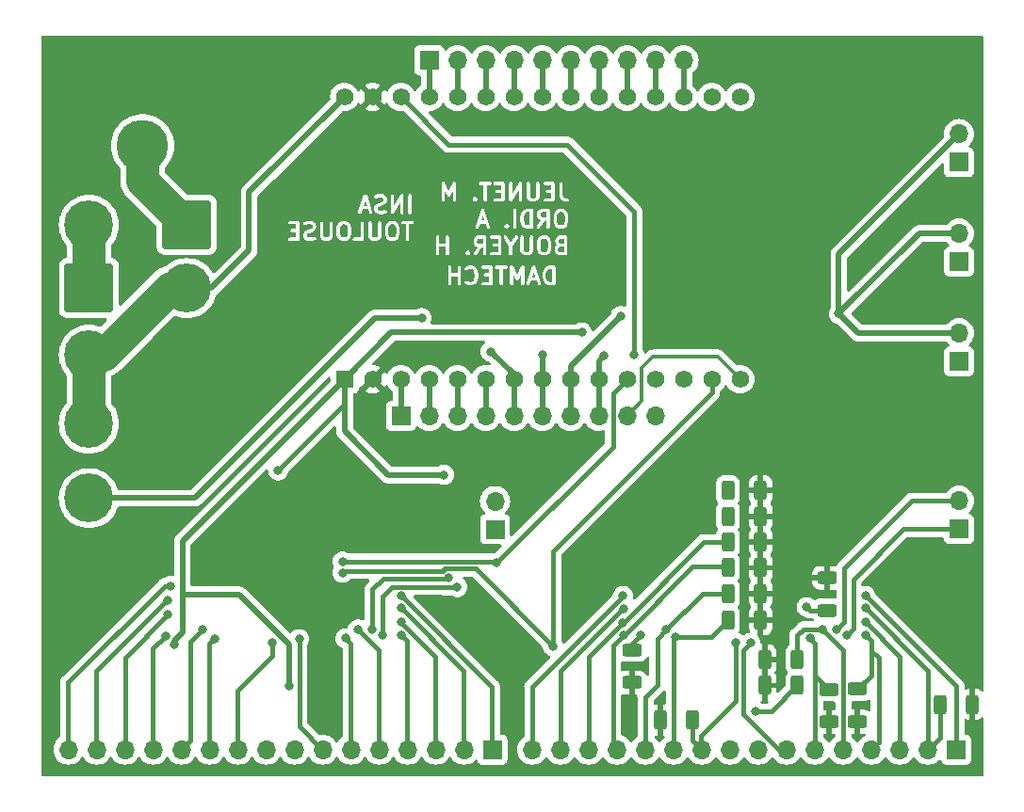
<source format=gbr>
%TF.GenerationSoftware,KiCad,Pcbnew,7.0.8*%
%TF.CreationDate,2023-12-07T20:57:20+01:00*%
%TF.ProjectId,MAIN,4d41494e-2e6b-4696-9361-645f70636258,rev?*%
%TF.SameCoordinates,Original*%
%TF.FileFunction,Copper,L2,Bot*%
%TF.FilePolarity,Positive*%
%FSLAX46Y46*%
G04 Gerber Fmt 4.6, Leading zero omitted, Abs format (unit mm)*
G04 Created by KiCad (PCBNEW 7.0.8) date 2023-12-07 20:57:20*
%MOMM*%
%LPD*%
G01*
G04 APERTURE LIST*
G04 Aperture macros list*
%AMRoundRect*
0 Rectangle with rounded corners*
0 $1 Rounding radius*
0 $2 $3 $4 $5 $6 $7 $8 $9 X,Y pos of 4 corners*
0 Add a 4 corners polygon primitive as box body*
4,1,4,$2,$3,$4,$5,$6,$7,$8,$9,$2,$3,0*
0 Add four circle primitives for the rounded corners*
1,1,$1+$1,$2,$3*
1,1,$1+$1,$4,$5*
1,1,$1+$1,$6,$7*
1,1,$1+$1,$8,$9*
0 Add four rect primitives between the rounded corners*
20,1,$1+$1,$2,$3,$4,$5,0*
20,1,$1+$1,$4,$5,$6,$7,0*
20,1,$1+$1,$6,$7,$8,$9,0*
20,1,$1+$1,$8,$9,$2,$3,0*%
G04 Aperture macros list end*
%ADD10C,0.300000*%
%TA.AperFunction,ComponentPad*%
%ADD11C,4.657000*%
%TD*%
%TA.AperFunction,ComponentPad*%
%ADD12R,1.700000X1.700000*%
%TD*%
%TA.AperFunction,ComponentPad*%
%ADD13O,1.700000X1.700000*%
%TD*%
%TA.AperFunction,ComponentPad*%
%ADD14R,1.560000X1.560000*%
%TD*%
%TA.AperFunction,ComponentPad*%
%ADD15C,1.560000*%
%TD*%
%TA.AperFunction,ComponentPad*%
%ADD16RoundRect,0.249999X1.950001X-1.950001X1.950001X1.950001X-1.950001X1.950001X-1.950001X-1.950001X0*%
%TD*%
%TA.AperFunction,ComponentPad*%
%ADD17C,4.400000*%
%TD*%
%TA.AperFunction,ComponentPad*%
%ADD18RoundRect,0.249999X1.950001X1.950001X-1.950001X1.950001X-1.950001X-1.950001X1.950001X-1.950001X0*%
%TD*%
%TA.AperFunction,ComponentPad*%
%ADD19RoundRect,0.249999X-1.950001X-1.950001X1.950001X-1.950001X1.950001X1.950001X-1.950001X1.950001X0*%
%TD*%
%TA.AperFunction,SMDPad,CuDef*%
%ADD20RoundRect,0.250000X-0.625000X0.312500X-0.625000X-0.312500X0.625000X-0.312500X0.625000X0.312500X0*%
%TD*%
%TA.AperFunction,SMDPad,CuDef*%
%ADD21RoundRect,0.250000X-0.312500X-0.625000X0.312500X-0.625000X0.312500X0.625000X-0.312500X0.625000X0*%
%TD*%
%TA.AperFunction,SMDPad,CuDef*%
%ADD22RoundRect,0.250000X0.312500X0.625000X-0.312500X0.625000X-0.312500X-0.625000X0.312500X-0.625000X0*%
%TD*%
%TA.AperFunction,SMDPad,CuDef*%
%ADD23RoundRect,0.250000X0.625000X-0.312500X0.625000X0.312500X-0.625000X0.312500X-0.625000X-0.312500X0*%
%TD*%
%TA.AperFunction,ViaPad*%
%ADD24C,0.800000*%
%TD*%
%TA.AperFunction,ViaPad*%
%ADD25C,1.400000*%
%TD*%
%TA.AperFunction,Conductor*%
%ADD26C,0.450000*%
%TD*%
%TA.AperFunction,Conductor*%
%ADD27C,0.500000*%
%TD*%
%TA.AperFunction,Conductor*%
%ADD28C,0.350000*%
%TD*%
%TA.AperFunction,Conductor*%
%ADD29C,0.250000*%
%TD*%
%TA.AperFunction,Conductor*%
%ADD30C,3.000000*%
%TD*%
%TA.AperFunction,Conductor*%
%ADD31C,1.500000*%
%TD*%
G04 APERTURE END LIST*
D10*
G36*
X112709774Y-96036542D02*
G01*
X112323755Y-96036542D01*
X112234341Y-95991835D01*
X112197336Y-95954830D01*
X112152631Y-95865418D01*
X112152631Y-95721951D01*
X112197336Y-95632540D01*
X112234341Y-95595535D01*
X112323755Y-95550828D01*
X112709774Y-95550828D01*
X112709774Y-96036542D01*
G37*
G36*
X118413778Y-95595535D02*
G01*
X118510044Y-95691801D01*
X118566917Y-95919291D01*
X118566917Y-96382364D01*
X118510044Y-96609854D01*
X118413778Y-96706121D01*
X118324365Y-96750828D01*
X118109470Y-96750828D01*
X118020057Y-96706121D01*
X117923790Y-96609854D01*
X117866917Y-96382362D01*
X117866917Y-95919293D01*
X117923790Y-95691801D01*
X118020057Y-95595534D01*
X118109470Y-95550828D01*
X118324364Y-95550828D01*
X118413778Y-95595535D01*
G37*
G36*
X119995489Y-96750828D02*
G01*
X119609470Y-96750828D01*
X119520056Y-96706121D01*
X119483051Y-96669116D01*
X119438346Y-96579704D01*
X119438346Y-96436237D01*
X119483051Y-96346825D01*
X119512229Y-96317647D01*
X119669832Y-96265114D01*
X119995489Y-96265114D01*
X119995489Y-96750828D01*
G37*
G36*
X119995489Y-95965114D02*
G01*
X119680899Y-95965114D01*
X119591485Y-95920406D01*
X119554481Y-95883403D01*
X119509774Y-95793989D01*
X119509774Y-95721952D01*
X119554481Y-95632538D01*
X119591485Y-95595535D01*
X119680899Y-95550828D01*
X119995489Y-95550828D01*
X119995489Y-95965114D01*
G37*
G36*
X116924060Y-94335828D02*
G01*
X116741260Y-94335828D01*
X116583657Y-94283294D01*
X116483052Y-94182688D01*
X116429871Y-94076328D01*
X116366917Y-93824507D01*
X116366917Y-93647148D01*
X116429871Y-93395327D01*
X116483052Y-93288967D01*
X116583658Y-93188361D01*
X116741260Y-93135828D01*
X116924060Y-93135828D01*
X116924060Y-94335828D01*
G37*
G36*
X118424060Y-93621542D02*
G01*
X118038041Y-93621542D01*
X117948627Y-93576835D01*
X117911622Y-93539830D01*
X117866917Y-93450418D01*
X117866917Y-93306951D01*
X117911622Y-93217540D01*
X117948627Y-93180535D01*
X118038041Y-93135828D01*
X118424060Y-93135828D01*
X118424060Y-93621542D01*
G37*
G36*
X119913778Y-93180535D02*
G01*
X120010044Y-93276801D01*
X120066917Y-93504291D01*
X120066917Y-93967364D01*
X120010044Y-94194854D01*
X119913778Y-94291121D01*
X119824365Y-94335828D01*
X119609470Y-94335828D01*
X119520057Y-94291121D01*
X119423790Y-94194854D01*
X119366917Y-93967362D01*
X119366917Y-93504293D01*
X119423790Y-93276801D01*
X119520057Y-93180534D01*
X119609470Y-93135828D01*
X119824364Y-93135828D01*
X119913778Y-93180535D01*
G37*
G36*
X112865946Y-93907257D02*
G01*
X112567887Y-93907257D01*
X112716916Y-93460169D01*
X112865946Y-93907257D01*
G37*
G36*
X120652632Y-97265114D02*
G01*
X108281202Y-97265114D01*
X108281202Y-96900828D01*
X108495488Y-96900828D01*
X108515584Y-96975828D01*
X108570488Y-97030732D01*
X108645488Y-97050828D01*
X108720488Y-97030732D01*
X108775392Y-96975828D01*
X108795488Y-96900828D01*
X108795488Y-96265114D01*
X109352631Y-96265114D01*
X109352631Y-96900828D01*
X109372727Y-96975828D01*
X109427631Y-97030732D01*
X109502631Y-97050828D01*
X109577631Y-97030732D01*
X109632535Y-96975828D01*
X109652631Y-96900828D01*
X109652631Y-96868224D01*
X111143456Y-96868224D01*
X111162281Y-96900828D01*
X111182278Y-96935465D01*
X111182280Y-96935467D01*
X111253709Y-97006895D01*
X111270810Y-97016768D01*
X111284774Y-97030732D01*
X111303848Y-97035843D01*
X111320951Y-97045717D01*
X111320952Y-97045717D01*
X111340699Y-97045717D01*
X111359774Y-97050828D01*
X111378849Y-97045717D01*
X111398598Y-97045717D01*
X111415700Y-97035842D01*
X111434774Y-97030732D01*
X111448738Y-97016767D01*
X111465838Y-97006895D01*
X111465840Y-97006894D01*
X111537268Y-96935466D01*
X111557266Y-96900828D01*
X111576091Y-96868224D01*
X111576091Y-96790578D01*
X111576091Y-96790577D01*
X111539845Y-96727797D01*
X111537269Y-96723335D01*
X111465841Y-96651906D01*
X111465840Y-96651905D01*
X111448738Y-96642031D01*
X111434774Y-96628067D01*
X111415699Y-96622955D01*
X111402117Y-96615114D01*
X111398598Y-96613082D01*
X111398597Y-96613082D01*
X111378849Y-96613082D01*
X111359774Y-96607971D01*
X111340699Y-96613082D01*
X111320951Y-96613082D01*
X111303848Y-96622955D01*
X111284774Y-96628067D01*
X111270810Y-96642030D01*
X111253709Y-96651904D01*
X111253708Y-96651904D01*
X111253708Y-96651905D01*
X111182279Y-96723334D01*
X111182278Y-96723334D01*
X111182278Y-96723335D01*
X111179702Y-96727797D01*
X111143456Y-96790577D01*
X111143456Y-96790578D01*
X111143456Y-96868224D01*
X109652631Y-96868224D01*
X109652631Y-95900828D01*
X111852631Y-95900828D01*
X111861554Y-95934131D01*
X111868467Y-95967910D01*
X111939895Y-96110767D01*
X111955918Y-96128836D01*
X111967993Y-96149751D01*
X112039422Y-96221180D01*
X112060336Y-96233254D01*
X112078406Y-96249278D01*
X112221264Y-96320706D01*
X112225072Y-96321485D01*
X111879746Y-96814809D01*
X111853200Y-96887775D01*
X111866694Y-96964240D01*
X111916612Y-97023713D01*
X111989578Y-97050259D01*
X112066043Y-97036765D01*
X112125516Y-96986847D01*
X112580729Y-96336542D01*
X112709774Y-96336542D01*
X112709774Y-96900828D01*
X112729870Y-96975828D01*
X112784774Y-97030732D01*
X112859774Y-97050828D01*
X112934774Y-97030732D01*
X112989678Y-96975828D01*
X113009774Y-96900828D01*
X113352631Y-96900828D01*
X113372727Y-96975828D01*
X113427631Y-97030732D01*
X113502631Y-97050828D01*
X114216917Y-97050828D01*
X114291917Y-97030732D01*
X114346821Y-96975828D01*
X114366917Y-96900828D01*
X114366917Y-95407296D01*
X114567055Y-95407296D01*
X114590367Y-95481359D01*
X115066916Y-96230221D01*
X115066916Y-96900828D01*
X115087012Y-96975828D01*
X115141916Y-97030732D01*
X115216916Y-97050828D01*
X115291916Y-97030732D01*
X115346820Y-96975828D01*
X115366916Y-96900828D01*
X115366916Y-96615114D01*
X116066917Y-96615114D01*
X116075840Y-96648417D01*
X116082753Y-96682196D01*
X116154181Y-96825053D01*
X116170204Y-96843122D01*
X116182279Y-96864037D01*
X116253708Y-96935466D01*
X116274622Y-96947540D01*
X116292692Y-96963564D01*
X116435550Y-97034992D01*
X116469325Y-97041903D01*
X116502631Y-97050828D01*
X116788345Y-97050828D01*
X116821650Y-97041903D01*
X116855426Y-97034992D01*
X116998285Y-96963564D01*
X117016354Y-96947540D01*
X117037270Y-96935465D01*
X117108698Y-96864036D01*
X117120772Y-96843121D01*
X117136795Y-96825053D01*
X117208224Y-96682197D01*
X117215137Y-96648414D01*
X117224060Y-96615114D01*
X117224060Y-96400828D01*
X117566917Y-96400828D01*
X117571707Y-96418704D01*
X117571396Y-96437209D01*
X117642825Y-96722922D01*
X117643457Y-96724060D01*
X117643457Y-96725364D01*
X117662261Y-96757934D01*
X117680511Y-96790809D01*
X117681628Y-96791479D01*
X117682280Y-96792608D01*
X117825137Y-96935466D01*
X117846051Y-96947541D01*
X117864121Y-96963564D01*
X118006979Y-97034992D01*
X118040754Y-97041903D01*
X118074060Y-97050828D01*
X118359774Y-97050828D01*
X118393079Y-97041903D01*
X118426855Y-97034992D01*
X118569714Y-96963564D01*
X118587783Y-96947540D01*
X118608698Y-96935466D01*
X118751555Y-96792608D01*
X118752206Y-96791479D01*
X118753324Y-96790809D01*
X118771573Y-96757934D01*
X118790378Y-96725364D01*
X118790378Y-96724060D01*
X118791010Y-96722922D01*
X118817962Y-96615114D01*
X119138346Y-96615114D01*
X119147269Y-96648417D01*
X119154182Y-96682196D01*
X119225610Y-96825053D01*
X119241633Y-96843122D01*
X119253708Y-96864037D01*
X119325137Y-96935466D01*
X119346051Y-96947540D01*
X119364121Y-96963564D01*
X119506979Y-97034992D01*
X119540754Y-97041903D01*
X119574060Y-97050828D01*
X120145489Y-97050828D01*
X120220489Y-97030732D01*
X120275393Y-96975828D01*
X120295489Y-96900828D01*
X120295489Y-95400828D01*
X120275393Y-95325828D01*
X120220489Y-95270924D01*
X120145489Y-95250828D01*
X119645489Y-95250828D01*
X119612188Y-95259750D01*
X119578406Y-95266664D01*
X119435550Y-95338093D01*
X119417481Y-95354115D01*
X119396567Y-95366190D01*
X119325138Y-95437618D01*
X119313061Y-95458534D01*
X119297039Y-95476603D01*
X119225610Y-95619460D01*
X119218697Y-95653240D01*
X119209774Y-95686542D01*
X119209774Y-95829400D01*
X119218697Y-95862701D01*
X119225610Y-95896482D01*
X119297039Y-96039339D01*
X119313061Y-96057407D01*
X119325138Y-96078324D01*
X119326501Y-96079687D01*
X119325137Y-96080476D01*
X119253708Y-96151905D01*
X119241633Y-96172819D01*
X119225610Y-96190889D01*
X119154182Y-96333746D01*
X119147269Y-96367524D01*
X119138346Y-96400828D01*
X119138346Y-96615114D01*
X118817962Y-96615114D01*
X118862438Y-96437208D01*
X118862126Y-96418705D01*
X118866917Y-96400828D01*
X118866917Y-95900828D01*
X118862126Y-95882950D01*
X118862438Y-95864448D01*
X118791010Y-95578734D01*
X118790378Y-95577595D01*
X118790378Y-95576291D01*
X118771565Y-95543707D01*
X118753324Y-95510847D01*
X118752206Y-95510176D01*
X118751555Y-95509048D01*
X118608698Y-95366191D01*
X118587783Y-95354116D01*
X118569714Y-95338093D01*
X118426856Y-95266664D01*
X118393075Y-95259751D01*
X118359774Y-95250828D01*
X118074060Y-95250828D01*
X118040759Y-95259750D01*
X118006977Y-95266664D01*
X117864121Y-95338093D01*
X117846052Y-95354115D01*
X117825137Y-95366191D01*
X117682280Y-95509048D01*
X117681628Y-95510176D01*
X117680511Y-95510847D01*
X117662269Y-95543707D01*
X117643457Y-95576291D01*
X117643457Y-95577595D01*
X117642825Y-95578734D01*
X117571396Y-95864447D01*
X117571707Y-95882951D01*
X117566917Y-95900828D01*
X117566917Y-96400828D01*
X117224060Y-96400828D01*
X117224060Y-95400828D01*
X117203964Y-95325828D01*
X117149060Y-95270924D01*
X117074060Y-95250828D01*
X116999060Y-95270924D01*
X116944156Y-95325828D01*
X116924060Y-95400828D01*
X116924060Y-96579703D01*
X116879352Y-96669117D01*
X116842349Y-96706121D01*
X116752936Y-96750828D01*
X116538041Y-96750828D01*
X116448627Y-96706121D01*
X116411622Y-96669116D01*
X116366917Y-96579704D01*
X116366917Y-95400828D01*
X116346821Y-95325828D01*
X116291917Y-95270924D01*
X116216917Y-95250828D01*
X116141917Y-95270924D01*
X116087013Y-95325828D01*
X116066917Y-95400828D01*
X116066917Y-96615114D01*
X115366916Y-96615114D01*
X115366916Y-96230221D01*
X115843465Y-95481360D01*
X115866776Y-95407296D01*
X115849933Y-95331499D01*
X115797447Y-95274279D01*
X115723383Y-95250968D01*
X115647586Y-95267811D01*
X115590367Y-95320297D01*
X115216916Y-95907147D01*
X114843465Y-95320297D01*
X114786245Y-95267811D01*
X114710448Y-95250967D01*
X114636385Y-95274279D01*
X114583899Y-95331499D01*
X114567055Y-95407296D01*
X114366917Y-95407296D01*
X114366917Y-95400828D01*
X114346821Y-95325828D01*
X114291917Y-95270924D01*
X114216917Y-95250828D01*
X113502631Y-95250828D01*
X113427631Y-95270924D01*
X113372727Y-95325828D01*
X113352631Y-95400828D01*
X113372727Y-95475828D01*
X113427631Y-95530732D01*
X113502631Y-95550828D01*
X114066917Y-95550828D01*
X114066917Y-95965114D01*
X113716917Y-95965114D01*
X113641917Y-95985210D01*
X113587013Y-96040114D01*
X113566917Y-96115114D01*
X113587013Y-96190114D01*
X113641917Y-96245018D01*
X113716917Y-96265114D01*
X114066917Y-96265114D01*
X114066917Y-96750828D01*
X113502631Y-96750828D01*
X113427631Y-96770924D01*
X113372727Y-96825828D01*
X113352631Y-96900828D01*
X113009774Y-96900828D01*
X113009774Y-95400828D01*
X112989678Y-95325828D01*
X112934774Y-95270924D01*
X112859774Y-95250828D01*
X112288345Y-95250828D01*
X112255044Y-95259750D01*
X112221262Y-95266664D01*
X112078406Y-95338093D01*
X112060337Y-95354115D01*
X112039423Y-95366190D01*
X111967994Y-95437618D01*
X111955918Y-95458533D01*
X111939895Y-95476603D01*
X111868467Y-95619460D01*
X111861554Y-95653238D01*
X111852631Y-95686542D01*
X111852631Y-95900828D01*
X109652631Y-95900828D01*
X109652631Y-95400828D01*
X109632535Y-95325828D01*
X109577631Y-95270924D01*
X109502631Y-95250828D01*
X109427631Y-95270924D01*
X109372727Y-95325828D01*
X109352631Y-95400828D01*
X109352631Y-95965114D01*
X108795488Y-95965114D01*
X108795488Y-95400828D01*
X108775392Y-95325828D01*
X108720488Y-95270924D01*
X108645488Y-95250828D01*
X108570488Y-95270924D01*
X108515584Y-95325828D01*
X108495488Y-95400828D01*
X108495488Y-96900828D01*
X108281202Y-96900828D01*
X108281202Y-94515900D01*
X112069961Y-94515900D01*
X112104686Y-94585349D01*
X112169482Y-94628130D01*
X112246988Y-94632783D01*
X112316437Y-94598058D01*
X112359218Y-94533262D01*
X112467887Y-94207257D01*
X112965946Y-94207257D01*
X113074614Y-94533262D01*
X113117395Y-94598059D01*
X113186844Y-94632783D01*
X113264350Y-94628131D01*
X113329147Y-94585349D01*
X113363871Y-94515900D01*
X113360109Y-94453224D01*
X114643456Y-94453224D01*
X114644918Y-94455756D01*
X114682278Y-94520465D01*
X114682280Y-94520467D01*
X114753709Y-94591895D01*
X114764384Y-94598058D01*
X114770809Y-94601767D01*
X114784774Y-94615732D01*
X114803848Y-94620843D01*
X114820951Y-94630717D01*
X114820952Y-94630717D01*
X114840699Y-94630717D01*
X114859774Y-94635828D01*
X114878849Y-94630717D01*
X114898598Y-94630717D01*
X114915700Y-94620842D01*
X114934774Y-94615732D01*
X114948738Y-94601767D01*
X114955162Y-94598059D01*
X114965840Y-94591894D01*
X115037268Y-94520466D01*
X115057267Y-94485828D01*
X115424060Y-94485828D01*
X115444156Y-94560828D01*
X115499060Y-94615732D01*
X115574060Y-94635828D01*
X115649060Y-94615732D01*
X115703964Y-94560828D01*
X115724060Y-94485828D01*
X115724060Y-93842971D01*
X116066917Y-93842971D01*
X116071707Y-93860848D01*
X116071396Y-93879351D01*
X116142824Y-94165065D01*
X116150860Y-94179542D01*
X116154181Y-94195767D01*
X116225610Y-94338624D01*
X116241632Y-94356693D01*
X116253708Y-94377608D01*
X116396565Y-94520466D01*
X116426424Y-94537705D01*
X116455197Y-94556703D01*
X116669483Y-94628131D01*
X116693591Y-94629578D01*
X116716917Y-94635828D01*
X117074060Y-94635828D01*
X117149060Y-94615732D01*
X117203964Y-94560828D01*
X117224060Y-94485828D01*
X117224060Y-93485828D01*
X117566917Y-93485828D01*
X117575840Y-93519131D01*
X117582753Y-93552910D01*
X117654181Y-93695767D01*
X117670204Y-93713836D01*
X117682279Y-93734751D01*
X117753708Y-93806180D01*
X117774622Y-93818254D01*
X117792692Y-93834278D01*
X117935550Y-93905706D01*
X117939358Y-93906485D01*
X117594032Y-94399809D01*
X117567486Y-94472775D01*
X117580980Y-94549240D01*
X117630898Y-94608713D01*
X117703864Y-94635259D01*
X117780329Y-94621765D01*
X117839802Y-94571847D01*
X118295015Y-93921542D01*
X118424060Y-93921542D01*
X118424060Y-94485828D01*
X118444156Y-94560828D01*
X118499060Y-94615732D01*
X118574060Y-94635828D01*
X118649060Y-94615732D01*
X118703964Y-94560828D01*
X118724060Y-94485828D01*
X118724060Y-93985828D01*
X119066917Y-93985828D01*
X119071707Y-94003704D01*
X119071396Y-94022209D01*
X119142825Y-94307922D01*
X119143457Y-94309060D01*
X119143457Y-94310364D01*
X119162261Y-94342934D01*
X119180511Y-94375809D01*
X119181628Y-94376479D01*
X119182280Y-94377608D01*
X119325137Y-94520466D01*
X119346051Y-94532541D01*
X119364121Y-94548564D01*
X119506979Y-94619992D01*
X119540754Y-94626903D01*
X119574060Y-94635828D01*
X119859774Y-94635828D01*
X119893079Y-94626903D01*
X119926855Y-94619992D01*
X120069714Y-94548564D01*
X120087783Y-94532540D01*
X120108698Y-94520466D01*
X120251555Y-94377608D01*
X120252206Y-94376479D01*
X120253324Y-94375809D01*
X120271573Y-94342934D01*
X120290378Y-94310364D01*
X120290378Y-94309060D01*
X120291010Y-94307922D01*
X120362438Y-94022208D01*
X120362126Y-94003705D01*
X120366917Y-93985828D01*
X120366917Y-93485828D01*
X120362126Y-93467950D01*
X120362438Y-93449448D01*
X120291010Y-93163734D01*
X120290378Y-93162595D01*
X120290378Y-93161291D01*
X120271565Y-93128707D01*
X120253324Y-93095847D01*
X120252206Y-93095176D01*
X120251555Y-93094048D01*
X120108698Y-92951191D01*
X120087783Y-92939116D01*
X120069714Y-92923093D01*
X119926856Y-92851664D01*
X119893075Y-92844751D01*
X119859774Y-92835828D01*
X119574060Y-92835828D01*
X119540759Y-92844750D01*
X119506977Y-92851664D01*
X119364121Y-92923093D01*
X119346052Y-92939115D01*
X119325137Y-92951191D01*
X119182280Y-93094048D01*
X119181628Y-93095176D01*
X119180511Y-93095847D01*
X119162269Y-93128707D01*
X119143457Y-93161291D01*
X119143457Y-93162595D01*
X119142825Y-93163734D01*
X119071396Y-93449447D01*
X119071707Y-93467951D01*
X119066917Y-93485828D01*
X119066917Y-93985828D01*
X118724060Y-93985828D01*
X118724060Y-92985828D01*
X118703964Y-92910828D01*
X118649060Y-92855924D01*
X118574060Y-92835828D01*
X118002631Y-92835828D01*
X117969330Y-92844750D01*
X117935548Y-92851664D01*
X117792692Y-92923093D01*
X117774623Y-92939115D01*
X117753709Y-92951190D01*
X117682280Y-93022618D01*
X117670204Y-93043533D01*
X117654181Y-93061603D01*
X117582753Y-93204460D01*
X117575840Y-93238238D01*
X117566917Y-93271542D01*
X117566917Y-93485828D01*
X117224060Y-93485828D01*
X117224060Y-92985828D01*
X117203964Y-92910828D01*
X117149060Y-92855924D01*
X117074060Y-92835828D01*
X116716917Y-92835828D01*
X116693588Y-92842078D01*
X116669482Y-92843526D01*
X116455197Y-92914955D01*
X116426424Y-92933951D01*
X116396565Y-92951191D01*
X116253708Y-93094048D01*
X116241632Y-93114963D01*
X116225610Y-93133032D01*
X116154181Y-93275889D01*
X116150860Y-93292113D01*
X116142824Y-93306591D01*
X116071396Y-93592305D01*
X116071707Y-93610807D01*
X116066917Y-93628685D01*
X116066917Y-93842971D01*
X115724060Y-93842971D01*
X115724060Y-92985828D01*
X115703964Y-92910828D01*
X115649060Y-92855924D01*
X115574060Y-92835828D01*
X115499060Y-92855924D01*
X115444156Y-92910828D01*
X115424060Y-92985828D01*
X115424060Y-94485828D01*
X115057267Y-94485828D01*
X115074629Y-94455756D01*
X115076091Y-94453224D01*
X115076091Y-94375578D01*
X115076091Y-94375577D01*
X115039845Y-94312797D01*
X115037269Y-94308335D01*
X114965841Y-94236906D01*
X114965840Y-94236905D01*
X114948738Y-94227031D01*
X114934774Y-94213067D01*
X114915700Y-94207956D01*
X114898598Y-94198082D01*
X114898597Y-94198082D01*
X114878849Y-94198082D01*
X114859774Y-94192971D01*
X114840699Y-94198082D01*
X114820951Y-94198082D01*
X114803848Y-94207955D01*
X114784774Y-94213067D01*
X114770810Y-94227030D01*
X114753709Y-94236904D01*
X114753708Y-94236904D01*
X114753708Y-94236905D01*
X114682279Y-94308334D01*
X114682278Y-94308334D01*
X114682278Y-94308335D01*
X114679702Y-94312797D01*
X114643456Y-94375577D01*
X114643456Y-94375578D01*
X114643456Y-94453224D01*
X113360109Y-94453224D01*
X113359219Y-94438394D01*
X112859218Y-92938394D01*
X112842622Y-92913258D01*
X112829147Y-92886307D01*
X112821490Y-92881251D01*
X112816437Y-92873598D01*
X112789494Y-92860126D01*
X112764350Y-92843525D01*
X112755192Y-92842975D01*
X112746988Y-92838873D01*
X112716919Y-92840678D01*
X112686844Y-92838873D01*
X112678637Y-92842976D01*
X112669482Y-92843526D01*
X112644346Y-92860121D01*
X112617395Y-92873597D01*
X112612339Y-92881253D01*
X112604686Y-92886307D01*
X112591212Y-92913253D01*
X112574614Y-92938394D01*
X112074614Y-94438394D01*
X112069961Y-94515900D01*
X108281202Y-94515900D01*
X108281202Y-92070828D01*
X108995488Y-92070828D01*
X109015584Y-92145828D01*
X109070488Y-92200732D01*
X109145488Y-92220828D01*
X109220488Y-92200732D01*
X109275392Y-92145828D01*
X109295488Y-92070828D01*
X109295488Y-91246961D01*
X109509561Y-91705690D01*
X109518068Y-91715822D01*
X109522590Y-91728257D01*
X109542645Y-91745095D01*
X109559488Y-91765156D01*
X109571924Y-91769678D01*
X109582055Y-91778184D01*
X109607839Y-91782738D01*
X109632459Y-91791691D01*
X109645490Y-91789389D01*
X109658517Y-91791690D01*
X109683125Y-91782741D01*
X109708921Y-91778185D01*
X109719055Y-91769675D01*
X109731488Y-91765155D01*
X109748325Y-91745100D01*
X109768386Y-91728258D01*
X109772908Y-91715821D01*
X109781415Y-91705690D01*
X109995488Y-91246962D01*
X109995488Y-92070828D01*
X110015584Y-92145828D01*
X110070488Y-92200732D01*
X110145488Y-92220828D01*
X110220488Y-92200732D01*
X110275392Y-92145828D01*
X110295488Y-92070828D01*
X110295488Y-92038224D01*
X111786313Y-92038224D01*
X111805138Y-92070828D01*
X111825135Y-92105465D01*
X111825137Y-92105467D01*
X111896566Y-92176895D01*
X111907241Y-92183058D01*
X111913666Y-92186767D01*
X111927631Y-92200732D01*
X111946705Y-92205843D01*
X111963808Y-92215717D01*
X111963809Y-92215717D01*
X111983556Y-92215717D01*
X112002631Y-92220828D01*
X112021706Y-92215717D01*
X112041455Y-92215717D01*
X112058557Y-92205842D01*
X112077631Y-92200732D01*
X112091595Y-92186767D01*
X112108697Y-92176894D01*
X112180125Y-92105466D01*
X112200123Y-92070828D01*
X112218948Y-92038224D01*
X112218948Y-91960578D01*
X112218948Y-91960577D01*
X112180125Y-91893334D01*
X112108698Y-91821906D01*
X112108697Y-91821905D01*
X112091595Y-91812031D01*
X112077631Y-91798067D01*
X112058557Y-91792956D01*
X112041455Y-91783082D01*
X112041454Y-91783082D01*
X112021706Y-91783082D01*
X112002631Y-91777971D01*
X111983556Y-91783082D01*
X111963808Y-91783082D01*
X111946705Y-91792955D01*
X111927631Y-91798067D01*
X111913667Y-91812030D01*
X111896566Y-91821904D01*
X111896565Y-91821904D01*
X111896565Y-91821905D01*
X111825136Y-91893334D01*
X111786313Y-91960577D01*
X111786313Y-91960578D01*
X111786313Y-92038224D01*
X110295488Y-92038224D01*
X110295488Y-90570828D01*
X112352631Y-90570828D01*
X112372727Y-90645828D01*
X112427631Y-90700732D01*
X112502631Y-90720828D01*
X112781202Y-90720828D01*
X112781202Y-92070828D01*
X112801298Y-92145828D01*
X112856202Y-92200732D01*
X112931202Y-92220828D01*
X113006202Y-92200732D01*
X113061106Y-92145828D01*
X113081202Y-92070828D01*
X113638345Y-92070828D01*
X113658441Y-92145828D01*
X113713345Y-92200732D01*
X113788345Y-92220828D01*
X114502631Y-92220828D01*
X114577631Y-92200732D01*
X114632535Y-92145828D01*
X114652631Y-92070828D01*
X115066917Y-92070828D01*
X115067006Y-92071160D01*
X115066918Y-92071496D01*
X115077072Y-92108727D01*
X115087013Y-92145828D01*
X115087256Y-92146071D01*
X115087348Y-92146406D01*
X115114696Y-92173511D01*
X115141917Y-92200732D01*
X115142251Y-92200821D01*
X115142496Y-92201064D01*
X115179711Y-92210858D01*
X115216917Y-92220828D01*
X115217249Y-92220738D01*
X115217585Y-92220827D01*
X115254816Y-92210672D01*
X115291917Y-92200732D01*
X115292160Y-92200488D01*
X115292495Y-92200397D01*
X115319600Y-92173048D01*
X115346821Y-92145828D01*
X115346910Y-92145493D01*
X115347153Y-92145249D01*
X115924060Y-91135663D01*
X115924060Y-92070828D01*
X115944156Y-92145828D01*
X115999060Y-92200732D01*
X116074060Y-92220828D01*
X116149060Y-92200732D01*
X116203964Y-92145828D01*
X116224060Y-92070828D01*
X116224060Y-91785114D01*
X116638346Y-91785114D01*
X116647269Y-91818417D01*
X116654182Y-91852196D01*
X116725610Y-91995053D01*
X116741633Y-92013122D01*
X116753708Y-92034037D01*
X116825137Y-92105466D01*
X116846051Y-92117540D01*
X116864121Y-92133564D01*
X117006979Y-92204992D01*
X117040754Y-92211903D01*
X117074060Y-92220828D01*
X117359774Y-92220828D01*
X117393079Y-92211903D01*
X117426855Y-92204992D01*
X117569714Y-92133564D01*
X117587783Y-92117540D01*
X117608699Y-92105465D01*
X117643336Y-92070828D01*
X118138346Y-92070828D01*
X118158442Y-92145828D01*
X118213346Y-92200732D01*
X118288346Y-92220828D01*
X119002632Y-92220828D01*
X119077632Y-92200732D01*
X119132536Y-92145828D01*
X119152632Y-92070828D01*
X119152632Y-91642257D01*
X119566917Y-91642257D01*
X119573167Y-91665585D01*
X119574615Y-91689692D01*
X119646044Y-91903976D01*
X119665037Y-91932742D01*
X119682280Y-91962608D01*
X119825137Y-92105466D01*
X119854996Y-92122705D01*
X119883769Y-92141703D01*
X120098055Y-92213131D01*
X120122163Y-92214578D01*
X120145489Y-92220828D01*
X120288346Y-92220828D01*
X120363346Y-92200732D01*
X120418250Y-92145828D01*
X120438346Y-92070828D01*
X120418250Y-91995828D01*
X120363346Y-91940924D01*
X120288346Y-91920828D01*
X120169832Y-91920828D01*
X120012229Y-91868294D01*
X119919450Y-91775514D01*
X119866917Y-91617915D01*
X119866917Y-90570828D01*
X119846821Y-90495828D01*
X119791917Y-90440924D01*
X119716917Y-90420828D01*
X119641917Y-90440924D01*
X119587013Y-90495828D01*
X119566917Y-90570828D01*
X119566917Y-91642257D01*
X119152632Y-91642257D01*
X119152632Y-90570828D01*
X119132536Y-90495828D01*
X119077632Y-90440924D01*
X119002632Y-90420828D01*
X118288346Y-90420828D01*
X118213346Y-90440924D01*
X118158442Y-90495828D01*
X118138346Y-90570828D01*
X118158442Y-90645828D01*
X118213346Y-90700732D01*
X118288346Y-90720828D01*
X118852632Y-90720828D01*
X118852632Y-91135114D01*
X118502632Y-91135114D01*
X118427632Y-91155210D01*
X118372728Y-91210114D01*
X118352632Y-91285114D01*
X118372728Y-91360114D01*
X118427632Y-91415018D01*
X118502632Y-91435114D01*
X118852632Y-91435114D01*
X118852632Y-91920828D01*
X118288346Y-91920828D01*
X118213346Y-91940924D01*
X118158442Y-91995828D01*
X118138346Y-92070828D01*
X117643336Y-92070828D01*
X117680127Y-92034036D01*
X117692201Y-92013121D01*
X117708224Y-91995053D01*
X117779653Y-91852197D01*
X117786566Y-91818414D01*
X117795489Y-91785114D01*
X117795489Y-90570828D01*
X117775393Y-90495828D01*
X117720489Y-90440924D01*
X117645489Y-90420828D01*
X117570489Y-90440924D01*
X117515585Y-90495828D01*
X117495489Y-90570828D01*
X117495489Y-91749703D01*
X117450781Y-91839117D01*
X117413778Y-91876121D01*
X117324365Y-91920828D01*
X117109470Y-91920828D01*
X117020056Y-91876121D01*
X116983051Y-91839116D01*
X116938346Y-91749704D01*
X116938346Y-90570828D01*
X116918250Y-90495828D01*
X116863346Y-90440924D01*
X116788346Y-90420828D01*
X116713346Y-90440924D01*
X116658442Y-90495828D01*
X116638346Y-90570828D01*
X116638346Y-91785114D01*
X116224060Y-91785114D01*
X116224060Y-90570828D01*
X116223970Y-90570495D01*
X116224059Y-90570160D01*
X116213904Y-90532928D01*
X116203964Y-90495828D01*
X116203720Y-90495584D01*
X116203629Y-90495250D01*
X116176224Y-90468088D01*
X116149060Y-90440924D01*
X116148726Y-90440834D01*
X116148481Y-90440591D01*
X116111159Y-90430768D01*
X116074060Y-90420828D01*
X116073727Y-90420917D01*
X116073392Y-90420829D01*
X116036160Y-90430983D01*
X115999060Y-90440924D01*
X115998816Y-90441167D01*
X115998482Y-90441259D01*
X115971376Y-90468607D01*
X115944156Y-90495828D01*
X115944066Y-90496162D01*
X115943824Y-90496407D01*
X115366917Y-91505994D01*
X115366917Y-90570828D01*
X115346821Y-90495828D01*
X115291917Y-90440924D01*
X115216917Y-90420828D01*
X115141917Y-90440924D01*
X115087013Y-90495828D01*
X115066917Y-90570828D01*
X115066917Y-92070828D01*
X114652631Y-92070828D01*
X114652631Y-90570828D01*
X114632535Y-90495828D01*
X114577631Y-90440924D01*
X114502631Y-90420828D01*
X113788345Y-90420828D01*
X113713345Y-90440924D01*
X113658441Y-90495828D01*
X113638345Y-90570828D01*
X113658441Y-90645828D01*
X113713345Y-90700732D01*
X113788345Y-90720828D01*
X114352631Y-90720828D01*
X114352631Y-91135114D01*
X114002631Y-91135114D01*
X113927631Y-91155210D01*
X113872727Y-91210114D01*
X113852631Y-91285114D01*
X113872727Y-91360114D01*
X113927631Y-91415018D01*
X114002631Y-91435114D01*
X114352631Y-91435114D01*
X114352631Y-91920828D01*
X113788345Y-91920828D01*
X113713345Y-91940924D01*
X113658441Y-91995828D01*
X113638345Y-92070828D01*
X113081202Y-92070828D01*
X113081202Y-90720828D01*
X113359773Y-90720828D01*
X113434773Y-90700732D01*
X113489677Y-90645828D01*
X113509773Y-90570828D01*
X113489677Y-90495828D01*
X113434773Y-90440924D01*
X113359773Y-90420828D01*
X112502631Y-90420828D01*
X112427631Y-90440924D01*
X112372727Y-90495828D01*
X112352631Y-90570828D01*
X110295488Y-90570828D01*
X110293759Y-90564375D01*
X110294921Y-90557798D01*
X110283808Y-90527237D01*
X110275392Y-90495828D01*
X110270668Y-90491104D01*
X110268386Y-90484827D01*
X110243479Y-90463915D01*
X110220488Y-90440924D01*
X110214037Y-90439195D01*
X110208921Y-90434900D01*
X110176890Y-90429242D01*
X110145488Y-90420828D01*
X110139038Y-90422556D01*
X110132459Y-90421394D01*
X110101891Y-90432509D01*
X110070488Y-90440924D01*
X110065765Y-90445646D01*
X110059488Y-90447929D01*
X110038578Y-90472833D01*
X110015584Y-90495828D01*
X110013855Y-90502280D01*
X110009561Y-90507395D01*
X109645488Y-91287551D01*
X109281415Y-90507395D01*
X109277120Y-90502280D01*
X109275392Y-90495828D01*
X109252394Y-90472830D01*
X109231488Y-90447930D01*
X109225211Y-90445647D01*
X109220488Y-90440924D01*
X109189074Y-90432506D01*
X109158517Y-90421395D01*
X109151939Y-90422556D01*
X109145488Y-90420828D01*
X109114074Y-90429245D01*
X109082055Y-90434901D01*
X109076940Y-90439195D01*
X109070488Y-90440924D01*
X109047490Y-90463921D01*
X109022590Y-90484828D01*
X109020307Y-90491104D01*
X109015584Y-90495828D01*
X109007166Y-90527241D01*
X108996055Y-90557799D01*
X108997216Y-90564376D01*
X108995488Y-90570828D01*
X108995488Y-92070828D01*
X108281202Y-92070828D01*
X108281202Y-90206542D01*
X120652632Y-90206542D01*
X120652632Y-97265114D01*
G37*
G36*
X100413777Y-94295535D02*
G01*
X100510043Y-94391801D01*
X100566916Y-94619291D01*
X100566916Y-95082364D01*
X100510043Y-95309854D01*
X100413777Y-95406121D01*
X100324364Y-95450828D01*
X100109469Y-95450828D01*
X100020056Y-95406121D01*
X99923789Y-95309854D01*
X99866916Y-95082362D01*
X99866916Y-94619293D01*
X99923789Y-94391801D01*
X100020056Y-94295534D01*
X100109469Y-94250828D01*
X100324363Y-94250828D01*
X100413777Y-94295535D01*
G37*
G36*
X104770921Y-94295535D02*
G01*
X104867187Y-94391801D01*
X104924060Y-94619291D01*
X104924060Y-95082364D01*
X104867187Y-95309854D01*
X104770921Y-95406121D01*
X104681508Y-95450828D01*
X104466613Y-95450828D01*
X104377200Y-95406121D01*
X104280933Y-95309854D01*
X104224060Y-95082362D01*
X104224060Y-94619293D01*
X104280933Y-94391801D01*
X104377200Y-94295534D01*
X104466613Y-94250828D01*
X104681507Y-94250828D01*
X104770921Y-94295535D01*
G37*
G36*
X102294518Y-92607257D02*
G01*
X101996459Y-92607257D01*
X102145488Y-92160169D01*
X102294518Y-92607257D01*
G37*
G36*
X106724060Y-95965114D02*
G01*
X94995487Y-95965114D01*
X94995487Y-95600828D01*
X95209773Y-95600828D01*
X95229869Y-95675828D01*
X95284773Y-95730732D01*
X95359773Y-95750828D01*
X96074059Y-95750828D01*
X96149059Y-95730732D01*
X96203963Y-95675828D01*
X96224059Y-95600828D01*
X96224059Y-95315114D01*
X96566915Y-95315114D01*
X96575838Y-95348415D01*
X96582751Y-95382196D01*
X96654180Y-95525053D01*
X96670202Y-95543121D01*
X96682278Y-95564037D01*
X96753707Y-95635466D01*
X96774621Y-95647540D01*
X96792691Y-95663564D01*
X96935549Y-95734992D01*
X96969324Y-95741903D01*
X97002630Y-95750828D01*
X97359773Y-95750828D01*
X97383098Y-95744578D01*
X97407207Y-95743131D01*
X97621492Y-95671703D01*
X97686288Y-95628921D01*
X97721013Y-95559472D01*
X97716360Y-95481966D01*
X97673579Y-95417170D01*
X97604130Y-95382445D01*
X97526624Y-95387097D01*
X97335430Y-95450828D01*
X97038040Y-95450828D01*
X96948626Y-95406121D01*
X96911622Y-95369117D01*
X96884620Y-95315114D01*
X98066916Y-95315114D01*
X98075839Y-95348417D01*
X98082752Y-95382196D01*
X98154180Y-95525053D01*
X98170203Y-95543122D01*
X98182278Y-95564037D01*
X98253707Y-95635466D01*
X98274621Y-95647540D01*
X98292691Y-95663564D01*
X98435549Y-95734992D01*
X98469324Y-95741903D01*
X98502630Y-95750828D01*
X98788344Y-95750828D01*
X98821649Y-95741903D01*
X98855425Y-95734992D01*
X98998284Y-95663564D01*
X99016353Y-95647540D01*
X99037269Y-95635465D01*
X99108697Y-95564036D01*
X99120771Y-95543121D01*
X99136794Y-95525053D01*
X99208223Y-95382197D01*
X99215136Y-95348414D01*
X99224059Y-95315114D01*
X99224059Y-95100828D01*
X99566916Y-95100828D01*
X99571706Y-95118704D01*
X99571395Y-95137209D01*
X99642824Y-95422922D01*
X99643456Y-95424060D01*
X99643456Y-95425364D01*
X99662260Y-95457934D01*
X99680510Y-95490809D01*
X99681627Y-95491479D01*
X99682279Y-95492608D01*
X99825136Y-95635466D01*
X99846050Y-95647541D01*
X99864120Y-95663564D01*
X100006978Y-95734992D01*
X100040753Y-95741903D01*
X100074059Y-95750828D01*
X100359773Y-95750828D01*
X100393078Y-95741903D01*
X100426854Y-95734992D01*
X100569713Y-95663564D01*
X100587782Y-95647540D01*
X100608697Y-95635466D01*
X100643335Y-95600828D01*
X100995488Y-95600828D01*
X101015584Y-95675828D01*
X101070488Y-95730732D01*
X101145488Y-95750828D01*
X101859774Y-95750828D01*
X101934774Y-95730732D01*
X101989678Y-95675828D01*
X102009774Y-95600828D01*
X102009774Y-95315114D01*
X102424060Y-95315114D01*
X102432983Y-95348417D01*
X102439896Y-95382196D01*
X102511324Y-95525053D01*
X102527347Y-95543122D01*
X102539422Y-95564037D01*
X102610851Y-95635466D01*
X102631765Y-95647540D01*
X102649835Y-95663564D01*
X102792693Y-95734992D01*
X102826468Y-95741903D01*
X102859774Y-95750828D01*
X103145488Y-95750828D01*
X103178793Y-95741903D01*
X103212569Y-95734992D01*
X103355428Y-95663564D01*
X103373497Y-95647540D01*
X103394413Y-95635465D01*
X103465841Y-95564036D01*
X103477915Y-95543121D01*
X103493938Y-95525053D01*
X103565367Y-95382197D01*
X103572280Y-95348414D01*
X103581203Y-95315114D01*
X103581203Y-95100828D01*
X103924060Y-95100828D01*
X103928850Y-95118704D01*
X103928539Y-95137209D01*
X103999968Y-95422922D01*
X104000600Y-95424060D01*
X104000600Y-95425364D01*
X104019404Y-95457934D01*
X104037654Y-95490809D01*
X104038771Y-95491479D01*
X104039423Y-95492608D01*
X104182280Y-95635466D01*
X104203194Y-95647541D01*
X104221264Y-95663564D01*
X104364122Y-95734992D01*
X104397897Y-95741903D01*
X104431203Y-95750828D01*
X104716917Y-95750828D01*
X104750222Y-95741903D01*
X104783998Y-95734992D01*
X104926857Y-95663564D01*
X104944926Y-95647540D01*
X104965841Y-95635466D01*
X105108698Y-95492608D01*
X105109349Y-95491479D01*
X105110467Y-95490809D01*
X105128716Y-95457934D01*
X105147521Y-95425364D01*
X105147521Y-95424060D01*
X105148153Y-95422922D01*
X105219581Y-95137208D01*
X105219269Y-95118705D01*
X105224060Y-95100828D01*
X105224060Y-94600828D01*
X105219269Y-94582950D01*
X105219581Y-94564448D01*
X105148153Y-94278734D01*
X105147521Y-94277595D01*
X105147521Y-94276291D01*
X105128708Y-94243707D01*
X105110467Y-94210847D01*
X105109349Y-94210176D01*
X105108698Y-94209048D01*
X105000478Y-94100828D01*
X105352632Y-94100828D01*
X105372728Y-94175828D01*
X105427632Y-94230732D01*
X105502632Y-94250828D01*
X105781203Y-94250828D01*
X105781203Y-95600828D01*
X105801299Y-95675828D01*
X105856203Y-95730732D01*
X105931203Y-95750828D01*
X106006203Y-95730732D01*
X106061107Y-95675828D01*
X106081203Y-95600828D01*
X106081203Y-94250828D01*
X106359774Y-94250828D01*
X106434774Y-94230732D01*
X106489678Y-94175828D01*
X106509774Y-94100828D01*
X106489678Y-94025828D01*
X106434774Y-93970924D01*
X106359774Y-93950828D01*
X105502632Y-93950828D01*
X105427632Y-93970924D01*
X105372728Y-94025828D01*
X105352632Y-94100828D01*
X105000478Y-94100828D01*
X104965841Y-94066191D01*
X104944926Y-94054116D01*
X104926857Y-94038093D01*
X104783999Y-93966664D01*
X104750218Y-93959751D01*
X104716917Y-93950828D01*
X104431203Y-93950828D01*
X104397902Y-93959750D01*
X104364120Y-93966664D01*
X104221264Y-94038093D01*
X104203195Y-94054115D01*
X104182280Y-94066191D01*
X104039423Y-94209048D01*
X104038771Y-94210176D01*
X104037654Y-94210847D01*
X104019412Y-94243707D01*
X104000600Y-94276291D01*
X104000600Y-94277595D01*
X103999968Y-94278734D01*
X103928539Y-94564447D01*
X103928850Y-94582951D01*
X103924060Y-94600828D01*
X103924060Y-95100828D01*
X103581203Y-95100828D01*
X103581203Y-94100828D01*
X103561107Y-94025828D01*
X103506203Y-93970924D01*
X103431203Y-93950828D01*
X103356203Y-93970924D01*
X103301299Y-94025828D01*
X103281203Y-94100828D01*
X103281203Y-95279703D01*
X103236495Y-95369117D01*
X103199492Y-95406121D01*
X103110079Y-95450828D01*
X102895184Y-95450828D01*
X102805770Y-95406121D01*
X102768765Y-95369116D01*
X102724060Y-95279704D01*
X102724060Y-94100828D01*
X102703964Y-94025828D01*
X102649060Y-93970924D01*
X102574060Y-93950828D01*
X102499060Y-93970924D01*
X102444156Y-94025828D01*
X102424060Y-94100828D01*
X102424060Y-95315114D01*
X102009774Y-95315114D01*
X102009774Y-94100828D01*
X101989678Y-94025828D01*
X101934774Y-93970924D01*
X101859774Y-93950828D01*
X101784774Y-93970924D01*
X101729870Y-94025828D01*
X101709774Y-94100828D01*
X101709774Y-95450828D01*
X101145488Y-95450828D01*
X101070488Y-95470924D01*
X101015584Y-95525828D01*
X100995488Y-95600828D01*
X100643335Y-95600828D01*
X100751554Y-95492608D01*
X100752205Y-95491479D01*
X100753323Y-95490809D01*
X100771572Y-95457934D01*
X100790377Y-95425364D01*
X100790377Y-95424060D01*
X100791009Y-95422922D01*
X100862437Y-95137208D01*
X100862125Y-95118705D01*
X100866916Y-95100828D01*
X100866916Y-94600828D01*
X100862125Y-94582950D01*
X100862437Y-94564448D01*
X100791009Y-94278734D01*
X100790377Y-94277595D01*
X100790377Y-94276291D01*
X100771564Y-94243707D01*
X100753323Y-94210847D01*
X100752205Y-94210176D01*
X100751554Y-94209048D01*
X100608697Y-94066191D01*
X100587782Y-94054116D01*
X100569713Y-94038093D01*
X100426855Y-93966664D01*
X100393074Y-93959751D01*
X100359773Y-93950828D01*
X100074059Y-93950828D01*
X100040758Y-93959750D01*
X100006976Y-93966664D01*
X99864120Y-94038093D01*
X99846051Y-94054115D01*
X99825136Y-94066191D01*
X99682279Y-94209048D01*
X99681627Y-94210176D01*
X99680510Y-94210847D01*
X99662268Y-94243707D01*
X99643456Y-94276291D01*
X99643456Y-94277595D01*
X99642824Y-94278734D01*
X99571395Y-94564447D01*
X99571706Y-94582951D01*
X99566916Y-94600828D01*
X99566916Y-95100828D01*
X99224059Y-95100828D01*
X99224059Y-94100828D01*
X99203963Y-94025828D01*
X99149059Y-93970924D01*
X99074059Y-93950828D01*
X98999059Y-93970924D01*
X98944155Y-94025828D01*
X98924059Y-94100828D01*
X98924059Y-95279703D01*
X98879351Y-95369117D01*
X98842348Y-95406121D01*
X98752935Y-95450828D01*
X98538040Y-95450828D01*
X98448626Y-95406121D01*
X98411621Y-95369116D01*
X98366916Y-95279704D01*
X98366916Y-94100828D01*
X98346820Y-94025828D01*
X98291916Y-93970924D01*
X98216916Y-93950828D01*
X98141916Y-93970924D01*
X98087012Y-94025828D01*
X98066916Y-94100828D01*
X98066916Y-95315114D01*
X96884620Y-95315114D01*
X96866915Y-95279703D01*
X96866915Y-95207667D01*
X96911622Y-95118253D01*
X96948627Y-95081248D01*
X97054986Y-95028069D01*
X97324724Y-94960635D01*
X97339201Y-94952598D01*
X97355426Y-94949278D01*
X97498283Y-94877849D01*
X97516351Y-94861826D01*
X97537266Y-94849752D01*
X97608695Y-94778324D01*
X97620770Y-94757408D01*
X97636794Y-94739339D01*
X97708222Y-94596481D01*
X97715133Y-94562705D01*
X97724058Y-94529400D01*
X97724058Y-94386542D01*
X97715133Y-94353236D01*
X97708222Y-94319461D01*
X97636794Y-94176603D01*
X97620770Y-94158533D01*
X97608695Y-94137618D01*
X97537266Y-94066190D01*
X97516351Y-94054115D01*
X97498283Y-94038093D01*
X97355426Y-93966664D01*
X97321645Y-93959751D01*
X97288344Y-93950828D01*
X96931201Y-93950828D01*
X96907872Y-93957078D01*
X96883766Y-93958526D01*
X96669481Y-94029955D01*
X96604684Y-94072736D01*
X96569960Y-94142185D01*
X96574613Y-94219691D01*
X96617394Y-94284488D01*
X96686843Y-94319212D01*
X96764349Y-94314559D01*
X96955544Y-94250828D01*
X97252934Y-94250828D01*
X97342348Y-94295535D01*
X97379352Y-94332539D01*
X97424058Y-94421951D01*
X97424058Y-94493990D01*
X97379352Y-94583402D01*
X97342348Y-94620406D01*
X97235987Y-94673587D01*
X96966250Y-94741021D01*
X96951773Y-94749057D01*
X96935547Y-94752378D01*
X96792691Y-94823807D01*
X96774622Y-94839829D01*
X96753707Y-94851905D01*
X96682278Y-94923334D01*
X96670202Y-94944249D01*
X96654180Y-94962318D01*
X96582751Y-95105175D01*
X96575838Y-95138955D01*
X96566915Y-95172257D01*
X96566915Y-95315114D01*
X96224059Y-95315114D01*
X96224059Y-94100828D01*
X96203963Y-94025828D01*
X96149059Y-93970924D01*
X96074059Y-93950828D01*
X95359773Y-93950828D01*
X95284773Y-93970924D01*
X95229869Y-94025828D01*
X95209773Y-94100828D01*
X95229869Y-94175828D01*
X95284773Y-94230732D01*
X95359773Y-94250828D01*
X95924059Y-94250828D01*
X95924059Y-94665114D01*
X95574059Y-94665114D01*
X95499059Y-94685210D01*
X95444155Y-94740114D01*
X95424059Y-94815114D01*
X95444155Y-94890114D01*
X95499059Y-94945018D01*
X95574059Y-94965114D01*
X95924059Y-94965114D01*
X95924059Y-95450828D01*
X95359773Y-95450828D01*
X95284773Y-95470924D01*
X95229869Y-95525828D01*
X95209773Y-95600828D01*
X94995487Y-95600828D01*
X94995487Y-93215900D01*
X101498533Y-93215900D01*
X101533258Y-93285349D01*
X101598054Y-93328130D01*
X101675560Y-93332783D01*
X101745009Y-93298058D01*
X101787790Y-93233262D01*
X101896459Y-92907257D01*
X102394518Y-92907257D01*
X102503186Y-93233262D01*
X102545967Y-93298059D01*
X102615416Y-93332783D01*
X102692922Y-93328131D01*
X102757719Y-93285349D01*
X102792443Y-93215900D01*
X102787791Y-93138394D01*
X102708364Y-92900114D01*
X102924059Y-92900114D01*
X102932982Y-92933415D01*
X102939895Y-92967196D01*
X103011324Y-93110053D01*
X103027346Y-93128121D01*
X103039422Y-93149037D01*
X103110851Y-93220466D01*
X103131765Y-93232540D01*
X103149835Y-93248564D01*
X103292693Y-93319992D01*
X103326468Y-93326903D01*
X103359774Y-93335828D01*
X103716917Y-93335828D01*
X103740242Y-93329578D01*
X103764351Y-93328131D01*
X103978636Y-93256703D01*
X104043432Y-93213921D01*
X104057479Y-93185828D01*
X104424060Y-93185828D01*
X104424149Y-93186160D01*
X104424061Y-93186496D01*
X104434215Y-93223727D01*
X104444156Y-93260828D01*
X104444399Y-93261071D01*
X104444491Y-93261406D01*
X104471839Y-93288511D01*
X104499060Y-93315732D01*
X104499394Y-93315821D01*
X104499639Y-93316064D01*
X104536854Y-93325858D01*
X104574060Y-93335828D01*
X104574392Y-93335738D01*
X104574728Y-93335827D01*
X104611959Y-93325672D01*
X104649060Y-93315732D01*
X104649303Y-93315488D01*
X104649638Y-93315397D01*
X104676743Y-93288048D01*
X104703964Y-93260828D01*
X104704053Y-93260493D01*
X104704296Y-93260249D01*
X105281203Y-92250663D01*
X105281203Y-93185828D01*
X105301299Y-93260828D01*
X105356203Y-93315732D01*
X105431203Y-93335828D01*
X105506203Y-93315732D01*
X105561107Y-93260828D01*
X105581203Y-93185828D01*
X105995489Y-93185828D01*
X106015585Y-93260828D01*
X106070489Y-93315732D01*
X106145489Y-93335828D01*
X106220489Y-93315732D01*
X106275393Y-93260828D01*
X106295489Y-93185828D01*
X106295489Y-91685828D01*
X106275393Y-91610828D01*
X106220489Y-91555924D01*
X106145489Y-91535828D01*
X106070489Y-91555924D01*
X106015585Y-91610828D01*
X105995489Y-91685828D01*
X105995489Y-93185828D01*
X105581203Y-93185828D01*
X105581203Y-91685828D01*
X105581113Y-91685495D01*
X105581202Y-91685160D01*
X105571047Y-91647928D01*
X105561107Y-91610828D01*
X105560863Y-91610584D01*
X105560772Y-91610250D01*
X105533367Y-91583088D01*
X105506203Y-91555924D01*
X105505869Y-91555834D01*
X105505624Y-91555591D01*
X105468302Y-91545768D01*
X105431203Y-91535828D01*
X105430870Y-91535917D01*
X105430535Y-91535829D01*
X105393303Y-91545983D01*
X105356203Y-91555924D01*
X105355959Y-91556167D01*
X105355625Y-91556259D01*
X105328519Y-91583607D01*
X105301299Y-91610828D01*
X105301209Y-91611162D01*
X105300967Y-91611407D01*
X104724060Y-92620994D01*
X104724060Y-91685828D01*
X104703964Y-91610828D01*
X104649060Y-91555924D01*
X104574060Y-91535828D01*
X104499060Y-91555924D01*
X104444156Y-91610828D01*
X104424060Y-91685828D01*
X104424060Y-93185828D01*
X104057479Y-93185828D01*
X104078157Y-93144472D01*
X104073504Y-93066966D01*
X104030723Y-93002170D01*
X103961274Y-92967445D01*
X103883768Y-92972097D01*
X103692574Y-93035828D01*
X103395184Y-93035828D01*
X103305770Y-92991121D01*
X103268766Y-92954117D01*
X103224059Y-92864703D01*
X103224059Y-92792667D01*
X103268766Y-92703253D01*
X103305771Y-92666248D01*
X103412130Y-92613069D01*
X103681868Y-92545635D01*
X103696345Y-92537598D01*
X103712570Y-92534278D01*
X103855427Y-92462849D01*
X103873495Y-92446826D01*
X103894410Y-92434752D01*
X103965839Y-92363324D01*
X103977914Y-92342408D01*
X103993938Y-92324339D01*
X104065366Y-92181481D01*
X104072277Y-92147705D01*
X104081202Y-92114400D01*
X104081202Y-91971542D01*
X104072277Y-91938236D01*
X104065366Y-91904461D01*
X103993938Y-91761603D01*
X103977914Y-91743533D01*
X103965839Y-91722618D01*
X103894410Y-91651190D01*
X103873495Y-91639115D01*
X103855427Y-91623093D01*
X103712570Y-91551664D01*
X103678789Y-91544751D01*
X103645488Y-91535828D01*
X103288345Y-91535828D01*
X103265016Y-91542078D01*
X103240910Y-91543526D01*
X103026625Y-91614955D01*
X102961828Y-91657736D01*
X102927104Y-91727185D01*
X102931757Y-91804691D01*
X102974538Y-91869488D01*
X103043987Y-91904212D01*
X103121493Y-91899559D01*
X103312688Y-91835828D01*
X103610078Y-91835828D01*
X103699492Y-91880535D01*
X103736496Y-91917539D01*
X103781202Y-92006951D01*
X103781202Y-92078990D01*
X103736496Y-92168402D01*
X103699492Y-92205406D01*
X103593131Y-92258587D01*
X103323394Y-92326021D01*
X103308917Y-92334057D01*
X103292691Y-92337378D01*
X103149835Y-92408807D01*
X103131766Y-92424829D01*
X103110851Y-92436905D01*
X103039422Y-92508334D01*
X103027346Y-92529249D01*
X103011324Y-92547318D01*
X102939895Y-92690175D01*
X102932982Y-92723955D01*
X102924059Y-92757257D01*
X102924059Y-92900114D01*
X102708364Y-92900114D01*
X102287790Y-91638394D01*
X102271194Y-91613258D01*
X102257719Y-91586307D01*
X102250062Y-91581251D01*
X102245009Y-91573598D01*
X102218066Y-91560126D01*
X102192922Y-91543525D01*
X102183764Y-91542975D01*
X102175560Y-91538873D01*
X102145491Y-91540678D01*
X102115416Y-91538873D01*
X102107209Y-91542976D01*
X102098054Y-91543526D01*
X102072918Y-91560121D01*
X102045967Y-91573597D01*
X102040911Y-91581253D01*
X102033258Y-91586307D01*
X102019784Y-91613253D01*
X102003186Y-91638394D01*
X101503186Y-93138394D01*
X101498533Y-93215900D01*
X94995487Y-93215900D01*
X94995487Y-91321542D01*
X106724060Y-91321542D01*
X106724060Y-95965114D01*
G37*
G36*
X118924060Y-99450828D02*
G01*
X118741260Y-99450828D01*
X118583657Y-99398294D01*
X118483052Y-99297688D01*
X118429871Y-99191328D01*
X118366917Y-98939507D01*
X118366917Y-98762148D01*
X118429871Y-98510327D01*
X118483052Y-98403967D01*
X118583658Y-98303361D01*
X118741260Y-98250828D01*
X118924060Y-98250828D01*
X118924060Y-99450828D01*
G37*
G36*
X117437375Y-99022257D02*
G01*
X117139316Y-99022257D01*
X117288345Y-98575169D01*
X117437375Y-99022257D01*
G37*
G36*
X119438346Y-99965114D02*
G01*
X109352631Y-99965114D01*
X109352631Y-99600828D01*
X109566917Y-99600828D01*
X109587013Y-99675828D01*
X109641917Y-99730732D01*
X109716917Y-99750828D01*
X109791917Y-99730732D01*
X109846821Y-99675828D01*
X109866917Y-99600828D01*
X109866917Y-98965114D01*
X110424060Y-98965114D01*
X110424060Y-99600828D01*
X110444156Y-99675828D01*
X110499060Y-99730732D01*
X110574060Y-99750828D01*
X110649060Y-99730732D01*
X110703964Y-99675828D01*
X110724060Y-99600828D01*
X110724060Y-99496793D01*
X111072028Y-99496793D01*
X111110850Y-99564036D01*
X111182278Y-99635465D01*
X111212135Y-99652703D01*
X111240911Y-99671703D01*
X111455197Y-99743131D01*
X111479305Y-99744578D01*
X111502631Y-99750828D01*
X111645488Y-99750828D01*
X111668813Y-99744578D01*
X111692922Y-99743131D01*
X111907208Y-99671703D01*
X111935983Y-99652703D01*
X111965840Y-99635466D01*
X112000478Y-99600828D01*
X112566917Y-99600828D01*
X112587013Y-99675828D01*
X112641917Y-99730732D01*
X112716917Y-99750828D01*
X113431203Y-99750828D01*
X113506203Y-99730732D01*
X113561107Y-99675828D01*
X113581203Y-99600828D01*
X113581203Y-98100828D01*
X113781203Y-98100828D01*
X113801299Y-98175828D01*
X113856203Y-98230732D01*
X113931203Y-98250828D01*
X114209774Y-98250828D01*
X114209774Y-99600828D01*
X114229870Y-99675828D01*
X114284774Y-99730732D01*
X114359774Y-99750828D01*
X114434774Y-99730732D01*
X114489678Y-99675828D01*
X114509774Y-99600828D01*
X115138346Y-99600828D01*
X115158442Y-99675828D01*
X115213346Y-99730732D01*
X115288346Y-99750828D01*
X115363346Y-99730732D01*
X115418250Y-99675828D01*
X115438346Y-99600828D01*
X115438346Y-98776961D01*
X115652419Y-99235690D01*
X115660926Y-99245822D01*
X115665448Y-99258257D01*
X115685503Y-99275095D01*
X115702346Y-99295156D01*
X115714782Y-99299678D01*
X115724913Y-99308184D01*
X115750697Y-99312738D01*
X115775317Y-99321691D01*
X115788348Y-99319389D01*
X115801375Y-99321690D01*
X115825983Y-99312741D01*
X115851779Y-99308185D01*
X115861913Y-99299675D01*
X115874346Y-99295155D01*
X115891183Y-99275100D01*
X115911244Y-99258258D01*
X115915766Y-99245821D01*
X115924273Y-99235690D01*
X116138346Y-98776962D01*
X116138346Y-99600828D01*
X116158442Y-99675828D01*
X116213346Y-99730732D01*
X116288346Y-99750828D01*
X116363346Y-99730732D01*
X116418250Y-99675828D01*
X116430288Y-99630900D01*
X116641390Y-99630900D01*
X116676115Y-99700349D01*
X116740911Y-99743130D01*
X116818417Y-99747783D01*
X116887866Y-99713058D01*
X116930647Y-99648262D01*
X117039316Y-99322257D01*
X117537375Y-99322257D01*
X117646043Y-99648262D01*
X117688824Y-99713059D01*
X117758273Y-99747783D01*
X117835779Y-99743131D01*
X117900576Y-99700349D01*
X117935300Y-99630900D01*
X117930648Y-99553394D01*
X117732173Y-98957971D01*
X118066917Y-98957971D01*
X118071707Y-98975848D01*
X118071396Y-98994351D01*
X118142824Y-99280065D01*
X118150860Y-99294542D01*
X118154181Y-99310767D01*
X118225610Y-99453624D01*
X118241632Y-99471693D01*
X118253708Y-99492608D01*
X118396565Y-99635466D01*
X118426424Y-99652705D01*
X118455197Y-99671703D01*
X118669483Y-99743131D01*
X118693591Y-99744578D01*
X118716917Y-99750828D01*
X119074060Y-99750828D01*
X119149060Y-99730732D01*
X119203964Y-99675828D01*
X119224060Y-99600828D01*
X119224060Y-98100828D01*
X119203964Y-98025828D01*
X119149060Y-97970924D01*
X119074060Y-97950828D01*
X118716917Y-97950828D01*
X118693588Y-97957078D01*
X118669482Y-97958526D01*
X118455197Y-98029955D01*
X118426424Y-98048951D01*
X118396565Y-98066191D01*
X118253708Y-98209048D01*
X118241632Y-98229963D01*
X118225610Y-98248032D01*
X118154181Y-98390889D01*
X118150860Y-98407113D01*
X118142824Y-98421591D01*
X118071396Y-98707305D01*
X118071707Y-98725807D01*
X118066917Y-98743685D01*
X118066917Y-98957971D01*
X117732173Y-98957971D01*
X117430647Y-98053394D01*
X117414051Y-98028258D01*
X117400576Y-98001307D01*
X117392919Y-97996251D01*
X117387866Y-97988598D01*
X117360923Y-97975126D01*
X117335779Y-97958525D01*
X117326621Y-97957975D01*
X117318417Y-97953873D01*
X117288348Y-97955678D01*
X117258273Y-97953873D01*
X117250066Y-97957976D01*
X117240911Y-97958526D01*
X117215775Y-97975121D01*
X117188824Y-97988597D01*
X117183768Y-97996253D01*
X117176115Y-98001307D01*
X117162641Y-98028253D01*
X117146043Y-98053394D01*
X116646043Y-99553394D01*
X116641390Y-99630900D01*
X116430288Y-99630900D01*
X116438346Y-99600828D01*
X116438346Y-98100828D01*
X116436617Y-98094375D01*
X116437779Y-98087798D01*
X116426666Y-98057237D01*
X116418250Y-98025828D01*
X116413526Y-98021104D01*
X116411244Y-98014827D01*
X116386337Y-97993915D01*
X116363346Y-97970924D01*
X116356895Y-97969195D01*
X116351779Y-97964900D01*
X116319748Y-97959242D01*
X116288346Y-97950828D01*
X116281896Y-97952556D01*
X116275317Y-97951394D01*
X116244749Y-97962509D01*
X116213346Y-97970924D01*
X116208623Y-97975646D01*
X116202346Y-97977929D01*
X116181436Y-98002833D01*
X116158442Y-98025828D01*
X116156713Y-98032280D01*
X116152419Y-98037395D01*
X115788346Y-98817551D01*
X115424273Y-98037395D01*
X115419978Y-98032280D01*
X115418250Y-98025828D01*
X115395252Y-98002830D01*
X115374346Y-97977930D01*
X115368069Y-97975647D01*
X115363346Y-97970924D01*
X115331932Y-97962506D01*
X115301375Y-97951395D01*
X115294797Y-97952556D01*
X115288346Y-97950828D01*
X115256932Y-97959245D01*
X115224913Y-97964901D01*
X115219798Y-97969195D01*
X115213346Y-97970924D01*
X115190348Y-97993921D01*
X115165448Y-98014828D01*
X115163165Y-98021104D01*
X115158442Y-98025828D01*
X115150024Y-98057241D01*
X115138913Y-98087799D01*
X115140074Y-98094376D01*
X115138346Y-98100828D01*
X115138346Y-99600828D01*
X114509774Y-99600828D01*
X114509774Y-98250828D01*
X114788345Y-98250828D01*
X114863345Y-98230732D01*
X114918249Y-98175828D01*
X114938345Y-98100828D01*
X114918249Y-98025828D01*
X114863345Y-97970924D01*
X114788345Y-97950828D01*
X113931203Y-97950828D01*
X113856203Y-97970924D01*
X113801299Y-98025828D01*
X113781203Y-98100828D01*
X113581203Y-98100828D01*
X113561107Y-98025828D01*
X113506203Y-97970924D01*
X113431203Y-97950828D01*
X112716917Y-97950828D01*
X112641917Y-97970924D01*
X112587013Y-98025828D01*
X112566917Y-98100828D01*
X112587013Y-98175828D01*
X112641917Y-98230732D01*
X112716917Y-98250828D01*
X113281203Y-98250828D01*
X113281203Y-98665114D01*
X112931203Y-98665114D01*
X112856203Y-98685210D01*
X112801299Y-98740114D01*
X112781203Y-98815114D01*
X112801299Y-98890114D01*
X112856203Y-98945018D01*
X112931203Y-98965114D01*
X113281203Y-98965114D01*
X113281203Y-99450828D01*
X112716917Y-99450828D01*
X112641917Y-99470924D01*
X112587013Y-99525828D01*
X112566917Y-99600828D01*
X112000478Y-99600828D01*
X112108697Y-99492608D01*
X112120772Y-99471693D01*
X112136795Y-99453624D01*
X112208224Y-99310768D01*
X112211544Y-99294541D01*
X112219581Y-99280065D01*
X112291009Y-98994351D01*
X112290697Y-98975848D01*
X112295488Y-98957971D01*
X112295488Y-98743685D01*
X112290697Y-98725807D01*
X112291009Y-98707305D01*
X112219581Y-98421591D01*
X112211544Y-98407114D01*
X112208224Y-98390888D01*
X112136795Y-98248032D01*
X112120772Y-98229963D01*
X112108697Y-98209048D01*
X111965840Y-98066191D01*
X111935983Y-98048953D01*
X111907208Y-98029954D01*
X111692922Y-97958526D01*
X111668816Y-97957078D01*
X111645488Y-97950828D01*
X111502631Y-97950828D01*
X111479302Y-97957078D01*
X111455196Y-97958526D01*
X111240911Y-98029955D01*
X111212138Y-98048951D01*
X111182279Y-98066191D01*
X111110851Y-98137619D01*
X111072028Y-98204862D01*
X111072028Y-98282508D01*
X111110851Y-98349751D01*
X111178094Y-98388574D01*
X111255740Y-98388574D01*
X111322983Y-98349751D01*
X111369372Y-98303361D01*
X111526974Y-98250828D01*
X111621148Y-98250828D01*
X111778746Y-98303361D01*
X111879353Y-98403968D01*
X111932532Y-98510327D01*
X111995488Y-98762148D01*
X111995488Y-98939507D01*
X111932532Y-99191328D01*
X111879353Y-99297688D01*
X111778747Y-99398294D01*
X111621145Y-99450828D01*
X111526974Y-99450828D01*
X111369371Y-99398294D01*
X111322984Y-99351906D01*
X111255741Y-99313082D01*
X111178095Y-99313082D01*
X111110852Y-99351904D01*
X111072028Y-99419147D01*
X111072028Y-99496793D01*
X110724060Y-99496793D01*
X110724060Y-98100828D01*
X110703964Y-98025828D01*
X110649060Y-97970924D01*
X110574060Y-97950828D01*
X110499060Y-97970924D01*
X110444156Y-98025828D01*
X110424060Y-98100828D01*
X110424060Y-98665114D01*
X109866917Y-98665114D01*
X109866917Y-98100828D01*
X109846821Y-98025828D01*
X109791917Y-97970924D01*
X109716917Y-97950828D01*
X109641917Y-97970924D01*
X109587013Y-98025828D01*
X109566917Y-98100828D01*
X109566917Y-99600828D01*
X109352631Y-99600828D01*
X109352631Y-97736542D01*
X119438346Y-97736542D01*
X119438346Y-99965114D01*
G37*
D11*
%TO.P,J9,1,1*%
%TO.N,Net-(J13-Pin_1)*%
X82120000Y-87180000D03*
%TO.P,J9,2,2*%
%TO.N,GND*%
X77320000Y-84330000D03*
%TO.P,J9,3,3*%
X82120000Y-81430000D03*
%TD*%
D12*
%TO.P,J10,1,Pin_1*%
%TO.N,Net-(J10-Pin_1)*%
X155500000Y-121675000D03*
D13*
%TO.P,J10,2,Pin_2*%
%TO.N,Net-(J10-Pin_2)*%
X155500000Y-119135000D03*
%TD*%
%TO.P,J3,10,Pin_10*%
%TO.N,/COLL_IN_10*%
X128205000Y-111500000D03*
%TO.P,J3,9,Pin_9*%
%TO.N,/COLL_IN_9*%
X125665000Y-111500000D03*
%TO.P,J3,8,Pin_8*%
%TO.N,/BP 1*%
X123125000Y-111500000D03*
%TO.P,J3,7,Pin_7*%
%TO.N,/BP 2*%
X120585000Y-111500000D03*
%TO.P,J3,6,Pin_6*%
%TO.N,/BP 3*%
X118045000Y-111500000D03*
%TO.P,J3,5,Pin_5*%
%TO.N,/COLL_IN_5*%
X115505000Y-111500000D03*
%TO.P,J3,4,Pin_4*%
%TO.N,/COLL_IN_4*%
X112965000Y-111500000D03*
%TO.P,J3,3,Pin_3*%
%TO.N,/COLL_IN_3*%
X110425000Y-111500000D03*
%TO.P,J3,2,Pin_2*%
%TO.N,/COLL_IN_2*%
X107885000Y-111500000D03*
D12*
%TO.P,J3,1,Pin_1*%
%TO.N,/COLL_IN_1*%
X105345000Y-111500000D03*
%TD*%
%TO.P,J5,1,Pin_1*%
%TO.N,/BP 2*%
X155500000Y-97625000D03*
D13*
%TO.P,J5,2,Pin_2*%
%TO.N,/3.3*%
X155500000Y-95085000D03*
%TD*%
D12*
%TO.P,J12,1,Pin_1*%
%TO.N,/BP 3*%
X155500000Y-88675000D03*
D13*
%TO.P,J12,2,Pin_2*%
%TO.N,/3.3*%
X155500000Y-86135000D03*
%TD*%
D12*
%TO.P,J1,1,Pin_1*%
%TO.N,Net-(J1-Pin_1)*%
X155250000Y-141525000D03*
D13*
%TO.P,J1,2,Pin_2*%
%TO.N,Net-(J1-Pin_2)*%
X152710000Y-141525000D03*
%TO.P,J1,3,Pin_3*%
%TO.N,Net-(J1-Pin_3)*%
X150170000Y-141525000D03*
%TO.P,J1,4,Pin_4*%
%TO.N,Net-(J1-Pin_4)*%
X147630000Y-141525000D03*
%TO.P,J1,5,Pin_5*%
%TO.N,Net-(J1-Pin_5)*%
X145090000Y-141525000D03*
%TO.P,J1,6,Pin_6*%
%TO.N,Net-(J1-Pin_6)*%
X142550000Y-141525000D03*
%TO.P,J1,7,Pin_7*%
%TO.N,Net-(J1-Pin_7)*%
X140010000Y-141525000D03*
%TO.P,J1,8,Pin_8*%
%TO.N,Net-(J1-Pin_8)*%
X137470000Y-141525000D03*
%TO.P,J1,9,Pin_9*%
%TO.N,Net-(J1-Pin_9)*%
X134930000Y-141525000D03*
%TO.P,J1,10,Pin_10*%
%TO.N,Net-(J1-Pin_10)*%
X132390000Y-141525000D03*
%TO.P,J1,11,Pin_11*%
%TO.N,Net-(J1-Pin_11)*%
X129850000Y-141525000D03*
%TO.P,J1,12,Pin_12*%
%TO.N,Net-(J1-Pin_12)*%
X127310000Y-141525000D03*
%TO.P,J1,13,Pin_13*%
%TO.N,Net-(J1-Pin_13)*%
X124770000Y-141525000D03*
%TO.P,J1,14,Pin_14*%
%TO.N,Net-(J1-Pin_14)*%
X122230000Y-141525000D03*
%TO.P,J1,15,Pin_15*%
%TO.N,Net-(J1-Pin_15)*%
X119690000Y-141525000D03*
%TO.P,J1,16,Pin_16*%
%TO.N,Net-(J1-Pin_16)*%
X117150000Y-141525000D03*
%TD*%
D14*
%TO.P,U1,J2-1,3V3*%
%TO.N,/3.3*%
X100265000Y-108200000D03*
D15*
%TO.P,U1,J2-2,GND*%
%TO.N,GND*%
X102805000Y-108200000D03*
%TO.P,U1,J2-3,D15*%
%TO.N,/COLL_IN_1*%
X105345000Y-108200000D03*
%TO.P,U1,J2-4,D2*%
%TO.N,/COLL_IN_2*%
X107885000Y-108200000D03*
%TO.P,U1,J2-5,D4*%
%TO.N,/COLL_IN_3*%
X110425000Y-108200000D03*
%TO.P,U1,J2-6,D16*%
%TO.N,/COLL_IN_4*%
X112965000Y-108200000D03*
%TO.P,U1,J2-7,D17*%
%TO.N,/COLL_IN_5*%
X115505000Y-108200000D03*
%TO.P,U1,J2-8,D5*%
%TO.N,/BP 3*%
X118045000Y-108200000D03*
%TO.P,U1,J2-9,D18*%
%TO.N,/BP 2*%
X120585000Y-108200000D03*
%TO.P,U1,J2-10,D19*%
%TO.N,/BP 1*%
X123125000Y-108200000D03*
%TO.P,U1,J2-11,D21*%
%TO.N,/MCP23017_SS I2C SDA*%
X125665000Y-108200000D03*
%TO.P,U1,J2-12,RX0*%
%TO.N,unconnected-(U1-RX0-PadJ2-12)*%
X128205000Y-108200000D03*
%TO.P,U1,J2-13,TX0*%
%TO.N,unconnected-(U1-TX0-PadJ2-13)*%
X130745000Y-108200000D03*
%TO.P,U1,J2-14,D22*%
%TO.N,/MCP23017_SS I2C SCK*%
X133285000Y-108200000D03*
%TO.P,U1,J2-15,D23*%
%TO.N,/COLL_IN_9*%
X135825000Y-108200000D03*
%TO.P,U1,J3-1,VIN*%
%TO.N,/5V*%
X100265000Y-82800000D03*
%TO.P,U1,J3-2,GND*%
%TO.N,GND*%
X102805000Y-82800000D03*
%TO.P,U1,J3-3,D13*%
%TO.N,/COLL_IN_10*%
X105345000Y-82800000D03*
%TO.P,U1,J3-4,D12*%
%TO.N,/LIGN_IN_1*%
X107885000Y-82800000D03*
%TO.P,U1,J3-5,D14*%
%TO.N,/LIGN_IN_2*%
X110425000Y-82800000D03*
%TO.P,U1,J3-6,D27*%
%TO.N,/LIGN_IN_3*%
X112965000Y-82800000D03*
%TO.P,U1,J3-7,D26*%
%TO.N,/LIGN_IN_4*%
X115505000Y-82800000D03*
%TO.P,U1,J3-8,D25*%
%TO.N,/LIGN_IN_5*%
X118045000Y-82800000D03*
%TO.P,U1,J3-9,D33*%
%TO.N,/LIGN_IN_6*%
X120585000Y-82800000D03*
%TO.P,U1,J3-10,D32*%
%TO.N,/LIGN_IN_7*%
X123125000Y-82800000D03*
%TO.P,U1,J3-11,D35*%
%TO.N,/LIGN_IN_8*%
X125665000Y-82800000D03*
%TO.P,U1,J3-12,D34*%
%TO.N,/LIGN_IN_9*%
X128205000Y-82800000D03*
%TO.P,U1,J3-13,VN*%
%TO.N,/LIGN_IN_10*%
X130745000Y-82800000D03*
%TO.P,U1,J3-14,VP*%
%TO.N,unconnected-(U1-VP-PadJ3-14)*%
X133285000Y-82800000D03*
%TO.P,U1,J3-15,EN*%
%TO.N,unconnected-(U1-EN-PadJ3-15)*%
X135825000Y-82800000D03*
%TD*%
D12*
%TO.P,J6,1,Pin_1*%
%TO.N,/BP 1*%
X155500000Y-106575000D03*
D13*
%TO.P,J6,2,Pin_2*%
%TO.N,/3.3*%
X155500000Y-104035000D03*
%TD*%
D16*
%TO.P,J7,1,Pin_1*%
%TO.N,GND*%
X77290000Y-125600000D03*
D17*
%TO.P,J7,2,Pin_2*%
%TO.N,/COLL_IN_5*%
X77300000Y-118900000D03*
%TO.P,J7,3,Pin_3*%
%TO.N,/5V*%
X77290000Y-112200000D03*
%TD*%
D12*
%TO.P,J2,1,Pin_1*%
%TO.N,Net-(J2-Pin_1)*%
X113550000Y-141525000D03*
D13*
%TO.P,J2,2,Pin_2*%
%TO.N,Net-(J2-Pin_2)*%
X111010000Y-141525000D03*
%TO.P,J2,3,Pin_3*%
%TO.N,Net-(J2-Pin_3)*%
X108470000Y-141525000D03*
%TO.P,J2,4,Pin_4*%
%TO.N,Net-(J2-Pin_4)*%
X105930000Y-141525000D03*
%TO.P,J2,5,Pin_5*%
%TO.N,Net-(J2-Pin_5)*%
X103390000Y-141525000D03*
%TO.P,J2,6,Pin_6*%
%TO.N,Net-(J2-Pin_6)*%
X100850000Y-141525000D03*
%TO.P,J2,7,Pin_7*%
%TO.N,Net-(J2-Pin_7)*%
X98310000Y-141525000D03*
%TO.P,J2,8,Pin_8*%
%TO.N,Net-(J2-Pin_8)*%
X95770000Y-141525000D03*
%TO.P,J2,9,Pin_9*%
%TO.N,Net-(J2-Pin_9)*%
X93230000Y-141525000D03*
%TO.P,J2,10,Pin_10*%
%TO.N,Net-(J2-Pin_10)*%
X90690000Y-141525000D03*
%TO.P,J2,11,Pin_11*%
%TO.N,Net-(J2-Pin_11)*%
X88150000Y-141525000D03*
%TO.P,J2,12,Pin_12*%
%TO.N,Net-(J2-Pin_12)*%
X85610000Y-141525000D03*
%TO.P,J2,13,Pin_13*%
%TO.N,Net-(J2-Pin_13)*%
X83070000Y-141525000D03*
%TO.P,J2,14,Pin_14*%
%TO.N,Net-(J2-Pin_14)*%
X80530000Y-141525000D03*
%TO.P,J2,15,Pin_15*%
%TO.N,Net-(J2-Pin_15)*%
X77990000Y-141525000D03*
%TO.P,J2,16,Pin_16*%
%TO.N,Net-(J2-Pin_16)*%
X75450000Y-141525000D03*
%TD*%
D18*
%TO.P,J13,1,Pin_1*%
%TO.N,Net-(J13-Pin_1)*%
X86100000Y-94300000D03*
D17*
%TO.P,J13,2,Pin_2*%
%TO.N,Net-(J13-Pin_2)*%
X77300000Y-94300000D03*
%TD*%
D19*
%TO.P,J14,1,Pin_1*%
%TO.N,Net-(J13-Pin_2)*%
X77300000Y-100000000D03*
D17*
%TO.P,J14,2,Pin_2*%
%TO.N,/5V*%
X86100000Y-100000000D03*
%TD*%
D12*
%TO.P,J11,1,Pin_1*%
%TO.N,Net-(J11-Pin_1)*%
X113800000Y-121700000D03*
D13*
%TO.P,J11,2,Pin_2*%
%TO.N,Net-(J11-Pin_2)*%
X113800000Y-119160000D03*
%TD*%
D12*
%TO.P,J4,1,Pin_1*%
%TO.N,/LIGN_IN_1*%
X107885000Y-79500000D03*
D13*
%TO.P,J4,2,Pin_2*%
%TO.N,/LIGN_IN_2*%
X110425000Y-79500000D03*
%TO.P,J4,3,Pin_3*%
%TO.N,/LIGN_IN_3*%
X112965000Y-79500000D03*
%TO.P,J4,4,Pin_4*%
%TO.N,/LIGN_IN_4*%
X115505000Y-79500000D03*
%TO.P,J4,5,Pin_5*%
%TO.N,/LIGN_IN_5*%
X118045000Y-79500000D03*
%TO.P,J4,6,Pin_6*%
%TO.N,/LIGN_IN_6*%
X120585000Y-79500000D03*
%TO.P,J4,7,Pin_7*%
%TO.N,/LIGN_IN_7*%
X123125000Y-79500000D03*
%TO.P,J4,8,Pin_8*%
%TO.N,/LIGN_IN_8*%
X125665000Y-79500000D03*
%TO.P,J4,9,Pin_9*%
%TO.N,/LIGN_IN_9*%
X128205000Y-79500000D03*
%TO.P,J4,10,Pin_10*%
%TO.N,/LIGN_IN_10*%
X130745000Y-79500000D03*
%TD*%
D18*
%TO.P,J8,1,Pin_1*%
%TO.N,GND*%
X86100000Y-106000000D03*
D17*
%TO.P,J8,2,Pin_2*%
%TO.N,/5V*%
X77300000Y-106000000D03*
%TD*%
D20*
%TO.P,R20,1*%
%TO.N,Net-(J1-Pin_9)*%
X126125000Y-132562500D03*
%TO.P,R20,2*%
%TO.N,GND*%
X126125000Y-135487500D03*
%TD*%
D21*
%TO.P,R10,1*%
%TO.N,Net-(J1-Pin_2)*%
X153762500Y-137450000D03*
%TO.P,R10,2*%
%TO.N,GND*%
X156687500Y-137450000D03*
%TD*%
%TO.P,R25,1*%
%TO.N,Net-(J1-Pin_14)*%
X134737500Y-122845452D03*
%TO.P,R25,2*%
%TO.N,GND*%
X137662500Y-122845452D03*
%TD*%
%TO.P,R23,1*%
%TO.N,Net-(J1-Pin_12)*%
X134737500Y-127486358D03*
%TO.P,R23,2*%
%TO.N,GND*%
X137662500Y-127486358D03*
%TD*%
%TO.P,R24,1*%
%TO.N,Net-(J1-Pin_13)*%
X134737500Y-125165904D03*
%TO.P,R24,2*%
%TO.N,GND*%
X137662500Y-125165904D03*
%TD*%
D20*
%TO.P,R17,1*%
%TO.N,Net-(J1-Pin_6)*%
X143825000Y-136112500D03*
%TO.P,R17,2*%
%TO.N,GND*%
X143825000Y-139037500D03*
%TD*%
D21*
%TO.P,R26,1*%
%TO.N,Net-(J1-Pin_15)*%
X134737500Y-120525000D03*
%TO.P,R26,2*%
%TO.N,GND*%
X137662500Y-120525000D03*
%TD*%
D20*
%TO.P,R15,1*%
%TO.N,Net-(J1-Pin_4)*%
X146375000Y-136087500D03*
%TO.P,R15,2*%
%TO.N,GND*%
X146375000Y-139012500D03*
%TD*%
D22*
%TO.P,R19,1*%
%TO.N,Net-(J1-Pin_8)*%
X140962500Y-135750000D03*
%TO.P,R19,2*%
%TO.N,GND*%
X138037500Y-135750000D03*
%TD*%
D23*
%TO.P,R14,1*%
%TO.N,Net-(J1-Pin_3)*%
X143650000Y-128987500D03*
%TO.P,R14,2*%
%TO.N,GND*%
X143650000Y-126062500D03*
%TD*%
D21*
%TO.P,R27,1*%
%TO.N,Net-(J1-Pin_16)*%
X134737500Y-118200000D03*
%TO.P,R27,2*%
%TO.N,GND*%
X137662500Y-118200000D03*
%TD*%
D22*
%TO.P,R21,1*%
%TO.N,Net-(J1-Pin_10)*%
X131562500Y-138875000D03*
%TO.P,R21,2*%
%TO.N,GND*%
X128637500Y-138875000D03*
%TD*%
D21*
%TO.P,R22,1*%
%TO.N,Net-(J1-Pin_11)*%
X134737500Y-129885938D03*
%TO.P,R22,2*%
%TO.N,GND*%
X137662500Y-129885938D03*
%TD*%
D22*
%TO.P,R16,1*%
%TO.N,Net-(J1-Pin_5)*%
X140962500Y-133400000D03*
%TO.P,R16,2*%
%TO.N,GND*%
X138037500Y-133400000D03*
%TD*%
D24*
%TO.N,Net-(J1-Pin_8)*%
X137200000Y-138100000D03*
%TO.N,/3.3*%
X95300000Y-135800000D03*
%TO.N,Net-(J1-Pin_10)*%
X135457500Y-131917500D03*
%TO.N,Net-(J2-Pin_14)*%
X84400000Y-129400000D03*
%TO.N,Net-(J1-Pin_1)*%
X147075000Y-127697671D03*
%TO.N,Net-(J1-Pin_2)*%
X147075000Y-128800000D03*
%TO.N,Net-(J1-Pin_3)*%
X141800000Y-128700000D03*
X147075000Y-130071657D03*
%TO.N,Net-(J1-Pin_4)*%
X147075000Y-131200000D03*
%TO.N,Net-(J1-Pin_5)*%
X143200000Y-130700000D03*
%TO.N,Net-(J1-Pin_6)*%
X142100000Y-131500000D03*
%TO.N,Net-(J1-Pin_7)*%
X136757500Y-131917494D03*
%TO.N,Net-(J1-Pin_9)*%
X126875000Y-131200000D03*
%TO.N,Net-(J1-Pin_11)*%
X130015522Y-131411607D03*
%TO.N,Net-(J1-Pin_12)*%
X129200000Y-130725000D03*
%TO.N,Net-(J1-Pin_13)*%
X125325000Y-131225000D03*
%TO.N,Net-(J1-Pin_14)*%
X125291636Y-130091636D03*
%TO.N,Net-(J1-Pin_15)*%
X125325000Y-128825000D03*
%TO.N,Net-(J1-Pin_16)*%
X125296847Y-127691217D03*
%TO.N,Net-(J2-Pin_1)*%
X105375000Y-127700000D03*
%TO.N,Net-(J2-Pin_2)*%
X105375000Y-128800000D03*
%TO.N,Net-(J2-Pin_3)*%
X105408364Y-130066636D03*
%TO.N,Net-(J2-Pin_4)*%
X105375000Y-131200000D03*
%TO.N,Net-(J2-Pin_5)*%
X101475000Y-130700000D03*
%TO.N,Net-(J2-Pin_6)*%
X100375000Y-131500000D03*
%TO.N,Net-(J2-Pin_7)*%
X96199986Y-131575000D03*
%TO.N,Net-(J2-Pin_10)*%
X93800000Y-131900000D03*
%TO.N,Net-(J2-Pin_11)*%
X88575000Y-131525000D03*
%TO.N,Net-(J2-Pin_12)*%
X87475000Y-130725000D03*
%TO.N,Net-(J2-Pin_13)*%
X84184826Y-131281862D03*
%TO.N,Net-(J2-Pin_15)*%
X84399160Y-128105095D03*
%TO.N,Net-(J2-Pin_16)*%
X84600000Y-126800000D03*
%TO.N,/COLL_IN_5*%
X113400000Y-105700000D03*
X107200000Y-102700000D03*
%TO.N,/BP 3*%
X118100000Y-106000000D03*
%TO.N,/BP 2*%
X125100000Y-102500000D03*
%TO.N,/BP 1*%
X123600000Y-106100000D03*
%TO.N,/COLL_IN_10*%
X126300000Y-106000000D03*
%TO.N,/3.3*%
X85000000Y-132100000D03*
X121600000Y-104000000D03*
X144700000Y-102300000D03*
X109200000Y-116800000D03*
X94300000Y-116400000D03*
%TO.N,GND*%
X126000000Y-138000000D03*
D25*
X90700000Y-88000000D03*
X154600000Y-129400000D03*
X149700000Y-80000000D03*
D24*
X146375000Y-137575000D03*
D25*
X142700000Y-93400000D03*
X84000000Y-115600000D03*
X94600000Y-121400000D03*
X123057208Y-123820982D03*
X75500000Y-131400000D03*
X141900000Y-100700000D03*
X112700000Y-130400000D03*
D24*
X143825000Y-137575000D03*
D25*
X139500000Y-109900000D03*
X151100000Y-110400000D03*
D24*
X128600000Y-137110076D03*
D25*
X94900000Y-104500000D03*
X82700000Y-124100000D03*
X127900000Y-87800000D03*
X100700000Y-87300000D03*
X122800000Y-95200000D03*
D24*
%TO.N,Net-(J10-Pin_1)*%
X145400000Y-131200000D03*
%TO.N,Net-(J10-Pin_2)*%
X144500000Y-130700000D03*
%TO.N,Net-(J11-Pin_1)*%
X103687500Y-131212500D03*
X110400000Y-126900000D03*
%TO.N,Net-(J11-Pin_2)*%
X109642438Y-126075000D03*
X102787500Y-130712500D03*
%TO.N,/MCP23017_SS I2C SDA*%
X113950054Y-124700000D03*
X100100000Y-124600497D03*
%TO.N,/MCP23017_SS I2C SCK*%
X119000000Y-132200000D03*
X100100000Y-125600000D03*
%TD*%
D26*
%TO.N,Net-(J1-Pin_8)*%
X138612500Y-138100000D02*
X140962500Y-135750000D01*
X137200000Y-138100000D02*
X138612500Y-138100000D01*
%TO.N,Net-(J1-Pin_13)*%
X131541176Y-125071324D02*
X125412500Y-131200000D01*
X125412500Y-131200000D02*
X125325000Y-131200000D01*
X134737500Y-125071324D02*
X131541176Y-125071324D01*
%TO.N,Net-(J11-Pin_1)*%
X109200000Y-126900000D02*
X110400000Y-126900000D01*
X104525000Y-126875000D02*
X109175000Y-126875000D01*
X103687500Y-131212500D02*
X103687500Y-127712500D01*
X103687500Y-127712500D02*
X104525000Y-126875000D01*
X109175000Y-126875000D02*
X109200000Y-126900000D01*
%TO.N,/MCP23017_SS I2C SDA*%
X113850054Y-124600000D02*
X113950054Y-124700000D01*
X100299503Y-124600000D02*
X113850054Y-124600000D01*
X100199503Y-124700000D02*
X100299503Y-124600000D01*
%TO.N,/MCP23017_SS I2C SCK*%
X109100711Y-125450000D02*
X100250000Y-125450000D01*
X109300711Y-125250000D02*
X109100711Y-125450000D01*
X112050000Y-125250000D02*
X109300711Y-125250000D01*
X119000000Y-132200000D02*
X112050000Y-125250000D01*
%TO.N,Net-(J11-Pin_2)*%
X102787500Y-127112500D02*
X103725000Y-126175000D01*
X102787500Y-130712500D02*
X102787500Y-127112500D01*
X103725000Y-126175000D02*
X109542438Y-126175000D01*
X109542438Y-126175000D02*
X109642438Y-126075000D01*
D27*
%TO.N,/3.3*%
X85000000Y-131700000D02*
X85000000Y-132100000D01*
X85700000Y-131000000D02*
X85000000Y-131700000D01*
X85700000Y-127600000D02*
X85700000Y-131000000D01*
D26*
%TO.N,Net-(J1-Pin_1)*%
X147139398Y-127697671D02*
X147075000Y-127697671D01*
X155250000Y-141525000D02*
X155250000Y-135808273D01*
%TO.N,Net-(J1-Pin_2)*%
X152710000Y-134435000D02*
X147075000Y-128800000D01*
%TO.N,Net-(J1-Pin_3)*%
X147113384Y-130071657D02*
X147075000Y-130071657D01*
X150200000Y-141495000D02*
X150200000Y-133158273D01*
%TO.N,Net-(J1-Pin_2)*%
X152710000Y-141525000D02*
X152710000Y-134435000D01*
%TO.N,Net-(J1-Pin_3)*%
X150200000Y-133158273D02*
X147113384Y-130071657D01*
%TO.N,Net-(J1-Pin_4)*%
X147630000Y-132625000D02*
X147630000Y-131755000D01*
X147630000Y-131755000D02*
X147075000Y-131200000D01*
%TO.N,Net-(J1-Pin_1)*%
X155250000Y-135808273D02*
X147139398Y-127697671D01*
%TO.N,Net-(J1-Pin_7)*%
X139942500Y-141542500D02*
X139342500Y-141542500D01*
%TO.N,Net-(J1-Pin_10)*%
X132322500Y-141567500D02*
X132322500Y-140273299D01*
X132322500Y-140273299D02*
X135457500Y-137138299D01*
%TO.N,Net-(J1-Pin_7)*%
X139342500Y-141542500D02*
X136132500Y-138332500D01*
%TO.N,Net-(J1-Pin_10)*%
X135457500Y-137138299D02*
X135457500Y-131917500D01*
%TO.N,Net-(J1-Pin_7)*%
X136132500Y-132542494D02*
X136757500Y-131917494D01*
X136132500Y-138332500D02*
X136132500Y-132542494D01*
D27*
%TO.N,/3.3*%
X90800000Y-127600000D02*
X95300000Y-132100000D01*
X95300000Y-132100000D02*
X95300000Y-135800000D01*
X85700000Y-127600000D02*
X90800000Y-127600000D01*
X85700000Y-127600000D02*
X85700000Y-122765000D01*
D26*
%TO.N,Net-(J2-Pin_7)*%
X96200000Y-131575014D02*
X96199986Y-131575000D01*
X96200000Y-139440000D02*
X96200000Y-131575014D01*
X98285000Y-141525000D02*
X96200000Y-139440000D01*
%TO.N,Net-(J2-Pin_10)*%
X93800000Y-133055747D02*
X93800000Y-131900000D01*
X90665000Y-136190747D02*
X93800000Y-133055747D01*
X90665000Y-141550000D02*
X90665000Y-136190747D01*
D28*
%TO.N,/COLL_IN_9*%
X128000000Y-106200000D02*
X133825000Y-106200000D01*
X133825000Y-106200000D02*
X135825000Y-108200000D01*
X127000000Y-110165000D02*
X127000000Y-107200000D01*
X125665000Y-111500000D02*
X127000000Y-110165000D01*
X127000000Y-107200000D02*
X128000000Y-106200000D01*
D26*
%TO.N,/MCP23017_SS I2C SCK*%
X119006050Y-123693950D02*
X133285000Y-109415000D01*
X119006050Y-132193950D02*
X119006050Y-123693950D01*
X133285000Y-109415000D02*
X133285000Y-108200000D01*
%TO.N,Net-(J10-Pin_1)*%
X146000000Y-126200000D02*
X150525000Y-121675000D01*
X146000000Y-130600000D02*
X146000000Y-126200000D01*
X150525000Y-121675000D02*
X155500000Y-121675000D01*
X145400000Y-131200000D02*
X146000000Y-130600000D01*
%TO.N,Net-(J10-Pin_2)*%
X151265000Y-119135000D02*
X155500000Y-119135000D01*
X145200000Y-125200000D02*
X151265000Y-119135000D01*
X144500000Y-130700000D02*
X145200000Y-130000000D01*
X145200000Y-130000000D02*
X145200000Y-125200000D01*
%TO.N,Net-(J1-Pin_3)*%
X143650000Y-128987500D02*
X142087500Y-128987500D01*
X142087500Y-128987500D02*
X141800000Y-128700000D01*
%TO.N,Net-(J1-Pin_11)*%
X129850000Y-131577129D02*
X130015522Y-131411607D01*
X129850000Y-141550000D02*
X129850000Y-131577129D01*
X133211831Y-131411607D02*
X130015522Y-131411607D01*
X134737500Y-129885938D02*
X133211831Y-131411607D01*
%TO.N,Net-(J1-Pin_12)*%
X132438642Y-127486358D02*
X129200000Y-130725000D01*
X134737500Y-127486358D02*
X132438642Y-127486358D01*
D29*
%TO.N,Net-(J1-Pin_16)*%
X125296847Y-127728153D02*
X125296847Y-127691217D01*
D26*
X117150000Y-135875000D02*
X125296847Y-127728153D01*
X117150000Y-141550000D02*
X117150000Y-135875000D01*
D29*
%TO.N,Net-(J1-Pin_14)*%
X125333364Y-130091636D02*
X125291636Y-130091636D01*
X125291636Y-130133364D02*
X125291636Y-130091636D01*
D26*
X134737500Y-122855678D02*
X132569322Y-122855678D01*
X122230000Y-133195000D02*
X125291636Y-130133364D01*
X122230000Y-141550000D02*
X122230000Y-133195000D01*
X132569322Y-122855678D02*
X125333364Y-130091636D01*
D29*
%TO.N,Net-(J1-Pin_13)*%
X124770000Y-141550000D02*
X124400000Y-141180000D01*
D26*
X124400000Y-141180000D02*
X124400000Y-132150000D01*
X124400000Y-132150000D02*
X125325000Y-131225000D01*
%TO.N,Net-(J1-Pin_15)*%
X119690000Y-134435000D02*
X125300000Y-128825000D01*
X119690000Y-141550000D02*
X119690000Y-134435000D01*
D29*
%TO.N,Net-(J1-Pin_13)*%
X125325000Y-131200000D02*
X125325000Y-131225000D01*
%TO.N,Net-(J1-Pin_15)*%
X125300000Y-128825000D02*
X125325000Y-128825000D01*
%TO.N,Net-(J2-Pin_3)*%
X105408364Y-130133364D02*
X105408364Y-130066636D01*
D26*
X108445000Y-133170000D02*
X105408364Y-130133364D01*
X108445000Y-141525000D02*
X108445000Y-133170000D01*
%TO.N,Net-(J2-Pin_13)*%
X83045000Y-141550000D02*
X83045000Y-132421688D01*
X83045000Y-132421688D02*
X84184826Y-131281862D01*
%TO.N,Net-(J2-Pin_14)*%
X84400000Y-129400000D02*
X80530000Y-133270000D01*
X80530000Y-133270000D02*
X80530000Y-141525000D01*
%TO.N,Net-(J2-Pin_15)*%
X77965000Y-141550000D02*
X77965000Y-134435000D01*
X77965000Y-134435000D02*
X84294905Y-128105095D01*
X84294905Y-128105095D02*
X84399160Y-128105095D01*
%TO.N,Net-(J2-Pin_16)*%
X75425000Y-135475000D02*
X84100000Y-126800000D01*
X75425000Y-141550000D02*
X75425000Y-135475000D01*
X84100000Y-126800000D02*
X84600000Y-126800000D01*
D27*
%TO.N,/3.3*%
X104465000Y-104000000D02*
X121600000Y-104000000D01*
X100265000Y-108200000D02*
X104465000Y-104000000D01*
X155500000Y-95085000D02*
X151915000Y-95085000D01*
X144700000Y-96935000D02*
X144700000Y-102300000D01*
X146435000Y-104035000D02*
X144700000Y-102300000D01*
X155500000Y-104035000D02*
X146435000Y-104035000D01*
X151915000Y-95085000D02*
X144700000Y-102300000D01*
X155500000Y-86135000D02*
X144700000Y-96935000D01*
D26*
%TO.N,Net-(J1-Pin_2)*%
X153762500Y-137450000D02*
X153762500Y-140472500D01*
X153762500Y-140472500D02*
X152710000Y-141525000D01*
D29*
%TO.N,Net-(J1-Pin_3)*%
X150170000Y-141525000D02*
X150200000Y-141495000D01*
D26*
%TO.N,Net-(J1-Pin_4)*%
X148300000Y-140855000D02*
X148300000Y-133295000D01*
D29*
X147630000Y-141525000D02*
X148300000Y-140855000D01*
D26*
X148300000Y-133295000D02*
X147630000Y-132625000D01*
X146375000Y-136087500D02*
X147630000Y-134832500D01*
X147630000Y-134832500D02*
X147630000Y-132625000D01*
%TO.N,Net-(J1-Pin_5)*%
X141500000Y-130700000D02*
X143200000Y-130700000D01*
X140962500Y-131237500D02*
X141500000Y-130700000D01*
X143200000Y-130700000D02*
X145100000Y-132600000D01*
D29*
X145100000Y-141515000D02*
X145090000Y-141525000D01*
D26*
X140962500Y-133400000D02*
X140962500Y-131237500D01*
X145100000Y-132600000D02*
X145100000Y-141515000D01*
%TO.N,Net-(J1-Pin_6)*%
X142550000Y-133475000D02*
X142550000Y-134200000D01*
D29*
X142550000Y-134837500D02*
X142550000Y-133475000D01*
D26*
X142550000Y-131950000D02*
X142550000Y-133475000D01*
X143825000Y-136112500D02*
X142550000Y-134837500D01*
X142100000Y-131500000D02*
X142550000Y-131950000D01*
X142550000Y-134200000D02*
X142550000Y-141525000D01*
D29*
X142550000Y-134837500D02*
X142550000Y-134200000D01*
D26*
%TO.N,Net-(J1-Pin_9)*%
X126125000Y-131950000D02*
X126875000Y-131200000D01*
X126125000Y-132562500D02*
X126125000Y-131950000D01*
%TO.N,Net-(J1-Pin_10)*%
X131562500Y-140697500D02*
X132390000Y-141525000D01*
X131562500Y-138875000D02*
X131562500Y-140697500D01*
%TO.N,Net-(J1-Pin_12)*%
X127310000Y-141525000D02*
X127310000Y-136790000D01*
X128375000Y-135725000D02*
X128375000Y-131550000D01*
X128375000Y-131550000D02*
X129200000Y-130725000D01*
D29*
X127325000Y-141535000D02*
X127310000Y-141550000D01*
D26*
X127310000Y-136790000D02*
X128375000Y-135725000D01*
%TO.N,Net-(J2-Pin_1)*%
X113525000Y-141525000D02*
X113525000Y-135850000D01*
X113525000Y-135850000D02*
X105375000Y-127700000D01*
%TO.N,Net-(J2-Pin_2)*%
X110985000Y-134410000D02*
X105375000Y-128800000D01*
X110985000Y-141525000D02*
X110985000Y-134410000D01*
%TO.N,Net-(J2-Pin_4)*%
X105905000Y-131730000D02*
X105375000Y-131200000D01*
X105905000Y-141525000D02*
X105905000Y-131730000D01*
D29*
%TO.N,Net-(J2-Pin_5)*%
X103375000Y-141515000D02*
X103365000Y-141525000D01*
D26*
X101475000Y-130700000D02*
X103375000Y-132600000D01*
X103375000Y-132600000D02*
X103375000Y-141515000D01*
%TO.N,Net-(J2-Pin_6)*%
X100825000Y-131950000D02*
X100825000Y-141525000D01*
X100375000Y-131500000D02*
X100825000Y-131950000D01*
%TO.N,Net-(J2-Pin_11)*%
X88575000Y-131525000D02*
X88125000Y-131975000D01*
X88125000Y-131975000D02*
X88125000Y-141550000D01*
%TO.N,Net-(J2-Pin_12)*%
X87475000Y-130725000D02*
X86425000Y-131775000D01*
X86425000Y-131775000D02*
X86425000Y-140710000D01*
X86425000Y-140710000D02*
X85585000Y-141550000D01*
D27*
%TO.N,/COLL_IN_1*%
X105345000Y-108200000D02*
X105345000Y-111500000D01*
%TO.N,/COLL_IN_2*%
X107885000Y-111500000D02*
X107885000Y-108200000D01*
%TO.N,/COLL_IN_3*%
X110425000Y-108200000D02*
X110425000Y-111500000D01*
%TO.N,/COLL_IN_4*%
X112965000Y-111500000D02*
X112965000Y-108200000D01*
%TO.N,/COLL_IN_5*%
X86800000Y-118900000D02*
X103000000Y-102700000D01*
X115505000Y-108200000D02*
X115505000Y-111500000D01*
X115505000Y-107805000D02*
X115505000Y-108200000D01*
X113400000Y-105700000D02*
X115505000Y-107805000D01*
X77300000Y-118900000D02*
X86800000Y-118900000D01*
X103000000Y-102700000D02*
X107200000Y-102700000D01*
%TO.N,/BP 3*%
X118045000Y-111500000D02*
X118045000Y-108200000D01*
D29*
X118045000Y-106055000D02*
X118100000Y-106000000D01*
D27*
X118045000Y-108200000D02*
X118045000Y-106055000D01*
%TO.N,/BP 2*%
X120585000Y-107015000D02*
X120585000Y-108200000D01*
X120585000Y-108200000D02*
X120585000Y-111500000D01*
X125100000Y-102500000D02*
X120585000Y-107015000D01*
%TO.N,/BP 1*%
X123125000Y-111500000D02*
X123125000Y-108200000D01*
X123125000Y-106575000D02*
X123600000Y-106100000D01*
X123125000Y-108200000D02*
X123125000Y-106575000D01*
D26*
%TO.N,/COLL_IN_10*%
X120300000Y-87100000D02*
X109645000Y-87100000D01*
X126300000Y-106000000D02*
X126300000Y-93100000D01*
X126300000Y-93100000D02*
X120300000Y-87100000D01*
X109645000Y-87100000D02*
X105345000Y-82800000D01*
D27*
%TO.N,/LIGN_IN_1*%
X107885000Y-82800000D02*
X107885000Y-79500000D01*
%TO.N,/LIGN_IN_2*%
X110425000Y-79500000D02*
X110425000Y-82800000D01*
%TO.N,/LIGN_IN_3*%
X112965000Y-82800000D02*
X112965000Y-79500000D01*
%TO.N,/LIGN_IN_4*%
X115505000Y-79500000D02*
X115505000Y-82800000D01*
%TO.N,/LIGN_IN_5*%
X118045000Y-82800000D02*
X118045000Y-79500000D01*
%TO.N,/LIGN_IN_6*%
X120585000Y-79500000D02*
X120585000Y-82800000D01*
%TO.N,/LIGN_IN_7*%
X123125000Y-82800000D02*
X123125000Y-79500000D01*
%TO.N,/LIGN_IN_8*%
X125665000Y-79500000D02*
X125665000Y-82800000D01*
%TO.N,/LIGN_IN_9*%
X128205000Y-79500000D02*
X128205000Y-82800000D01*
%TO.N,/LIGN_IN_10*%
X130745000Y-79500000D02*
X130745000Y-82800000D01*
%TO.N,/3.3*%
X104200000Y-116800000D02*
X109200000Y-116800000D01*
D26*
X100265000Y-110435000D02*
X94300000Y-116400000D01*
D29*
X100265000Y-108200000D02*
X100265000Y-110435000D01*
D27*
X85700000Y-122765000D02*
X100265000Y-108200000D01*
X100265000Y-112865000D02*
X104200000Y-116800000D01*
X100265000Y-108200000D02*
X100265000Y-112865000D01*
D30*
%TO.N,/5V*%
X78600000Y-106000000D02*
X84600000Y-100000000D01*
D27*
X91700000Y-96600000D02*
X91700000Y-91365000D01*
X88300000Y-100000000D02*
X91700000Y-96600000D01*
X86100000Y-100000000D02*
X88300000Y-100000000D01*
X91700000Y-91365000D02*
X100265000Y-82800000D01*
D30*
X77290000Y-112200000D02*
X77290000Y-106010000D01*
X77290000Y-106010000D02*
X77300000Y-106000000D01*
X84600000Y-100000000D02*
X86100000Y-100000000D01*
X77300000Y-106000000D02*
X78600000Y-106000000D01*
D29*
%TO.N,GND*%
X88805000Y-96740000D02*
X88765000Y-96700000D01*
X128637500Y-137147576D02*
X128600000Y-137110076D01*
X128637500Y-138875000D02*
X128637500Y-137147576D01*
D26*
%TO.N,/MCP23017_SS I2C SDA*%
X124400000Y-109465000D02*
X125665000Y-108200000D01*
X113950054Y-124700000D02*
X124400000Y-114250054D01*
X124400000Y-114250054D02*
X124400000Y-109465000D01*
D29*
X100100000Y-124600497D02*
X100199503Y-124700000D01*
%TO.N,/MCP23017_SS I2C SCK*%
X100250000Y-125450000D02*
X100100000Y-125600000D01*
X119000000Y-132200000D02*
X119006050Y-132193950D01*
D30*
%TO.N,Net-(J13-Pin_1)*%
X82120000Y-87180000D02*
X82120000Y-90320000D01*
D31*
X82610000Y-87180000D02*
X82120000Y-87180000D01*
D30*
X82120000Y-90320000D02*
X86100000Y-94300000D01*
%TO.N,Net-(J13-Pin_2)*%
X77300000Y-94300000D02*
X77300000Y-100000000D01*
%TD*%
%TA.AperFunction,Conductor*%
%TO.N,GND*%
G36*
X86200000Y-78400000D02*
G01*
X86200000Y-81300000D01*
X83600000Y-84300000D01*
X83700000Y-84600000D01*
X83480518Y-84697547D01*
X83242415Y-84577968D01*
X83242414Y-84577967D01*
X82932738Y-84465254D01*
X82612084Y-84389258D01*
X82571168Y-84384475D01*
X82284770Y-84351000D01*
X81955230Y-84351000D01*
X81668831Y-84384475D01*
X81627916Y-84389258D01*
X81627914Y-84389258D01*
X81307261Y-84465254D01*
X80997585Y-84577967D01*
X80997584Y-84577968D01*
X80703099Y-84725863D01*
X80427781Y-84906943D01*
X80427773Y-84906949D01*
X80175341Y-85118765D01*
X80175331Y-85118775D01*
X79949189Y-85358469D01*
X79949187Y-85358472D01*
X79752397Y-85622809D01*
X79587631Y-85908191D01*
X79587625Y-85908204D01*
X79457105Y-86210783D01*
X79362589Y-86526490D01*
X79362587Y-86526499D01*
X79305368Y-86851005D01*
X79305367Y-86851016D01*
X79286206Y-87179996D01*
X79286206Y-87180003D01*
X79304577Y-87495422D01*
X78800000Y-88000000D01*
X74300000Y-87800000D01*
X74200000Y-78300000D01*
X86200000Y-78400000D01*
G37*
%TD.AperFunction*%
%TD*%
%TA.AperFunction,Conductor*%
%TO.N,GND*%
G36*
X89200000Y-108900000D02*
G01*
X83000000Y-108900000D01*
X83000000Y-104429134D01*
X84229134Y-103200000D01*
X89200000Y-103200000D01*
X89200000Y-108900000D01*
G37*
%TD.AperFunction*%
%TD*%
%TA.AperFunction,Conductor*%
%TO.N,GND*%
G36*
X103869664Y-108911110D02*
G01*
X103917746Y-108842444D01*
X103962341Y-108746810D01*
X104008513Y-108694371D01*
X104075707Y-108675218D01*
X104142588Y-108695433D01*
X104187106Y-108746809D01*
X104231819Y-108842696D01*
X104231821Y-108842700D01*
X104360329Y-109026228D01*
X104360333Y-109026233D01*
X104518767Y-109184667D01*
X104541621Y-109200669D01*
X104585247Y-109255243D01*
X104594500Y-109302245D01*
X104594500Y-110025500D01*
X104574815Y-110092539D01*
X104522011Y-110138294D01*
X104470505Y-110149500D01*
X104447132Y-110149500D01*
X104447123Y-110149501D01*
X104387516Y-110155908D01*
X104252671Y-110206202D01*
X104252664Y-110206206D01*
X104137455Y-110292452D01*
X104137452Y-110292455D01*
X104051206Y-110407664D01*
X104051202Y-110407671D01*
X104000908Y-110542517D01*
X103994501Y-110602116D01*
X103994500Y-110602135D01*
X103994500Y-112397870D01*
X103994501Y-112397876D01*
X104000908Y-112457483D01*
X104051202Y-112592328D01*
X104051206Y-112592335D01*
X104137452Y-112707544D01*
X104137455Y-112707547D01*
X104252664Y-112793793D01*
X104252671Y-112793797D01*
X104387517Y-112844091D01*
X104387516Y-112844091D01*
X104394444Y-112844835D01*
X104447127Y-112850500D01*
X106242872Y-112850499D01*
X106302483Y-112844091D01*
X106437331Y-112793796D01*
X106552546Y-112707546D01*
X106638796Y-112592331D01*
X106687810Y-112460916D01*
X106729681Y-112404984D01*
X106795145Y-112380566D01*
X106863418Y-112395417D01*
X106891673Y-112416569D01*
X107013599Y-112538495D01*
X107110384Y-112606265D01*
X107207165Y-112674032D01*
X107207167Y-112674033D01*
X107207170Y-112674035D01*
X107421337Y-112773903D01*
X107649592Y-112835063D01*
X107826034Y-112850500D01*
X107884999Y-112855659D01*
X107885000Y-112855659D01*
X107885001Y-112855659D01*
X107943966Y-112850500D01*
X108120408Y-112835063D01*
X108348663Y-112773903D01*
X108562830Y-112674035D01*
X108756401Y-112538495D01*
X108923495Y-112371401D01*
X109053425Y-112185842D01*
X109108002Y-112142217D01*
X109177500Y-112135023D01*
X109239855Y-112166546D01*
X109256575Y-112185842D01*
X109386505Y-112371401D01*
X109553599Y-112538495D01*
X109650384Y-112606265D01*
X109747165Y-112674032D01*
X109747167Y-112674033D01*
X109747170Y-112674035D01*
X109961337Y-112773903D01*
X110189592Y-112835063D01*
X110366034Y-112850500D01*
X110424999Y-112855659D01*
X110425000Y-112855659D01*
X110425001Y-112855659D01*
X110483966Y-112850500D01*
X110660408Y-112835063D01*
X110888663Y-112773903D01*
X111102830Y-112674035D01*
X111296401Y-112538495D01*
X111463495Y-112371401D01*
X111593425Y-112185842D01*
X111648002Y-112142217D01*
X111717500Y-112135023D01*
X111779855Y-112166546D01*
X111796575Y-112185842D01*
X111926505Y-112371401D01*
X112093599Y-112538495D01*
X112190384Y-112606265D01*
X112287165Y-112674032D01*
X112287167Y-112674033D01*
X112287170Y-112674035D01*
X112501337Y-112773903D01*
X112729592Y-112835063D01*
X112906034Y-112850500D01*
X112964999Y-112855659D01*
X112965000Y-112855659D01*
X112965001Y-112855659D01*
X113023966Y-112850500D01*
X113200408Y-112835063D01*
X113428663Y-112773903D01*
X113642830Y-112674035D01*
X113836401Y-112538495D01*
X114003495Y-112371401D01*
X114133425Y-112185842D01*
X114188002Y-112142217D01*
X114257500Y-112135023D01*
X114319855Y-112166546D01*
X114336575Y-112185842D01*
X114466505Y-112371401D01*
X114633599Y-112538495D01*
X114730384Y-112606265D01*
X114827165Y-112674032D01*
X114827167Y-112674033D01*
X114827170Y-112674035D01*
X115041337Y-112773903D01*
X115269592Y-112835063D01*
X115446034Y-112850500D01*
X115504999Y-112855659D01*
X115505000Y-112855659D01*
X115505001Y-112855659D01*
X115563966Y-112850500D01*
X115740408Y-112835063D01*
X115968663Y-112773903D01*
X116182830Y-112674035D01*
X116376401Y-112538495D01*
X116543495Y-112371401D01*
X116673425Y-112185842D01*
X116728002Y-112142217D01*
X116797500Y-112135023D01*
X116859855Y-112166546D01*
X116876575Y-112185842D01*
X117006505Y-112371401D01*
X117173599Y-112538495D01*
X117270384Y-112606265D01*
X117367165Y-112674032D01*
X117367167Y-112674033D01*
X117367170Y-112674035D01*
X117581337Y-112773903D01*
X117809592Y-112835063D01*
X117986034Y-112850500D01*
X118044999Y-112855659D01*
X118045000Y-112855659D01*
X118045001Y-112855659D01*
X118103966Y-112850500D01*
X118280408Y-112835063D01*
X118508663Y-112773903D01*
X118722830Y-112674035D01*
X118916401Y-112538495D01*
X119083495Y-112371401D01*
X119213425Y-112185842D01*
X119268002Y-112142217D01*
X119337500Y-112135023D01*
X119399855Y-112166546D01*
X119416575Y-112185842D01*
X119546505Y-112371401D01*
X119713599Y-112538495D01*
X119810384Y-112606265D01*
X119907165Y-112674032D01*
X119907167Y-112674033D01*
X119907170Y-112674035D01*
X120121337Y-112773903D01*
X120349592Y-112835063D01*
X120526034Y-112850500D01*
X120584999Y-112855659D01*
X120585000Y-112855659D01*
X120585001Y-112855659D01*
X120643966Y-112850500D01*
X120820408Y-112835063D01*
X121048663Y-112773903D01*
X121262830Y-112674035D01*
X121456401Y-112538495D01*
X121623495Y-112371401D01*
X121753425Y-112185842D01*
X121808002Y-112142217D01*
X121877500Y-112135023D01*
X121939855Y-112166546D01*
X121956575Y-112185842D01*
X122086505Y-112371401D01*
X122253599Y-112538495D01*
X122350384Y-112606265D01*
X122447165Y-112674032D01*
X122447167Y-112674033D01*
X122447170Y-112674035D01*
X122661337Y-112773903D01*
X122889592Y-112835063D01*
X123066034Y-112850500D01*
X123124999Y-112855659D01*
X123125000Y-112855659D01*
X123125001Y-112855659D01*
X123183966Y-112850500D01*
X123360408Y-112835063D01*
X123486437Y-112801294D01*
X123518407Y-112792728D01*
X123588257Y-112794391D01*
X123646119Y-112833554D01*
X123673623Y-112897782D01*
X123674500Y-112912503D01*
X123674500Y-113898179D01*
X123654815Y-113965218D01*
X123638181Y-113985860D01*
X115362180Y-122261861D01*
X115300857Y-122295346D01*
X115231165Y-122290362D01*
X115175232Y-122248490D01*
X115150815Y-122183026D01*
X115150499Y-122174180D01*
X115150499Y-120802129D01*
X115150498Y-120802123D01*
X115150497Y-120802116D01*
X115144091Y-120742517D01*
X115134766Y-120717516D01*
X115093797Y-120607671D01*
X115093793Y-120607664D01*
X115007547Y-120492455D01*
X115007544Y-120492452D01*
X114892335Y-120406206D01*
X114892328Y-120406202D01*
X114760917Y-120357189D01*
X114704983Y-120315318D01*
X114680566Y-120249853D01*
X114695418Y-120181580D01*
X114716563Y-120153332D01*
X114838495Y-120031401D01*
X114974035Y-119837830D01*
X115073903Y-119623663D01*
X115135063Y-119395408D01*
X115155659Y-119160000D01*
X115135063Y-118924592D01*
X115073903Y-118696337D01*
X114974035Y-118482171D01*
X114971828Y-118479018D01*
X114838494Y-118288597D01*
X114671402Y-118121506D01*
X114671395Y-118121501D01*
X114477834Y-117985967D01*
X114477830Y-117985965D01*
X114477828Y-117985964D01*
X114263663Y-117886097D01*
X114263659Y-117886096D01*
X114263655Y-117886094D01*
X114035413Y-117824938D01*
X114035403Y-117824936D01*
X113800001Y-117804341D01*
X113799999Y-117804341D01*
X113564596Y-117824936D01*
X113564586Y-117824938D01*
X113336344Y-117886094D01*
X113336335Y-117886098D01*
X113122171Y-117985964D01*
X113122169Y-117985965D01*
X112928597Y-118121505D01*
X112761505Y-118288597D01*
X112625965Y-118482169D01*
X112625964Y-118482171D01*
X112526098Y-118696335D01*
X112526094Y-118696344D01*
X112464938Y-118924586D01*
X112464936Y-118924596D01*
X112444341Y-119159999D01*
X112444341Y-119160000D01*
X112464936Y-119395403D01*
X112464938Y-119395413D01*
X112526094Y-119623655D01*
X112526096Y-119623659D01*
X112526097Y-119623663D01*
X112583751Y-119747302D01*
X112625965Y-119837830D01*
X112625967Y-119837834D01*
X112734281Y-119992521D01*
X112761501Y-120031396D01*
X112761506Y-120031402D01*
X112883430Y-120153326D01*
X112916915Y-120214649D01*
X112911931Y-120284341D01*
X112870059Y-120340274D01*
X112839083Y-120357189D01*
X112707669Y-120406203D01*
X112707664Y-120406206D01*
X112592455Y-120492452D01*
X112592452Y-120492455D01*
X112506206Y-120607664D01*
X112506202Y-120607671D01*
X112455908Y-120742517D01*
X112452187Y-120777135D01*
X112449501Y-120802123D01*
X112449500Y-120802135D01*
X112449500Y-122597870D01*
X112449501Y-122597876D01*
X112455908Y-122657483D01*
X112506202Y-122792328D01*
X112506206Y-122792335D01*
X112592452Y-122907544D01*
X112592455Y-122907547D01*
X112707664Y-122993793D01*
X112707671Y-122993797D01*
X112842517Y-123044091D01*
X112842516Y-123044091D01*
X112849444Y-123044835D01*
X112902127Y-123050500D01*
X114274180Y-123050499D01*
X114341219Y-123070184D01*
X114386974Y-123122987D01*
X114396918Y-123192146D01*
X114367893Y-123255702D01*
X114361861Y-123262180D01*
X113842183Y-123781858D01*
X113780860Y-123815343D01*
X113780284Y-123815467D01*
X113670250Y-123838856D01*
X113670247Y-123838857D01*
X113614273Y-123863779D01*
X113563837Y-123874500D01*
X100673062Y-123874500D01*
X100606023Y-123854815D01*
X100600185Y-123850824D01*
X100552730Y-123816346D01*
X100552729Y-123816345D01*
X100379807Y-123739354D01*
X100379802Y-123739352D01*
X100215911Y-123704517D01*
X100194646Y-123699997D01*
X100005354Y-123699997D01*
X99984089Y-123704517D01*
X99820197Y-123739352D01*
X99820192Y-123739354D01*
X99647270Y-123816345D01*
X99647265Y-123816348D01*
X99494129Y-123927608D01*
X99367466Y-124068282D01*
X99272821Y-124232212D01*
X99272818Y-124232219D01*
X99222135Y-124388206D01*
X99214326Y-124412241D01*
X99194540Y-124600497D01*
X99214326Y-124788753D01*
X99214327Y-124788756D01*
X99272821Y-124968782D01*
X99312927Y-125038248D01*
X99329400Y-125106148D01*
X99312928Y-125162247D01*
X99272820Y-125231716D01*
X99226951Y-125372888D01*
X99214326Y-125411744D01*
X99194540Y-125600000D01*
X99214326Y-125788256D01*
X99214327Y-125788259D01*
X99272818Y-125968277D01*
X99272821Y-125968284D01*
X99367467Y-126132216D01*
X99494129Y-126272888D01*
X99647265Y-126384148D01*
X99647270Y-126384151D01*
X99820192Y-126461142D01*
X99820197Y-126461144D01*
X100005354Y-126500500D01*
X100005355Y-126500500D01*
X100194644Y-126500500D01*
X100194646Y-126500500D01*
X100379803Y-126461144D01*
X100552730Y-126384151D01*
X100705871Y-126272888D01*
X100756618Y-126216527D01*
X100816105Y-126179879D01*
X100848768Y-126175500D01*
X102399126Y-126175500D01*
X102466165Y-126195185D01*
X102511920Y-126247989D01*
X102521864Y-126317147D01*
X102492839Y-126380703D01*
X102486814Y-126387174D01*
X102389153Y-126484835D01*
X102318258Y-126555730D01*
X102304627Y-126567510D01*
X102286239Y-126581199D01*
X102253828Y-126619825D01*
X102250180Y-126623807D01*
X102244616Y-126629372D01*
X102224967Y-126654221D01*
X102177226Y-126711117D01*
X102173260Y-126717148D01*
X102173181Y-126717096D01*
X102169516Y-126722848D01*
X102169598Y-126722898D01*
X102165806Y-126729044D01*
X102134438Y-126796316D01*
X102101110Y-126862677D01*
X102098642Y-126869460D01*
X102098552Y-126869427D01*
X102096316Y-126875862D01*
X102096407Y-126875893D01*
X102094137Y-126882743D01*
X102079123Y-126955450D01*
X102061999Y-127027705D01*
X102061161Y-127034876D01*
X102061064Y-127034864D01*
X102060372Y-127041635D01*
X102060469Y-127041644D01*
X102059839Y-127048833D01*
X102062000Y-127123067D01*
X102062000Y-129784686D01*
X102042315Y-129851725D01*
X101989511Y-129897480D01*
X101920353Y-129907424D01*
X101887564Y-129897965D01*
X101754807Y-129838857D01*
X101754802Y-129838855D01*
X101604263Y-129806858D01*
X101569646Y-129799500D01*
X101380354Y-129799500D01*
X101347897Y-129806398D01*
X101195197Y-129838855D01*
X101195192Y-129838857D01*
X101022270Y-129915848D01*
X101022265Y-129915851D01*
X100869129Y-130027111D01*
X100742466Y-130167785D01*
X100647821Y-130331715D01*
X100647818Y-130331722D01*
X100588652Y-130513818D01*
X100549214Y-130571494D01*
X100484856Y-130598692D01*
X100470721Y-130599500D01*
X100469646Y-130599500D01*
X100280354Y-130599500D01*
X100260477Y-130603725D01*
X100095197Y-130638855D01*
X100095192Y-130638857D01*
X99922270Y-130715848D01*
X99922265Y-130715851D01*
X99769129Y-130827111D01*
X99642466Y-130967785D01*
X99547821Y-131131715D01*
X99547818Y-131131722D01*
X99495215Y-131293619D01*
X99489326Y-131311744D01*
X99469540Y-131500000D01*
X99489326Y-131688256D01*
X99489327Y-131688259D01*
X99547818Y-131868277D01*
X99547821Y-131868284D01*
X99642467Y-132032216D01*
X99744731Y-132145791D01*
X99769129Y-132172888D01*
X99922265Y-132284148D01*
X99922267Y-132284149D01*
X99922270Y-132284151D01*
X100025937Y-132330307D01*
X100079173Y-132375556D01*
X100099494Y-132442405D01*
X100099500Y-132443585D01*
X100099500Y-140337298D01*
X100079815Y-140404337D01*
X100046625Y-140438872D01*
X99978595Y-140486507D01*
X99811505Y-140653597D01*
X99681575Y-140839158D01*
X99626998Y-140882783D01*
X99557500Y-140889977D01*
X99495145Y-140858454D01*
X99478425Y-140839158D01*
X99348494Y-140653597D01*
X99181402Y-140486506D01*
X99181395Y-140486501D01*
X99156525Y-140469087D01*
X99117897Y-140442039D01*
X98987834Y-140350967D01*
X98987830Y-140350965D01*
X98921374Y-140319976D01*
X98773663Y-140251097D01*
X98773659Y-140251096D01*
X98773655Y-140251094D01*
X98545413Y-140189938D01*
X98545403Y-140189936D01*
X98310001Y-140169341D01*
X98309999Y-140169341D01*
X98074592Y-140189937D01*
X98065935Y-140192256D01*
X97996085Y-140190587D01*
X97946171Y-140160159D01*
X96961819Y-139175807D01*
X96928334Y-139114484D01*
X96925500Y-139088126D01*
X96925500Y-132152599D01*
X96942113Y-132090599D01*
X96971653Y-132039433D01*
X97027165Y-131943284D01*
X97085660Y-131763256D01*
X97105446Y-131575000D01*
X97085660Y-131386744D01*
X97027165Y-131206716D01*
X96932519Y-131042784D01*
X96805857Y-130902112D01*
X96787762Y-130888965D01*
X96652720Y-130790851D01*
X96652715Y-130790848D01*
X96479793Y-130713857D01*
X96479788Y-130713855D01*
X96321844Y-130680284D01*
X96294632Y-130674500D01*
X96105340Y-130674500D01*
X96078128Y-130680284D01*
X95920183Y-130713855D01*
X95920178Y-130713857D01*
X95747256Y-130790848D01*
X95747251Y-130790851D01*
X95594115Y-130902111D01*
X95477516Y-131031608D01*
X95418029Y-131068257D01*
X95348172Y-131066926D01*
X95297685Y-131036317D01*
X91375729Y-127114361D01*
X91363949Y-127100730D01*
X91351950Y-127084613D01*
X91349612Y-127081472D01*
X91349610Y-127081470D01*
X91309587Y-127047886D01*
X91305612Y-127044244D01*
X91302690Y-127041322D01*
X91299780Y-127038411D01*
X91274040Y-127018059D01*
X91215209Y-126968694D01*
X91209180Y-126964729D01*
X91209212Y-126964680D01*
X91202853Y-126960628D01*
X91202822Y-126960679D01*
X91196680Y-126956891D01*
X91196678Y-126956890D01*
X91196677Y-126956889D01*
X91132172Y-126926809D01*
X91127058Y-126924424D01*
X91078424Y-126900000D01*
X91058433Y-126889960D01*
X91058431Y-126889959D01*
X91058430Y-126889959D01*
X91051645Y-126887489D01*
X91051665Y-126887433D01*
X91044549Y-126884959D01*
X91044531Y-126885015D01*
X91037671Y-126882742D01*
X91004349Y-126875862D01*
X90962434Y-126867207D01*
X90913472Y-126855603D01*
X90887719Y-126849499D01*
X90880547Y-126848661D01*
X90880553Y-126848601D01*
X90873055Y-126847835D01*
X90873050Y-126847895D01*
X90865860Y-126847265D01*
X90789083Y-126849500D01*
X86574500Y-126849500D01*
X86507461Y-126829815D01*
X86461706Y-126777011D01*
X86450500Y-126725500D01*
X86450500Y-123127228D01*
X86470185Y-123060189D01*
X86486814Y-123039552D01*
X93185209Y-116341156D01*
X93246530Y-116307673D01*
X93316222Y-116312657D01*
X93372155Y-116354529D01*
X93396208Y-116415875D01*
X93414326Y-116588256D01*
X93414327Y-116588259D01*
X93472818Y-116768277D01*
X93472821Y-116768284D01*
X93567467Y-116932216D01*
X93694129Y-117072888D01*
X93847265Y-117184148D01*
X93847270Y-117184151D01*
X94020192Y-117261142D01*
X94020197Y-117261144D01*
X94205354Y-117300500D01*
X94205355Y-117300500D01*
X94394644Y-117300500D01*
X94394646Y-117300500D01*
X94579803Y-117261144D01*
X94752730Y-117184151D01*
X94905871Y-117072888D01*
X95032533Y-116932216D01*
X95127179Y-116768284D01*
X95185674Y-116588256D01*
X95186711Y-116578384D01*
X95213289Y-116513771D01*
X95222342Y-116503668D01*
X99302821Y-112423190D01*
X99364142Y-112389707D01*
X99433834Y-112394691D01*
X99489767Y-112436563D01*
X99514184Y-112502027D01*
X99514500Y-112510873D01*
X99514500Y-112801294D01*
X99513191Y-112819263D01*
X99509710Y-112843025D01*
X99514264Y-112895064D01*
X99514500Y-112900470D01*
X99514500Y-112908709D01*
X99518306Y-112941274D01*
X99525000Y-113017791D01*
X99526461Y-113024867D01*
X99526403Y-113024878D01*
X99528034Y-113032237D01*
X99528092Y-113032224D01*
X99529757Y-113039250D01*
X99556025Y-113111424D01*
X99580185Y-113184331D01*
X99583236Y-113190874D01*
X99583182Y-113190898D01*
X99586470Y-113197688D01*
X99586521Y-113197663D01*
X99589761Y-113204113D01*
X99589762Y-113204114D01*
X99589763Y-113204117D01*
X99631965Y-113268283D01*
X99672287Y-113333655D01*
X99676766Y-113339319D01*
X99676719Y-113339356D01*
X99681482Y-113345202D01*
X99681528Y-113345164D01*
X99686173Y-113350700D01*
X99742018Y-113403386D01*
X103624267Y-117285634D01*
X103636048Y-117299266D01*
X103650390Y-117318530D01*
X103690420Y-117352119D01*
X103694392Y-117355759D01*
X103700223Y-117361590D01*
X103700222Y-117361590D01*
X103725944Y-117381927D01*
X103784786Y-117431302D01*
X103784794Y-117431306D01*
X103790824Y-117435273D01*
X103790790Y-117435323D01*
X103797137Y-117439366D01*
X103797169Y-117439316D01*
X103803318Y-117443108D01*
X103803320Y-117443109D01*
X103803323Y-117443111D01*
X103872930Y-117475569D01*
X103941567Y-117510040D01*
X103941576Y-117510042D01*
X103948355Y-117512510D01*
X103948334Y-117512567D01*
X103955451Y-117515040D01*
X103955470Y-117514984D01*
X103962330Y-117517257D01*
X104037532Y-117532784D01*
X104112279Y-117550500D01*
X104112288Y-117550500D01*
X104119452Y-117551338D01*
X104119445Y-117551397D01*
X104126946Y-117552163D01*
X104126952Y-117552104D01*
X104134140Y-117552733D01*
X104134143Y-117552732D01*
X104134144Y-117552733D01*
X104210898Y-117550500D01*
X108660663Y-117550500D01*
X108727702Y-117570185D01*
X108733548Y-117574182D01*
X108747265Y-117584148D01*
X108747270Y-117584151D01*
X108920192Y-117661142D01*
X108920197Y-117661144D01*
X109105354Y-117700500D01*
X109105355Y-117700500D01*
X109294644Y-117700500D01*
X109294646Y-117700500D01*
X109479803Y-117661144D01*
X109652730Y-117584151D01*
X109805871Y-117472888D01*
X109932533Y-117332216D01*
X110027179Y-117168284D01*
X110085674Y-116988256D01*
X110105460Y-116800000D01*
X110085674Y-116611744D01*
X110027179Y-116431716D01*
X109932533Y-116267784D01*
X109805871Y-116127112D01*
X109805870Y-116127111D01*
X109652734Y-116015851D01*
X109652729Y-116015848D01*
X109479807Y-115938857D01*
X109479802Y-115938855D01*
X109334001Y-115907865D01*
X109294646Y-115899500D01*
X109105354Y-115899500D01*
X109072897Y-115906398D01*
X108920197Y-115938855D01*
X108920192Y-115938857D01*
X108747270Y-116015848D01*
X108747265Y-116015851D01*
X108733548Y-116025818D01*
X108667742Y-116049298D01*
X108660663Y-116049500D01*
X104562229Y-116049500D01*
X104495190Y-116029815D01*
X104474548Y-116013181D01*
X101051819Y-112590451D01*
X101018334Y-112529128D01*
X101015500Y-112502770D01*
X101015500Y-109600201D01*
X101035185Y-109533162D01*
X101087989Y-109487407D01*
X101126246Y-109476911D01*
X101152483Y-109474091D01*
X101287331Y-109423796D01*
X101402546Y-109337546D01*
X101488796Y-109222331D01*
X101539091Y-109087483D01*
X101545500Y-109027873D01*
X101545499Y-109026157D01*
X101545612Y-109025775D01*
X101545678Y-109024547D01*
X101545967Y-109024562D01*
X101565170Y-108959117D01*
X101617965Y-108913352D01*
X101687122Y-108903395D01*
X101695418Y-108907181D01*
X101740334Y-108911111D01*
X102304439Y-108347006D01*
X102310418Y-108375775D01*
X102376181Y-108502693D01*
X102473749Y-108607162D01*
X102595884Y-108681434D01*
X102659339Y-108699213D01*
X102093887Y-109264665D01*
X102162548Y-109312742D01*
X102162554Y-109312746D01*
X102365540Y-109407399D01*
X102365549Y-109407403D01*
X102581875Y-109465367D01*
X102581886Y-109465369D01*
X102804998Y-109484889D01*
X102805002Y-109484889D01*
X103028113Y-109465369D01*
X103028124Y-109465367D01*
X103244450Y-109407403D01*
X103244464Y-109407398D01*
X103447440Y-109312749D01*
X103516111Y-109264664D01*
X102953765Y-108702318D01*
X103077724Y-108648475D01*
X103188608Y-108558265D01*
X103271041Y-108441483D01*
X103304864Y-108346311D01*
X103869664Y-108911110D01*
G37*
%TD.AperFunction*%
%TA.AperFunction,Conductor*%
G36*
X127604953Y-133188309D02*
G01*
X127643810Y-133246378D01*
X127649500Y-133283510D01*
X127649500Y-134767440D01*
X127629815Y-134834479D01*
X127577011Y-134880234D01*
X127507853Y-134890178D01*
X127444297Y-134861153D01*
X127419962Y-134832537D01*
X127342319Y-134706659D01*
X127342316Y-134706655D01*
X127218345Y-134582684D01*
X127069124Y-134490643D01*
X127069119Y-134490641D01*
X126902697Y-134435494D01*
X126902690Y-134435493D01*
X126799986Y-134425000D01*
X126375000Y-134425000D01*
X126375000Y-136549999D01*
X126464460Y-136549999D01*
X126531499Y-136569684D01*
X126577254Y-136622488D01*
X126587198Y-136691646D01*
X126585118Y-136702592D01*
X126584499Y-136705201D01*
X126583661Y-136712376D01*
X126583564Y-136712364D01*
X126582872Y-136719135D01*
X126582969Y-136719144D01*
X126582339Y-136726333D01*
X126584500Y-136800567D01*
X126584500Y-140319793D01*
X126564815Y-140386832D01*
X126531624Y-140421368D01*
X126438599Y-140486505D01*
X126438597Y-140486506D01*
X126271505Y-140653597D01*
X126141575Y-140839158D01*
X126086998Y-140882783D01*
X126017500Y-140889977D01*
X125955145Y-140858454D01*
X125938425Y-140839158D01*
X125808494Y-140653597D01*
X125641402Y-140486506D01*
X125641395Y-140486501D01*
X125616525Y-140469087D01*
X125577897Y-140442039D01*
X125447834Y-140350967D01*
X125447830Y-140350965D01*
X125381374Y-140319976D01*
X125233663Y-140251097D01*
X125233652Y-140251094D01*
X125217402Y-140246739D01*
X125157743Y-140210372D01*
X125127216Y-140147523D01*
X125125500Y-140126965D01*
X125125500Y-136637727D01*
X125145185Y-136570688D01*
X125197989Y-136524933D01*
X125267147Y-136514989D01*
X125288504Y-136520021D01*
X125347302Y-136539505D01*
X125347309Y-136539506D01*
X125450019Y-136549999D01*
X125874999Y-136549999D01*
X125875000Y-136549998D01*
X125875000Y-134425000D01*
X125450028Y-134425000D01*
X125450012Y-134425001D01*
X125347302Y-134435494D01*
X125288504Y-134454978D01*
X125218675Y-134457380D01*
X125158634Y-134421648D01*
X125127441Y-134359127D01*
X125125500Y-134337272D01*
X125125500Y-133713253D01*
X125145185Y-133646214D01*
X125197989Y-133600459D01*
X125267147Y-133590515D01*
X125288490Y-133595543D01*
X125347203Y-133614999D01*
X125449991Y-133625500D01*
X126800008Y-133625499D01*
X126902797Y-133614999D01*
X127069334Y-133559814D01*
X127218656Y-133467712D01*
X127342712Y-133343656D01*
X127419961Y-133218413D01*
X127471909Y-133171689D01*
X127540871Y-133160466D01*
X127604953Y-133188309D01*
G37*
%TD.AperFunction*%
%TA.AperFunction,Conductor*%
G36*
X129092911Y-136218464D02*
G01*
X129122942Y-136281550D01*
X129124500Y-136301145D01*
X129124500Y-137376000D01*
X129104815Y-137443039D01*
X129052011Y-137488794D01*
X129000500Y-137500000D01*
X128887500Y-137500000D01*
X128887500Y-140249999D01*
X128923087Y-140249999D01*
X128990126Y-140269684D01*
X129035881Y-140322488D01*
X129045825Y-140391646D01*
X129016800Y-140455202D01*
X128994209Y-140475575D01*
X128978601Y-140486503D01*
X128978597Y-140486506D01*
X128811505Y-140653597D01*
X128681575Y-140839158D01*
X128626998Y-140882783D01*
X128557500Y-140889977D01*
X128495145Y-140858454D01*
X128478425Y-140839158D01*
X128348494Y-140653597D01*
X128181404Y-140486508D01*
X128181402Y-140486506D01*
X128181401Y-140486505D01*
X128170045Y-140478553D01*
X128160359Y-140471771D01*
X128116735Y-140417193D01*
X128109543Y-140347695D01*
X128141066Y-140285341D01*
X128201296Y-140249928D01*
X128244089Y-140246839D01*
X128275022Y-140249999D01*
X128387499Y-140249999D01*
X128387500Y-140249998D01*
X128387500Y-137500000D01*
X128275027Y-137500000D01*
X128275009Y-137500001D01*
X128172101Y-137510514D01*
X128103408Y-137497744D01*
X128052524Y-137449863D01*
X128035500Y-137387156D01*
X128035500Y-137141873D01*
X128055185Y-137074834D01*
X128071815Y-137054196D01*
X128844246Y-136281764D01*
X128857872Y-136269988D01*
X128876258Y-136256302D01*
X128905509Y-136221440D01*
X128963679Y-136182738D01*
X129033540Y-136181628D01*
X129092911Y-136218464D01*
G37*
%TD.AperFunction*%
%TA.AperFunction,Conductor*%
G36*
X144317539Y-137195184D02*
G01*
X144363294Y-137247988D01*
X144374500Y-137299499D01*
X144374500Y-137851000D01*
X144354815Y-137918039D01*
X144302011Y-137963794D01*
X144250500Y-137975000D01*
X144075000Y-137975000D01*
X144075000Y-138787500D01*
X144250500Y-138787500D01*
X144317539Y-138807185D01*
X144363294Y-138859989D01*
X144374500Y-138911500D01*
X144374500Y-139163500D01*
X144354815Y-139230539D01*
X144302011Y-139276294D01*
X144250500Y-139287500D01*
X144075000Y-139287500D01*
X144075000Y-140099999D01*
X144250500Y-140099999D01*
X144317539Y-140119684D01*
X144363294Y-140172488D01*
X144374500Y-140223999D01*
X144374500Y-140312791D01*
X144354815Y-140379830D01*
X144321624Y-140414366D01*
X144218599Y-140486505D01*
X144218597Y-140486506D01*
X144051505Y-140653597D01*
X143921575Y-140839158D01*
X143866998Y-140882783D01*
X143797500Y-140889977D01*
X143735145Y-140858454D01*
X143718425Y-140839158D01*
X143588494Y-140653597D01*
X143421404Y-140486508D01*
X143421402Y-140486506D01*
X143421401Y-140486505D01*
X143411479Y-140479557D01*
X143328375Y-140421366D01*
X143284751Y-140366789D01*
X143275500Y-140319792D01*
X143275500Y-140223999D01*
X143295185Y-140156960D01*
X143347989Y-140111205D01*
X143399500Y-140099999D01*
X143575000Y-140099999D01*
X143575000Y-137975000D01*
X143399500Y-137975000D01*
X143332461Y-137955315D01*
X143286706Y-137902511D01*
X143275500Y-137851000D01*
X143275500Y-137299499D01*
X143295185Y-137232460D01*
X143347989Y-137186705D01*
X143399500Y-137175499D01*
X144250500Y-137175499D01*
X144317539Y-137195184D01*
G37*
%TD.AperFunction*%
%TA.AperFunction,Conductor*%
G36*
X147519459Y-137046545D02*
G01*
X147564229Y-137100187D01*
X147574500Y-137149601D01*
X147574500Y-137950986D01*
X147554815Y-138018025D01*
X147502011Y-138063780D01*
X147432853Y-138073724D01*
X147385403Y-138056525D01*
X147319124Y-138015643D01*
X147319119Y-138015641D01*
X147152697Y-137960494D01*
X147152690Y-137960493D01*
X147049986Y-137950000D01*
X146625000Y-137950000D01*
X146625000Y-140074999D01*
X146984653Y-140074999D01*
X147051692Y-140094684D01*
X147097447Y-140147488D01*
X147107391Y-140216646D01*
X147078366Y-140280202D01*
X147037058Y-140311381D01*
X146952171Y-140350964D01*
X146952169Y-140350965D01*
X146758597Y-140486505D01*
X146591505Y-140653597D01*
X146461575Y-140839158D01*
X146406998Y-140882783D01*
X146337500Y-140889977D01*
X146275145Y-140858454D01*
X146258425Y-140839158D01*
X146128494Y-140653597D01*
X145961402Y-140486506D01*
X145961401Y-140486505D01*
X145884518Y-140432671D01*
X145878376Y-140428370D01*
X145834751Y-140373792D01*
X145825500Y-140326795D01*
X145825500Y-140198999D01*
X145845185Y-140131960D01*
X145897989Y-140086205D01*
X145949500Y-140074999D01*
X146125000Y-140074999D01*
X146125000Y-139262500D01*
X145949500Y-139262500D01*
X145882461Y-139242815D01*
X145836706Y-139190011D01*
X145825500Y-139138500D01*
X145825500Y-138886500D01*
X145845185Y-138819461D01*
X145897989Y-138773706D01*
X145949500Y-138762500D01*
X146125000Y-138762500D01*
X146125000Y-137950000D01*
X145949500Y-137950000D01*
X145882461Y-137930315D01*
X145836706Y-137877511D01*
X145825500Y-137826000D01*
X145825500Y-137274499D01*
X145845185Y-137207460D01*
X145897989Y-137161705D01*
X145949500Y-137150499D01*
X147050002Y-137150499D01*
X147050008Y-137150499D01*
X147152797Y-137139999D01*
X147319334Y-137084814D01*
X147385404Y-137044061D01*
X147452796Y-137025622D01*
X147519459Y-137046545D01*
G37*
%TD.AperFunction*%
%TA.AperFunction,Conductor*%
G36*
X112860259Y-104770185D02*
G01*
X112906014Y-104822989D01*
X112915958Y-104892147D01*
X112886933Y-104955703D01*
X112866106Y-104974818D01*
X112794127Y-105027113D01*
X112667466Y-105167785D01*
X112572821Y-105331715D01*
X112572818Y-105331722D01*
X112517479Y-105502039D01*
X112514326Y-105511744D01*
X112494540Y-105700000D01*
X112514326Y-105888256D01*
X112514327Y-105888259D01*
X112572818Y-106068277D01*
X112572821Y-106068284D01*
X112667467Y-106232216D01*
X112753091Y-106327311D01*
X112794129Y-106372888D01*
X112947265Y-106484148D01*
X112947270Y-106484151D01*
X113120191Y-106561142D01*
X113120193Y-106561142D01*
X113120197Y-106561144D01*
X113185329Y-106574987D01*
X113246809Y-106608178D01*
X113247228Y-106608596D01*
X113386298Y-106747666D01*
X113419783Y-106808989D01*
X113414799Y-106878681D01*
X113372927Y-106934614D01*
X113307463Y-106959031D01*
X113266524Y-106955122D01*
X113188211Y-106934138D01*
X113188207Y-106934137D01*
X113188206Y-106934137D01*
X113188205Y-106934136D01*
X113188200Y-106934136D01*
X112965002Y-106914609D01*
X112964998Y-106914609D01*
X112741799Y-106934136D01*
X112741791Y-106934137D01*
X112525374Y-106992126D01*
X112525370Y-106992128D01*
X112524358Y-106992600D01*
X112322306Y-107086818D01*
X112322304Y-107086819D01*
X112138764Y-107215334D01*
X111980334Y-107373764D01*
X111851819Y-107557304D01*
X111851818Y-107557306D01*
X111807382Y-107652600D01*
X111761209Y-107705039D01*
X111694016Y-107724191D01*
X111627135Y-107703975D01*
X111582618Y-107652600D01*
X111560689Y-107605574D01*
X111538181Y-107557305D01*
X111409667Y-107373767D01*
X111251233Y-107215333D01*
X111251229Y-107215330D01*
X111251228Y-107215329D01*
X111067700Y-107086821D01*
X111067696Y-107086819D01*
X110974980Y-107043585D01*
X110864630Y-106992128D01*
X110864627Y-106992127D01*
X110864625Y-106992126D01*
X110648208Y-106934137D01*
X110648200Y-106934136D01*
X110425002Y-106914609D01*
X110424998Y-106914609D01*
X110201799Y-106934136D01*
X110201791Y-106934137D01*
X109985374Y-106992126D01*
X109985370Y-106992128D01*
X109984358Y-106992600D01*
X109782306Y-107086818D01*
X109782304Y-107086819D01*
X109598764Y-107215334D01*
X109440334Y-107373764D01*
X109311819Y-107557304D01*
X109311818Y-107557306D01*
X109267382Y-107652600D01*
X109221209Y-107705039D01*
X109154016Y-107724191D01*
X109087135Y-107703975D01*
X109042618Y-107652600D01*
X109020689Y-107605574D01*
X108998181Y-107557305D01*
X108869667Y-107373767D01*
X108711233Y-107215333D01*
X108711229Y-107215330D01*
X108711228Y-107215329D01*
X108527700Y-107086821D01*
X108527696Y-107086819D01*
X108434980Y-107043585D01*
X108324630Y-106992128D01*
X108324627Y-106992127D01*
X108324625Y-106992126D01*
X108108208Y-106934137D01*
X108108200Y-106934136D01*
X107885002Y-106914609D01*
X107884998Y-106914609D01*
X107661799Y-106934136D01*
X107661791Y-106934137D01*
X107445374Y-106992126D01*
X107445370Y-106992128D01*
X107444358Y-106992600D01*
X107242306Y-107086818D01*
X107242304Y-107086819D01*
X107058764Y-107215334D01*
X106900334Y-107373764D01*
X106771819Y-107557304D01*
X106771818Y-107557306D01*
X106727382Y-107652600D01*
X106681209Y-107705039D01*
X106614016Y-107724191D01*
X106547135Y-107703975D01*
X106502618Y-107652600D01*
X106480689Y-107605574D01*
X106458181Y-107557305D01*
X106329667Y-107373767D01*
X106171233Y-107215333D01*
X106171229Y-107215330D01*
X106171228Y-107215329D01*
X105987700Y-107086821D01*
X105987696Y-107086819D01*
X105894980Y-107043585D01*
X105784630Y-106992128D01*
X105784627Y-106992127D01*
X105784625Y-106992126D01*
X105568208Y-106934137D01*
X105568200Y-106934136D01*
X105345002Y-106914609D01*
X105344998Y-106914609D01*
X105121799Y-106934136D01*
X105121791Y-106934137D01*
X104905374Y-106992126D01*
X104905370Y-106992128D01*
X104904358Y-106992600D01*
X104702306Y-107086818D01*
X104702304Y-107086819D01*
X104518764Y-107215334D01*
X104360334Y-107373764D01*
X104231820Y-107557303D01*
X104187106Y-107653192D01*
X104140933Y-107705630D01*
X104073739Y-107724782D01*
X104006858Y-107704566D01*
X103962342Y-107653191D01*
X103917746Y-107557556D01*
X103869664Y-107488887D01*
X103305559Y-108052991D01*
X103299582Y-108024225D01*
X103233819Y-107897307D01*
X103136251Y-107792838D01*
X103014116Y-107718566D01*
X102950660Y-107700786D01*
X103516111Y-107135334D01*
X103447444Y-107087253D01*
X103244459Y-106992600D01*
X103244450Y-106992596D01*
X103028124Y-106934632D01*
X103028114Y-106934630D01*
X102891748Y-106922700D01*
X102826680Y-106897247D01*
X102785701Y-106840657D01*
X102781823Y-106770895D01*
X102814873Y-106711494D01*
X104739549Y-104786819D01*
X104800872Y-104753334D01*
X104827230Y-104750500D01*
X112793220Y-104750500D01*
X112860259Y-104770185D01*
G37*
%TD.AperFunction*%
%TA.AperFunction,Conductor*%
G36*
X157642539Y-77320185D02*
G01*
X157688294Y-77372989D01*
X157699500Y-77424500D01*
X157699500Y-136164477D01*
X157679815Y-136231516D01*
X157627011Y-136277271D01*
X157557853Y-136287215D01*
X157494297Y-136258190D01*
X157487819Y-136252158D01*
X157468345Y-136232684D01*
X157319124Y-136140643D01*
X157319119Y-136140641D01*
X157152697Y-136085494D01*
X157152690Y-136085493D01*
X157049986Y-136075000D01*
X156937500Y-136075000D01*
X156937500Y-138824999D01*
X157049972Y-138824999D01*
X157049986Y-138824998D01*
X157152697Y-138814505D01*
X157319119Y-138759358D01*
X157319124Y-138759356D01*
X157468345Y-138667315D01*
X157487819Y-138647842D01*
X157549142Y-138614357D01*
X157618834Y-138619341D01*
X157674767Y-138661213D01*
X157699184Y-138726677D01*
X157699500Y-138735523D01*
X157699500Y-143775500D01*
X157679815Y-143842539D01*
X157627011Y-143888294D01*
X157575500Y-143899500D01*
X73124500Y-143899500D01*
X73057461Y-143879815D01*
X73011706Y-143827011D01*
X73000500Y-143775500D01*
X73000500Y-141525000D01*
X74094341Y-141525000D01*
X74114936Y-141760403D01*
X74114938Y-141760413D01*
X74176094Y-141988655D01*
X74176096Y-141988659D01*
X74176097Y-141988663D01*
X74180000Y-141997032D01*
X74275965Y-142202830D01*
X74275967Y-142202834D01*
X74384281Y-142357521D01*
X74411505Y-142396401D01*
X74578599Y-142563495D01*
X74675384Y-142631265D01*
X74772165Y-142699032D01*
X74772167Y-142699033D01*
X74772170Y-142699035D01*
X74986337Y-142798903D01*
X75214592Y-142860063D01*
X75391034Y-142875500D01*
X75449999Y-142880659D01*
X75450000Y-142880659D01*
X75450001Y-142880659D01*
X75508966Y-142875500D01*
X75685408Y-142860063D01*
X75913663Y-142798903D01*
X76127830Y-142699035D01*
X76321401Y-142563495D01*
X76488495Y-142396401D01*
X76618425Y-142210842D01*
X76673002Y-142167217D01*
X76742500Y-142160023D01*
X76804855Y-142191546D01*
X76821575Y-142210842D01*
X76951500Y-142396395D01*
X76951505Y-142396401D01*
X77118599Y-142563495D01*
X77215384Y-142631265D01*
X77312165Y-142699032D01*
X77312167Y-142699033D01*
X77312170Y-142699035D01*
X77526337Y-142798903D01*
X77754592Y-142860063D01*
X77931034Y-142875500D01*
X77989999Y-142880659D01*
X77990000Y-142880659D01*
X77990001Y-142880659D01*
X78048966Y-142875500D01*
X78225408Y-142860063D01*
X78453663Y-142798903D01*
X78667830Y-142699035D01*
X78861401Y-142563495D01*
X79028495Y-142396401D01*
X79158425Y-142210842D01*
X79213002Y-142167217D01*
X79282500Y-142160023D01*
X79344855Y-142191546D01*
X79361575Y-142210842D01*
X79491500Y-142396395D01*
X79491505Y-142396401D01*
X79658599Y-142563495D01*
X79755384Y-142631265D01*
X79852165Y-142699032D01*
X79852167Y-142699033D01*
X79852170Y-142699035D01*
X80066337Y-142798903D01*
X80294592Y-142860063D01*
X80471034Y-142875500D01*
X80529999Y-142880659D01*
X80530000Y-142880659D01*
X80530001Y-142880659D01*
X80588966Y-142875500D01*
X80765408Y-142860063D01*
X80993663Y-142798903D01*
X81207830Y-142699035D01*
X81401401Y-142563495D01*
X81568495Y-142396401D01*
X81698425Y-142210842D01*
X81753002Y-142167217D01*
X81822500Y-142160023D01*
X81884855Y-142191546D01*
X81901575Y-142210842D01*
X82031500Y-142396395D01*
X82031505Y-142396401D01*
X82198599Y-142563495D01*
X82295384Y-142631265D01*
X82392165Y-142699032D01*
X82392167Y-142699033D01*
X82392170Y-142699035D01*
X82606337Y-142798903D01*
X82834592Y-142860063D01*
X83011034Y-142875500D01*
X83069999Y-142880659D01*
X83070000Y-142880659D01*
X83070001Y-142880659D01*
X83128966Y-142875500D01*
X83305408Y-142860063D01*
X83533663Y-142798903D01*
X83747830Y-142699035D01*
X83941401Y-142563495D01*
X84108495Y-142396401D01*
X84238425Y-142210842D01*
X84293002Y-142167217D01*
X84362500Y-142160023D01*
X84424855Y-142191546D01*
X84441575Y-142210842D01*
X84571500Y-142396395D01*
X84571505Y-142396401D01*
X84738599Y-142563495D01*
X84835384Y-142631265D01*
X84932165Y-142699032D01*
X84932167Y-142699033D01*
X84932170Y-142699035D01*
X85146337Y-142798903D01*
X85374592Y-142860063D01*
X85551034Y-142875500D01*
X85609999Y-142880659D01*
X85610000Y-142880659D01*
X85610001Y-142880659D01*
X85668966Y-142875500D01*
X85845408Y-142860063D01*
X86073663Y-142798903D01*
X86287830Y-142699035D01*
X86481401Y-142563495D01*
X86648495Y-142396401D01*
X86778425Y-142210842D01*
X86833002Y-142167217D01*
X86902500Y-142160023D01*
X86964855Y-142191546D01*
X86981575Y-142210842D01*
X87111500Y-142396395D01*
X87111505Y-142396401D01*
X87278599Y-142563495D01*
X87375384Y-142631265D01*
X87472165Y-142699032D01*
X87472167Y-142699033D01*
X87472170Y-142699035D01*
X87686337Y-142798903D01*
X87914592Y-142860063D01*
X88091034Y-142875500D01*
X88149999Y-142880659D01*
X88150000Y-142880659D01*
X88150001Y-142880659D01*
X88208966Y-142875500D01*
X88385408Y-142860063D01*
X88613663Y-142798903D01*
X88827830Y-142699035D01*
X89021401Y-142563495D01*
X89188495Y-142396401D01*
X89318425Y-142210842D01*
X89373002Y-142167217D01*
X89442500Y-142160023D01*
X89504855Y-142191546D01*
X89521575Y-142210842D01*
X89651500Y-142396395D01*
X89651505Y-142396401D01*
X89818599Y-142563495D01*
X89915384Y-142631265D01*
X90012165Y-142699032D01*
X90012167Y-142699033D01*
X90012170Y-142699035D01*
X90226337Y-142798903D01*
X90454592Y-142860063D01*
X90631034Y-142875500D01*
X90689999Y-142880659D01*
X90690000Y-142880659D01*
X90690001Y-142880659D01*
X90748966Y-142875500D01*
X90925408Y-142860063D01*
X91153663Y-142798903D01*
X91367830Y-142699035D01*
X91561401Y-142563495D01*
X91728495Y-142396401D01*
X91858425Y-142210842D01*
X91913002Y-142167217D01*
X91982500Y-142160023D01*
X92044855Y-142191546D01*
X92061575Y-142210842D01*
X92191500Y-142396395D01*
X92191505Y-142396401D01*
X92358599Y-142563495D01*
X92455384Y-142631265D01*
X92552165Y-142699032D01*
X92552167Y-142699033D01*
X92552170Y-142699035D01*
X92766337Y-142798903D01*
X92994592Y-142860063D01*
X93171034Y-142875500D01*
X93229999Y-142880659D01*
X93230000Y-142880659D01*
X93230001Y-142880659D01*
X93288966Y-142875500D01*
X93465408Y-142860063D01*
X93693663Y-142798903D01*
X93907830Y-142699035D01*
X94101401Y-142563495D01*
X94268495Y-142396401D01*
X94398425Y-142210842D01*
X94453002Y-142167217D01*
X94522500Y-142160023D01*
X94584855Y-142191546D01*
X94601575Y-142210842D01*
X94731500Y-142396395D01*
X94731505Y-142396401D01*
X94898599Y-142563495D01*
X94995384Y-142631265D01*
X95092165Y-142699032D01*
X95092167Y-142699033D01*
X95092170Y-142699035D01*
X95306337Y-142798903D01*
X95534592Y-142860063D01*
X95711034Y-142875500D01*
X95769999Y-142880659D01*
X95770000Y-142880659D01*
X95770001Y-142880659D01*
X95828966Y-142875500D01*
X96005408Y-142860063D01*
X96233663Y-142798903D01*
X96447830Y-142699035D01*
X96641401Y-142563495D01*
X96808495Y-142396401D01*
X96938425Y-142210842D01*
X96993002Y-142167217D01*
X97062500Y-142160023D01*
X97124855Y-142191546D01*
X97141575Y-142210842D01*
X97271500Y-142396395D01*
X97271505Y-142396401D01*
X97438599Y-142563495D01*
X97535384Y-142631265D01*
X97632165Y-142699032D01*
X97632167Y-142699033D01*
X97632170Y-142699035D01*
X97846337Y-142798903D01*
X98074592Y-142860063D01*
X98251034Y-142875500D01*
X98309999Y-142880659D01*
X98310000Y-142880659D01*
X98310001Y-142880659D01*
X98368966Y-142875500D01*
X98545408Y-142860063D01*
X98773663Y-142798903D01*
X98987830Y-142699035D01*
X99181401Y-142563495D01*
X99348495Y-142396401D01*
X99478425Y-142210842D01*
X99533002Y-142167217D01*
X99602500Y-142160023D01*
X99664855Y-142191546D01*
X99681575Y-142210842D01*
X99811500Y-142396395D01*
X99811505Y-142396401D01*
X99978599Y-142563495D01*
X100075384Y-142631265D01*
X100172165Y-142699032D01*
X100172167Y-142699033D01*
X100172170Y-142699035D01*
X100386337Y-142798903D01*
X100614592Y-142860063D01*
X100791034Y-142875500D01*
X100849999Y-142880659D01*
X100850000Y-142880659D01*
X100850001Y-142880659D01*
X100908966Y-142875500D01*
X101085408Y-142860063D01*
X101313663Y-142798903D01*
X101527830Y-142699035D01*
X101721401Y-142563495D01*
X101888495Y-142396401D01*
X102018425Y-142210842D01*
X102073002Y-142167217D01*
X102142500Y-142160023D01*
X102204855Y-142191546D01*
X102221575Y-142210842D01*
X102351500Y-142396395D01*
X102351505Y-142396401D01*
X102518599Y-142563495D01*
X102615384Y-142631265D01*
X102712165Y-142699032D01*
X102712167Y-142699033D01*
X102712170Y-142699035D01*
X102926337Y-142798903D01*
X103154592Y-142860063D01*
X103331034Y-142875500D01*
X103389999Y-142880659D01*
X103390000Y-142880659D01*
X103390001Y-142880659D01*
X103448966Y-142875500D01*
X103625408Y-142860063D01*
X103853663Y-142798903D01*
X104067830Y-142699035D01*
X104261401Y-142563495D01*
X104428495Y-142396401D01*
X104558425Y-142210842D01*
X104613002Y-142167217D01*
X104682500Y-142160023D01*
X104744855Y-142191546D01*
X104761575Y-142210842D01*
X104891500Y-142396395D01*
X104891505Y-142396401D01*
X105058599Y-142563495D01*
X105155384Y-142631265D01*
X105252165Y-142699032D01*
X105252167Y-142699033D01*
X105252170Y-142699035D01*
X105466337Y-142798903D01*
X105694592Y-142860063D01*
X105871034Y-142875500D01*
X105929999Y-142880659D01*
X105930000Y-142880659D01*
X105930001Y-142880659D01*
X105988966Y-142875500D01*
X106165408Y-142860063D01*
X106393663Y-142798903D01*
X106607830Y-142699035D01*
X106801401Y-142563495D01*
X106968495Y-142396401D01*
X107098425Y-142210842D01*
X107153002Y-142167217D01*
X107222500Y-142160023D01*
X107284855Y-142191546D01*
X107301575Y-142210842D01*
X107431500Y-142396395D01*
X107431505Y-142396401D01*
X107598599Y-142563495D01*
X107695384Y-142631265D01*
X107792165Y-142699032D01*
X107792167Y-142699033D01*
X107792170Y-142699035D01*
X108006337Y-142798903D01*
X108234592Y-142860063D01*
X108411034Y-142875500D01*
X108469999Y-142880659D01*
X108470000Y-142880659D01*
X108470001Y-142880659D01*
X108528966Y-142875500D01*
X108705408Y-142860063D01*
X108933663Y-142798903D01*
X109147830Y-142699035D01*
X109341401Y-142563495D01*
X109508495Y-142396401D01*
X109638425Y-142210842D01*
X109693002Y-142167217D01*
X109762500Y-142160023D01*
X109824855Y-142191546D01*
X109841575Y-142210842D01*
X109971500Y-142396395D01*
X109971505Y-142396401D01*
X110138599Y-142563495D01*
X110235384Y-142631265D01*
X110332165Y-142699032D01*
X110332167Y-142699033D01*
X110332170Y-142699035D01*
X110546337Y-142798903D01*
X110774592Y-142860063D01*
X110951034Y-142875500D01*
X111009999Y-142880659D01*
X111010000Y-142880659D01*
X111010001Y-142880659D01*
X111068966Y-142875500D01*
X111245408Y-142860063D01*
X111473663Y-142798903D01*
X111687830Y-142699035D01*
X111881401Y-142563495D01*
X112003329Y-142441566D01*
X112064648Y-142408084D01*
X112134340Y-142413068D01*
X112190274Y-142454939D01*
X112207189Y-142485917D01*
X112256202Y-142617328D01*
X112256206Y-142617335D01*
X112342452Y-142732544D01*
X112342455Y-142732547D01*
X112457664Y-142818793D01*
X112457671Y-142818797D01*
X112592517Y-142869091D01*
X112592516Y-142869091D01*
X112599444Y-142869835D01*
X112652127Y-142875500D01*
X114447872Y-142875499D01*
X114507483Y-142869091D01*
X114642331Y-142818796D01*
X114757546Y-142732546D01*
X114843796Y-142617331D01*
X114894091Y-142482483D01*
X114900500Y-142422873D01*
X114900499Y-140627128D01*
X114894091Y-140567517D01*
X114892810Y-140564083D01*
X114843797Y-140432671D01*
X114843793Y-140432664D01*
X114757547Y-140317455D01*
X114757544Y-140317452D01*
X114642335Y-140231206D01*
X114642328Y-140231202D01*
X114507482Y-140180908D01*
X114507483Y-140180908D01*
X114447883Y-140174501D01*
X114447881Y-140174500D01*
X114447873Y-140174500D01*
X114447865Y-140174500D01*
X114374500Y-140174500D01*
X114307461Y-140154815D01*
X114261706Y-140102011D01*
X114250500Y-140050500D01*
X114250500Y-135911893D01*
X114251809Y-135893923D01*
X114253033Y-135885567D01*
X114255131Y-135871245D01*
X114254986Y-135869592D01*
X114250736Y-135821013D01*
X114250500Y-135815606D01*
X114250500Y-135807747D01*
X114250499Y-135807739D01*
X114249722Y-135801095D01*
X114246821Y-135776276D01*
X114240349Y-135702293D01*
X114240347Y-135702289D01*
X114238888Y-135695217D01*
X114238983Y-135695197D01*
X114237512Y-135688557D01*
X114237416Y-135688580D01*
X114235750Y-135681552D01*
X114235750Y-135681549D01*
X114210358Y-135611787D01*
X114187003Y-135541304D01*
X114186999Y-135541298D01*
X114183949Y-135534756D01*
X114184038Y-135534714D01*
X114181073Y-135528590D01*
X114180985Y-135528635D01*
X114177746Y-135522187D01*
X114177744Y-135522180D01*
X114136947Y-135460152D01*
X114114950Y-135424488D01*
X114097969Y-135396956D01*
X114093491Y-135391294D01*
X114093567Y-135391233D01*
X114089267Y-135385954D01*
X114089193Y-135386017D01*
X114084553Y-135380488D01*
X114084551Y-135380486D01*
X114084549Y-135380483D01*
X114046120Y-135344227D01*
X114030543Y-135329530D01*
X106513192Y-127812181D01*
X106479707Y-127750858D01*
X106484691Y-127681166D01*
X106526563Y-127625233D01*
X106592027Y-127600816D01*
X106600873Y-127600500D01*
X108992139Y-127600500D01*
X109017211Y-127603061D01*
X109042936Y-127608372D01*
X109115201Y-127625500D01*
X109122374Y-127626339D01*
X109122362Y-127626435D01*
X109129135Y-127627127D01*
X109129144Y-127627030D01*
X109136333Y-127627659D01*
X109136337Y-127627658D01*
X109136338Y-127627659D01*
X109210549Y-127625500D01*
X109826253Y-127625500D01*
X109893292Y-127645185D01*
X109899138Y-127649182D01*
X109947265Y-127684148D01*
X109947270Y-127684151D01*
X110120192Y-127761142D01*
X110120197Y-127761144D01*
X110305354Y-127800500D01*
X110305355Y-127800500D01*
X110494644Y-127800500D01*
X110494646Y-127800500D01*
X110679803Y-127761144D01*
X110852730Y-127684151D01*
X111005871Y-127572888D01*
X111132533Y-127432216D01*
X111227179Y-127268284D01*
X111285674Y-127088256D01*
X111305460Y-126900000D01*
X111285674Y-126711744D01*
X111227179Y-126531716D01*
X111132533Y-126367784D01*
X111005871Y-126227112D01*
X110991303Y-126216528D01*
X110968304Y-126199818D01*
X110925638Y-126144488D01*
X110919659Y-126074875D01*
X110952264Y-126013080D01*
X111013103Y-125978723D01*
X111041189Y-125975500D01*
X111698126Y-125975500D01*
X111765165Y-125995185D01*
X111785807Y-126011819D01*
X118077648Y-132303660D01*
X118111133Y-132364983D01*
X118113287Y-132378375D01*
X118114325Y-132388250D01*
X118114327Y-132388260D01*
X118172818Y-132568277D01*
X118172821Y-132568284D01*
X118267467Y-132732216D01*
X118364744Y-132840253D01*
X118394129Y-132872888D01*
X118547265Y-132984148D01*
X118547270Y-132984151D01*
X118705971Y-133054811D01*
X118759208Y-133100062D01*
X118779529Y-133166911D01*
X118760483Y-133234134D01*
X118743216Y-133255771D01*
X116680760Y-135318227D01*
X116667133Y-135330005D01*
X116648738Y-135343700D01*
X116648737Y-135343701D01*
X116616328Y-135382325D01*
X116612680Y-135386307D01*
X116607116Y-135391872D01*
X116587467Y-135416721D01*
X116539726Y-135473617D01*
X116535760Y-135479648D01*
X116535681Y-135479596D01*
X116532016Y-135485348D01*
X116532098Y-135485398D01*
X116528306Y-135491544D01*
X116496938Y-135558816D01*
X116463610Y-135625177D01*
X116461142Y-135631960D01*
X116461052Y-135631927D01*
X116458816Y-135638362D01*
X116458907Y-135638393D01*
X116456637Y-135645243D01*
X116441623Y-135717950D01*
X116424499Y-135790205D01*
X116423661Y-135797376D01*
X116423564Y-135797364D01*
X116422872Y-135804135D01*
X116422969Y-135804144D01*
X116422339Y-135811333D01*
X116424500Y-135885567D01*
X116424500Y-140319793D01*
X116404815Y-140386832D01*
X116371624Y-140421368D01*
X116278599Y-140486505D01*
X116278597Y-140486506D01*
X116111505Y-140653597D01*
X115975965Y-140847169D01*
X115975964Y-140847171D01*
X115876098Y-141061335D01*
X115876094Y-141061344D01*
X115814938Y-141289586D01*
X115814936Y-141289596D01*
X115794341Y-141524999D01*
X115794341Y-141525000D01*
X115814936Y-141760403D01*
X115814938Y-141760413D01*
X115876094Y-141988655D01*
X115876096Y-141988659D01*
X115876097Y-141988663D01*
X115880000Y-141997032D01*
X115975965Y-142202830D01*
X115975967Y-142202834D01*
X116084281Y-142357521D01*
X116111505Y-142396401D01*
X116278599Y-142563495D01*
X116375384Y-142631265D01*
X116472165Y-142699032D01*
X116472167Y-142699033D01*
X116472170Y-142699035D01*
X116686337Y-142798903D01*
X116914592Y-142860063D01*
X117091034Y-142875500D01*
X117149999Y-142880659D01*
X117150000Y-142880659D01*
X117150001Y-142880659D01*
X117208966Y-142875500D01*
X117385408Y-142860063D01*
X117613663Y-142798903D01*
X117827830Y-142699035D01*
X118021401Y-142563495D01*
X118188495Y-142396401D01*
X118318425Y-142210842D01*
X118373002Y-142167217D01*
X118442500Y-142160023D01*
X118504855Y-142191546D01*
X118521575Y-142210842D01*
X118651500Y-142396395D01*
X118651505Y-142396401D01*
X118818599Y-142563495D01*
X118915384Y-142631265D01*
X119012165Y-142699032D01*
X119012167Y-142699033D01*
X119012170Y-142699035D01*
X119226337Y-142798903D01*
X119454592Y-142860063D01*
X119631034Y-142875500D01*
X119689999Y-142880659D01*
X119690000Y-142880659D01*
X119690001Y-142880659D01*
X119748966Y-142875500D01*
X119925408Y-142860063D01*
X120153663Y-142798903D01*
X120367830Y-142699035D01*
X120561401Y-142563495D01*
X120728495Y-142396401D01*
X120858425Y-142210842D01*
X120913002Y-142167217D01*
X120982500Y-142160023D01*
X121044855Y-142191546D01*
X121061575Y-142210842D01*
X121191500Y-142396395D01*
X121191505Y-142396401D01*
X121358599Y-142563495D01*
X121455384Y-142631265D01*
X121552165Y-142699032D01*
X121552167Y-142699033D01*
X121552170Y-142699035D01*
X121766337Y-142798903D01*
X121994592Y-142860063D01*
X122171034Y-142875500D01*
X122229999Y-142880659D01*
X122230000Y-142880659D01*
X122230001Y-142880659D01*
X122288966Y-142875500D01*
X122465408Y-142860063D01*
X122693663Y-142798903D01*
X122907830Y-142699035D01*
X123101401Y-142563495D01*
X123268495Y-142396401D01*
X123398425Y-142210842D01*
X123453002Y-142167217D01*
X123522500Y-142160023D01*
X123584855Y-142191546D01*
X123601575Y-142210842D01*
X123731500Y-142396395D01*
X123731505Y-142396401D01*
X123898599Y-142563495D01*
X123995384Y-142631265D01*
X124092165Y-142699032D01*
X124092167Y-142699033D01*
X124092170Y-142699035D01*
X124306337Y-142798903D01*
X124534592Y-142860063D01*
X124711034Y-142875500D01*
X124769999Y-142880659D01*
X124770000Y-142880659D01*
X124770001Y-142880659D01*
X124828966Y-142875500D01*
X125005408Y-142860063D01*
X125233663Y-142798903D01*
X125447830Y-142699035D01*
X125641401Y-142563495D01*
X125808495Y-142396401D01*
X125938425Y-142210842D01*
X125993002Y-142167217D01*
X126062500Y-142160023D01*
X126124855Y-142191546D01*
X126141575Y-142210842D01*
X126271500Y-142396395D01*
X126271505Y-142396401D01*
X126438599Y-142563495D01*
X126535384Y-142631265D01*
X126632165Y-142699032D01*
X126632167Y-142699033D01*
X126632170Y-142699035D01*
X126846337Y-142798903D01*
X127074592Y-142860063D01*
X127251034Y-142875500D01*
X127309999Y-142880659D01*
X127310000Y-142880659D01*
X127310001Y-142880659D01*
X127368966Y-142875500D01*
X127545408Y-142860063D01*
X127773663Y-142798903D01*
X127987830Y-142699035D01*
X128181401Y-142563495D01*
X128348495Y-142396401D01*
X128478425Y-142210842D01*
X128533002Y-142167217D01*
X128602500Y-142160023D01*
X128664855Y-142191546D01*
X128681575Y-142210842D01*
X128811500Y-142396395D01*
X128811505Y-142396401D01*
X128978599Y-142563495D01*
X129075384Y-142631265D01*
X129172165Y-142699032D01*
X129172167Y-142699033D01*
X129172170Y-142699035D01*
X129386337Y-142798903D01*
X129614592Y-142860063D01*
X129791034Y-142875500D01*
X129849999Y-142880659D01*
X129850000Y-142880659D01*
X129850001Y-142880659D01*
X129908966Y-142875500D01*
X130085408Y-142860063D01*
X130313663Y-142798903D01*
X130527830Y-142699035D01*
X130721401Y-142563495D01*
X130888495Y-142396401D01*
X131018425Y-142210842D01*
X131073002Y-142167217D01*
X131142500Y-142160023D01*
X131204855Y-142191546D01*
X131221575Y-142210842D01*
X131351500Y-142396395D01*
X131351505Y-142396401D01*
X131518599Y-142563495D01*
X131615384Y-142631265D01*
X131712165Y-142699032D01*
X131712167Y-142699033D01*
X131712170Y-142699035D01*
X131926337Y-142798903D01*
X132154592Y-142860063D01*
X132331034Y-142875500D01*
X132389999Y-142880659D01*
X132390000Y-142880659D01*
X132390001Y-142880659D01*
X132448966Y-142875500D01*
X132625408Y-142860063D01*
X132853663Y-142798903D01*
X133067830Y-142699035D01*
X133261401Y-142563495D01*
X133428495Y-142396401D01*
X133558425Y-142210842D01*
X133613002Y-142167217D01*
X133682500Y-142160023D01*
X133744855Y-142191546D01*
X133761575Y-142210842D01*
X133891500Y-142396395D01*
X133891505Y-142396401D01*
X134058599Y-142563495D01*
X134155384Y-142631265D01*
X134252165Y-142699032D01*
X134252167Y-142699033D01*
X134252170Y-142699035D01*
X134466337Y-142798903D01*
X134694592Y-142860063D01*
X134871034Y-142875500D01*
X134929999Y-142880659D01*
X134930000Y-142880659D01*
X134930001Y-142880659D01*
X134988966Y-142875500D01*
X135165408Y-142860063D01*
X135393663Y-142798903D01*
X135607830Y-142699035D01*
X135801401Y-142563495D01*
X135968495Y-142396401D01*
X136098425Y-142210842D01*
X136153002Y-142167217D01*
X136222500Y-142160023D01*
X136284855Y-142191546D01*
X136301575Y-142210842D01*
X136431500Y-142396395D01*
X136431505Y-142396401D01*
X136598599Y-142563495D01*
X136695384Y-142631265D01*
X136792165Y-142699032D01*
X136792167Y-142699033D01*
X136792170Y-142699035D01*
X137006337Y-142798903D01*
X137234592Y-142860063D01*
X137411034Y-142875500D01*
X137469999Y-142880659D01*
X137470000Y-142880659D01*
X137470001Y-142880659D01*
X137528966Y-142875500D01*
X137705408Y-142860063D01*
X137933663Y-142798903D01*
X138147830Y-142699035D01*
X138341401Y-142563495D01*
X138508495Y-142396401D01*
X138638425Y-142210842D01*
X138693002Y-142167217D01*
X138762500Y-142160023D01*
X138824855Y-142191546D01*
X138841575Y-142210842D01*
X138971500Y-142396395D01*
X138971505Y-142396401D01*
X139138599Y-142563495D01*
X139235384Y-142631265D01*
X139332165Y-142699032D01*
X139332167Y-142699033D01*
X139332170Y-142699035D01*
X139546337Y-142798903D01*
X139774592Y-142860063D01*
X139951034Y-142875500D01*
X140009999Y-142880659D01*
X140010000Y-142880659D01*
X140010001Y-142880659D01*
X140068966Y-142875500D01*
X140245408Y-142860063D01*
X140473663Y-142798903D01*
X140687830Y-142699035D01*
X140881401Y-142563495D01*
X141048495Y-142396401D01*
X141178425Y-142210842D01*
X141233002Y-142167217D01*
X141302500Y-142160023D01*
X141364855Y-142191546D01*
X141381575Y-142210842D01*
X141511500Y-142396395D01*
X141511505Y-142396401D01*
X141678599Y-142563495D01*
X141775384Y-142631265D01*
X141872165Y-142699032D01*
X141872167Y-142699033D01*
X141872170Y-142699035D01*
X142086337Y-142798903D01*
X142314592Y-142860063D01*
X142491034Y-142875500D01*
X142549999Y-142880659D01*
X142550000Y-142880659D01*
X142550001Y-142880659D01*
X142608966Y-142875500D01*
X142785408Y-142860063D01*
X143013663Y-142798903D01*
X143227830Y-142699035D01*
X143421401Y-142563495D01*
X143588495Y-142396401D01*
X143718425Y-142210842D01*
X143773002Y-142167217D01*
X143842500Y-142160023D01*
X143904855Y-142191546D01*
X143921575Y-142210842D01*
X144051500Y-142396395D01*
X144051505Y-142396401D01*
X144218599Y-142563495D01*
X144315384Y-142631265D01*
X144412165Y-142699032D01*
X144412167Y-142699033D01*
X144412170Y-142699035D01*
X144626337Y-142798903D01*
X144854592Y-142860063D01*
X145031034Y-142875500D01*
X145089999Y-142880659D01*
X145090000Y-142880659D01*
X145090001Y-142880659D01*
X145148966Y-142875500D01*
X145325408Y-142860063D01*
X145553663Y-142798903D01*
X145767830Y-142699035D01*
X145961401Y-142563495D01*
X146128495Y-142396401D01*
X146258425Y-142210842D01*
X146313002Y-142167217D01*
X146382500Y-142160023D01*
X146444855Y-142191546D01*
X146461575Y-142210842D01*
X146591500Y-142396395D01*
X146591505Y-142396401D01*
X146758599Y-142563495D01*
X146855384Y-142631265D01*
X146952165Y-142699032D01*
X146952167Y-142699033D01*
X146952170Y-142699035D01*
X147166337Y-142798903D01*
X147394592Y-142860063D01*
X147571034Y-142875500D01*
X147629999Y-142880659D01*
X147630000Y-142880659D01*
X147630001Y-142880659D01*
X147688966Y-142875500D01*
X147865408Y-142860063D01*
X148093663Y-142798903D01*
X148307830Y-142699035D01*
X148501401Y-142563495D01*
X148668495Y-142396401D01*
X148798425Y-142210842D01*
X148853002Y-142167217D01*
X148922500Y-142160023D01*
X148984855Y-142191546D01*
X149001575Y-142210842D01*
X149131500Y-142396395D01*
X149131505Y-142396401D01*
X149298599Y-142563495D01*
X149395384Y-142631265D01*
X149492165Y-142699032D01*
X149492167Y-142699033D01*
X149492170Y-142699035D01*
X149706337Y-142798903D01*
X149934592Y-142860063D01*
X150111034Y-142875500D01*
X150169999Y-142880659D01*
X150170000Y-142880659D01*
X150170001Y-142880659D01*
X150228966Y-142875500D01*
X150405408Y-142860063D01*
X150633663Y-142798903D01*
X150847830Y-142699035D01*
X151041401Y-142563495D01*
X151208495Y-142396401D01*
X151338425Y-142210842D01*
X151393002Y-142167217D01*
X151462500Y-142160023D01*
X151524855Y-142191546D01*
X151541575Y-142210842D01*
X151671500Y-142396395D01*
X151671505Y-142396401D01*
X151838599Y-142563495D01*
X151935384Y-142631265D01*
X152032165Y-142699032D01*
X152032167Y-142699033D01*
X152032170Y-142699035D01*
X152246337Y-142798903D01*
X152474592Y-142860063D01*
X152651034Y-142875500D01*
X152709999Y-142880659D01*
X152710000Y-142880659D01*
X152710001Y-142880659D01*
X152768966Y-142875500D01*
X152945408Y-142860063D01*
X153173663Y-142798903D01*
X153387830Y-142699035D01*
X153581401Y-142563495D01*
X153703329Y-142441566D01*
X153764648Y-142408084D01*
X153834340Y-142413068D01*
X153890274Y-142454939D01*
X153907189Y-142485917D01*
X153956202Y-142617328D01*
X153956206Y-142617335D01*
X154042452Y-142732544D01*
X154042455Y-142732547D01*
X154157664Y-142818793D01*
X154157671Y-142818797D01*
X154292517Y-142869091D01*
X154292516Y-142869091D01*
X154299444Y-142869835D01*
X154352127Y-142875500D01*
X156147872Y-142875499D01*
X156207483Y-142869091D01*
X156342331Y-142818796D01*
X156457546Y-142732546D01*
X156543796Y-142617331D01*
X156594091Y-142482483D01*
X156600500Y-142422873D01*
X156600499Y-140627128D01*
X156594091Y-140567517D01*
X156592810Y-140564083D01*
X156543797Y-140432671D01*
X156543793Y-140432664D01*
X156457547Y-140317455D01*
X156457544Y-140317452D01*
X156342335Y-140231206D01*
X156342328Y-140231202D01*
X156207482Y-140180908D01*
X156207483Y-140180908D01*
X156147883Y-140174501D01*
X156147881Y-140174500D01*
X156147873Y-140174500D01*
X156147865Y-140174500D01*
X156099500Y-140174500D01*
X156032461Y-140154815D01*
X155986706Y-140102011D01*
X155975500Y-140050500D01*
X155975500Y-138904443D01*
X155995185Y-138837404D01*
X156047989Y-138791649D01*
X156117147Y-138781705D01*
X156138504Y-138786737D01*
X156222302Y-138814505D01*
X156222309Y-138814506D01*
X156325019Y-138824999D01*
X156437499Y-138824999D01*
X156437500Y-138824998D01*
X156437500Y-136075000D01*
X156325027Y-136075000D01*
X156325012Y-136075001D01*
X156222302Y-136085494D01*
X156138504Y-136113262D01*
X156068675Y-136115664D01*
X156008633Y-136079932D01*
X155977441Y-136017411D01*
X155975500Y-135995556D01*
X155975500Y-135870159D01*
X155976809Y-135852189D01*
X155977459Y-135847745D01*
X155980130Y-135829517D01*
X155978225Y-135807747D01*
X155975736Y-135779293D01*
X155975500Y-135773887D01*
X155975500Y-135766023D01*
X155975499Y-135766008D01*
X155971820Y-135734537D01*
X155969465Y-135707619D01*
X155965349Y-135660565D01*
X155965346Y-135660558D01*
X155963889Y-135653496D01*
X155963985Y-135653476D01*
X155962512Y-135646832D01*
X155962417Y-135646855D01*
X155960750Y-135639824D01*
X155960750Y-135639822D01*
X155935356Y-135570053D01*
X155912002Y-135499576D01*
X155911997Y-135499568D01*
X155908950Y-135493032D01*
X155909038Y-135492990D01*
X155906070Y-135486859D01*
X155905983Y-135486904D01*
X155902746Y-135480460D01*
X155902744Y-135480453D01*
X155861933Y-135418402D01*
X155822968Y-135355229D01*
X155822965Y-135355226D01*
X155822964Y-135355224D01*
X155818487Y-135349562D01*
X155818563Y-135349501D01*
X155814267Y-135344227D01*
X155814193Y-135344290D01*
X155809553Y-135338761D01*
X155809551Y-135338759D01*
X155809549Y-135338756D01*
X155779804Y-135310693D01*
X155755543Y-135287803D01*
X147973792Y-127506054D01*
X147943542Y-127456690D01*
X147902182Y-127329395D01*
X147902180Y-127329391D01*
X147902179Y-127329387D01*
X147807533Y-127165455D01*
X147680871Y-127024783D01*
X147680870Y-127024782D01*
X147527734Y-126913522D01*
X147527729Y-126913519D01*
X147354807Y-126836528D01*
X147354802Y-126836526D01*
X147209001Y-126805536D01*
X147169646Y-126797171D01*
X146980354Y-126797171D01*
X146875280Y-126819505D01*
X146805613Y-126814188D01*
X146749880Y-126772050D01*
X146725775Y-126706470D01*
X146725500Y-126698214D01*
X146725500Y-126551874D01*
X146745185Y-126484835D01*
X146761819Y-126464193D01*
X150789193Y-122436819D01*
X150850516Y-122403334D01*
X150876874Y-122400500D01*
X154025501Y-122400500D01*
X154092540Y-122420185D01*
X154138295Y-122472989D01*
X154149501Y-122524500D01*
X154149501Y-122572876D01*
X154155908Y-122632483D01*
X154206202Y-122767328D01*
X154206206Y-122767335D01*
X154292452Y-122882544D01*
X154292455Y-122882547D01*
X154407664Y-122968793D01*
X154407671Y-122968797D01*
X154542517Y-123019091D01*
X154542516Y-123019091D01*
X154549444Y-123019835D01*
X154602127Y-123025500D01*
X156397872Y-123025499D01*
X156457483Y-123019091D01*
X156592331Y-122968796D01*
X156707546Y-122882546D01*
X156793796Y-122767331D01*
X156844091Y-122632483D01*
X156850500Y-122572873D01*
X156850499Y-120777128D01*
X156844091Y-120717517D01*
X156835334Y-120694039D01*
X156793797Y-120582671D01*
X156793793Y-120582664D01*
X156707547Y-120467455D01*
X156707544Y-120467452D01*
X156592335Y-120381206D01*
X156592328Y-120381202D01*
X156460917Y-120332189D01*
X156404983Y-120290318D01*
X156380566Y-120224853D01*
X156395418Y-120156580D01*
X156416563Y-120128332D01*
X156538495Y-120006401D01*
X156674035Y-119812830D01*
X156773903Y-119598663D01*
X156835063Y-119370408D01*
X156855659Y-119135000D01*
X156835063Y-118899592D01*
X156773903Y-118671337D01*
X156674035Y-118457171D01*
X156650985Y-118424251D01*
X156538494Y-118263597D01*
X156371402Y-118096506D01*
X156371395Y-118096501D01*
X156177834Y-117960967D01*
X156177830Y-117960965D01*
X156177828Y-117960964D01*
X155963663Y-117861097D01*
X155963659Y-117861096D01*
X155963655Y-117861094D01*
X155735413Y-117799938D01*
X155735403Y-117799936D01*
X155500001Y-117779341D01*
X155499999Y-117779341D01*
X155264596Y-117799936D01*
X155264586Y-117799938D01*
X155036344Y-117861094D01*
X155036335Y-117861098D01*
X154822171Y-117960964D01*
X154822169Y-117960965D01*
X154628597Y-118096505D01*
X154461506Y-118263597D01*
X154461501Y-118263603D01*
X154396369Y-118356623D01*
X154341792Y-118400248D01*
X154294794Y-118409500D01*
X151326887Y-118409500D01*
X151308918Y-118408191D01*
X151286241Y-118404869D01*
X151248283Y-118408191D01*
X151236015Y-118409264D01*
X151230615Y-118409500D01*
X151222742Y-118409500D01*
X151201757Y-118411952D01*
X151191264Y-118413179D01*
X151185756Y-118413660D01*
X151117291Y-118419650D01*
X151110224Y-118421110D01*
X151110205Y-118421017D01*
X151103549Y-118422493D01*
X151103571Y-118422586D01*
X151096543Y-118424251D01*
X151026780Y-118449643D01*
X150956301Y-118472997D01*
X150949760Y-118476048D01*
X150949719Y-118475962D01*
X150943584Y-118478932D01*
X150943627Y-118479018D01*
X150937178Y-118482256D01*
X150875148Y-118523053D01*
X150811959Y-118562030D01*
X150806289Y-118566513D01*
X150806230Y-118566438D01*
X150800953Y-118570737D01*
X150801014Y-118570809D01*
X150795489Y-118575445D01*
X150744531Y-118629456D01*
X144730760Y-124643227D01*
X144717133Y-124655005D01*
X144698738Y-124668700D01*
X144698737Y-124668701D01*
X144666328Y-124707325D01*
X144662680Y-124711307D01*
X144657116Y-124716872D01*
X144637467Y-124741721D01*
X144589726Y-124798617D01*
X144585760Y-124804648D01*
X144585681Y-124804596D01*
X144582016Y-124810348D01*
X144582098Y-124810398D01*
X144578306Y-124816544D01*
X144553580Y-124869571D01*
X144546938Y-124883816D01*
X144537936Y-124901739D01*
X144518970Y-124939504D01*
X144471292Y-124990578D01*
X144403569Y-125007767D01*
X144395558Y-125007210D01*
X144324988Y-125000000D01*
X143900000Y-125000000D01*
X143900000Y-127124999D01*
X144324972Y-127124999D01*
X144324981Y-127124998D01*
X144337896Y-127123679D01*
X144406589Y-127136448D01*
X144457474Y-127184327D01*
X144474500Y-127247037D01*
X144474500Y-127802458D01*
X144454815Y-127869497D01*
X144402011Y-127915252D01*
X144337902Y-127925816D01*
X144325028Y-127924501D01*
X144325012Y-127924500D01*
X144325009Y-127924500D01*
X144325003Y-127924500D01*
X142974998Y-127924500D01*
X142974981Y-127924501D01*
X142872203Y-127935000D01*
X142872200Y-127935001D01*
X142705668Y-127990185D01*
X142705659Y-127990189D01*
X142579576Y-128067958D01*
X142512184Y-128086398D01*
X142445520Y-128065475D01*
X142422331Y-128045392D01*
X142405872Y-128027113D01*
X142405869Y-128027110D01*
X142252734Y-127915851D01*
X142252729Y-127915848D01*
X142079807Y-127838857D01*
X142079802Y-127838855D01*
X141908562Y-127802458D01*
X141894646Y-127799500D01*
X141705354Y-127799500D01*
X141691438Y-127802458D01*
X141520197Y-127838855D01*
X141520192Y-127838857D01*
X141347270Y-127915848D01*
X141347265Y-127915851D01*
X141194129Y-128027111D01*
X141067466Y-128167785D01*
X140972821Y-128331715D01*
X140972818Y-128331722D01*
X140926427Y-128474500D01*
X140914326Y-128511744D01*
X140894540Y-128700000D01*
X140914326Y-128888256D01*
X140914327Y-128888259D01*
X140972818Y-129068277D01*
X140972821Y-129068284D01*
X141067467Y-129232216D01*
X141157506Y-129332214D01*
X141194129Y-129372888D01*
X141347265Y-129484148D01*
X141347270Y-129484151D01*
X141520192Y-129561142D01*
X141520197Y-129561144D01*
X141660825Y-129591035D01*
X141700146Y-129606789D01*
X141704033Y-129609186D01*
X141704036Y-129609189D01*
X141704039Y-129609190D01*
X141704040Y-129609191D01*
X141771322Y-129640565D01*
X141790749Y-129650321D01*
X141837675Y-129673888D01*
X141837680Y-129673889D01*
X141844467Y-129676360D01*
X141844433Y-129676451D01*
X141850863Y-129678686D01*
X141850894Y-129678593D01*
X141857739Y-129680861D01*
X141857740Y-129680861D01*
X141857744Y-129680863D01*
X141930439Y-129695873D01*
X141988590Y-129709655D01*
X142002696Y-129712999D01*
X142002697Y-129712999D01*
X142002701Y-129713000D01*
X142002705Y-129713000D01*
X142009874Y-129713838D01*
X142009862Y-129713935D01*
X142016634Y-129714627D01*
X142016643Y-129714530D01*
X142023832Y-129715159D01*
X142023836Y-129715158D01*
X142023837Y-129715159D01*
X142098033Y-129713000D01*
X142328752Y-129713000D01*
X142395791Y-129732685D01*
X142426530Y-129763995D01*
X142427806Y-129762987D01*
X142432285Y-129768651D01*
X142432288Y-129768656D01*
X142432291Y-129768659D01*
X142436188Y-129773587D01*
X142462329Y-129838382D01*
X142449290Y-129907025D01*
X142401211Y-129957721D01*
X142338923Y-129974500D01*
X141561887Y-129974500D01*
X141543918Y-129973191D01*
X141521240Y-129969869D01*
X141477936Y-129973658D01*
X141471017Y-129974264D01*
X141465615Y-129974500D01*
X141457740Y-129974500D01*
X141432558Y-129977443D01*
X141426262Y-129978179D01*
X141418418Y-129978865D01*
X141352296Y-129984650D01*
X141345229Y-129986110D01*
X141345209Y-129986016D01*
X141338554Y-129987491D01*
X141338576Y-129987584D01*
X141331548Y-129989249D01*
X141261793Y-130014639D01*
X141191308Y-130037995D01*
X141191305Y-130037996D01*
X141191303Y-130037997D01*
X141191300Y-130037998D01*
X141184764Y-130041047D01*
X141184723Y-130040961D01*
X141178587Y-130043931D01*
X141178630Y-130044017D01*
X141172179Y-130047256D01*
X141110158Y-130088047D01*
X141046956Y-130127032D01*
X141041289Y-130131513D01*
X141041230Y-130131438D01*
X141035953Y-130135737D01*
X141036014Y-130135809D01*
X141030489Y-130140445D01*
X141030483Y-130140450D01*
X141030483Y-130140451D01*
X141004695Y-130167784D01*
X140979529Y-130194458D01*
X140493258Y-130680729D01*
X140479627Y-130692510D01*
X140461239Y-130706199D01*
X140428828Y-130744825D01*
X140425180Y-130748807D01*
X140419616Y-130754372D01*
X140399967Y-130779221D01*
X140352226Y-130836117D01*
X140348260Y-130842148D01*
X140348181Y-130842096D01*
X140344516Y-130847848D01*
X140344598Y-130847898D01*
X140340806Y-130854044D01*
X140309438Y-130921316D01*
X140276110Y-130987677D01*
X140273642Y-130994460D01*
X140273552Y-130994427D01*
X140271316Y-131000862D01*
X140271407Y-131000893D01*
X140269137Y-131007743D01*
X140254123Y-131080450D01*
X140236999Y-131152705D01*
X140236161Y-131159876D01*
X140236064Y-131159864D01*
X140235372Y-131166635D01*
X140235469Y-131166644D01*
X140234839Y-131173833D01*
X140237000Y-131248067D01*
X140237000Y-132078752D01*
X140217315Y-132145791D01*
X140186002Y-132176531D01*
X140187011Y-132177807D01*
X140181343Y-132182288D01*
X140057289Y-132306342D01*
X139965187Y-132455663D01*
X139965185Y-132455668D01*
X139949887Y-132501836D01*
X139910001Y-132622203D01*
X139910001Y-132622204D01*
X139910000Y-132622204D01*
X139899500Y-132724983D01*
X139899500Y-134075001D01*
X139899501Y-134075018D01*
X139910000Y-134177796D01*
X139910001Y-134177799D01*
X139962846Y-134337272D01*
X139965186Y-134344334D01*
X140055428Y-134490641D01*
X140057289Y-134493657D01*
X140060795Y-134498091D01*
X140086934Y-134562887D01*
X140073892Y-134631529D01*
X140060795Y-134651909D01*
X140057289Y-134656342D01*
X139965187Y-134805663D01*
X139965185Y-134805668D01*
X139965115Y-134805880D01*
X139910001Y-134972203D01*
X139910001Y-134972204D01*
X139910000Y-134972204D01*
X139899500Y-135074983D01*
X139899500Y-135735625D01*
X139879815Y-135802664D01*
X139863181Y-135823306D01*
X139311681Y-136374806D01*
X139250358Y-136408291D01*
X139180666Y-136403307D01*
X139124733Y-136361435D01*
X139100316Y-136295971D01*
X139100000Y-136287125D01*
X139100000Y-136000000D01*
X138287500Y-136000000D01*
X138287500Y-137124999D01*
X138298047Y-137135546D01*
X138329167Y-137144684D01*
X138374922Y-137197488D01*
X138384866Y-137266646D01*
X138355841Y-137330202D01*
X138349809Y-137336680D01*
X138348308Y-137338181D01*
X138286985Y-137371666D01*
X138260627Y-137374500D01*
X137773747Y-137374500D01*
X137706708Y-137354815D01*
X137700863Y-137350819D01*
X137698797Y-137349318D01*
X137656130Y-137293989D01*
X137650150Y-137224375D01*
X137682756Y-137162580D01*
X137743594Y-137128222D01*
X137771681Y-137124999D01*
X137787499Y-137124999D01*
X137787500Y-137124998D01*
X137787500Y-133650000D01*
X138287500Y-133650000D01*
X138287500Y-135500000D01*
X139099999Y-135500000D01*
X139099999Y-135075028D01*
X139099998Y-135075013D01*
X139089505Y-134972302D01*
X139034358Y-134805880D01*
X139034356Y-134805875D01*
X138942316Y-134656656D01*
X138938568Y-134651916D01*
X138912424Y-134587123D01*
X138925460Y-134518480D01*
X138938568Y-134498084D01*
X138942316Y-134493343D01*
X139034356Y-134344124D01*
X139034358Y-134344119D01*
X139089505Y-134177697D01*
X139089506Y-134177690D01*
X139099999Y-134074986D01*
X139100000Y-134074973D01*
X139100000Y-133650000D01*
X138287500Y-133650000D01*
X137787500Y-133650000D01*
X137787500Y-132025000D01*
X138287500Y-132025000D01*
X138287500Y-133150000D01*
X139099999Y-133150000D01*
X139099999Y-132725028D01*
X139099998Y-132725013D01*
X139089505Y-132622302D01*
X139034358Y-132455880D01*
X139034356Y-132455875D01*
X138942315Y-132306654D01*
X138818345Y-132182684D01*
X138669124Y-132090643D01*
X138669119Y-132090641D01*
X138502697Y-132035494D01*
X138502690Y-132035493D01*
X138399986Y-132025000D01*
X138287500Y-132025000D01*
X137787500Y-132025000D01*
X137785909Y-132025000D01*
X137718870Y-132005315D01*
X137673115Y-131952511D01*
X137662589Y-131913965D01*
X137643174Y-131729238D01*
X137584679Y-131549210D01*
X137490033Y-131385278D01*
X137446333Y-131336744D01*
X137444349Y-131334540D01*
X137414120Y-131271549D01*
X137412500Y-131251569D01*
X137412500Y-130135938D01*
X137912500Y-130135938D01*
X137912500Y-131260937D01*
X138024972Y-131260937D01*
X138024986Y-131260936D01*
X138127697Y-131250443D01*
X138294119Y-131195296D01*
X138294124Y-131195294D01*
X138443345Y-131103253D01*
X138567315Y-130979283D01*
X138659356Y-130830062D01*
X138659358Y-130830057D01*
X138714505Y-130663635D01*
X138714506Y-130663628D01*
X138724999Y-130560924D01*
X138725000Y-130560911D01*
X138725000Y-130135938D01*
X137912500Y-130135938D01*
X137412500Y-130135938D01*
X136600001Y-130135938D01*
X136600001Y-130560924D01*
X136610494Y-130663635D01*
X136665641Y-130830057D01*
X136665646Y-130830068D01*
X136674861Y-130845007D01*
X136693302Y-130912399D01*
X136672380Y-130979063D01*
X136618738Y-131023832D01*
X136595104Y-131031394D01*
X136477697Y-131056349D01*
X136477692Y-131056351D01*
X136304770Y-131133342D01*
X136304766Y-131133345D01*
X136180379Y-131223716D01*
X136114573Y-131247195D01*
X136046519Y-131231369D01*
X136034610Y-131223715D01*
X135910234Y-131133351D01*
X135910229Y-131133348D01*
X135755494Y-131064455D01*
X135702257Y-131019205D01*
X135681936Y-130952356D01*
X135700392Y-130886079D01*
X135734809Y-130830280D01*
X135734808Y-130830280D01*
X135734814Y-130830272D01*
X135789999Y-130663735D01*
X135800500Y-130560947D01*
X135800499Y-129635938D01*
X136600000Y-129635938D01*
X137412500Y-129635938D01*
X137412500Y-127736358D01*
X137912500Y-127736358D01*
X137912500Y-129635938D01*
X138724999Y-129635938D01*
X138724999Y-129210966D01*
X138724998Y-129210951D01*
X138714505Y-129108240D01*
X138659358Y-128941818D01*
X138659356Y-128941813D01*
X138567315Y-128792592D01*
X138548552Y-128773829D01*
X138515067Y-128712506D01*
X138520051Y-128642814D01*
X138548552Y-128598467D01*
X138567315Y-128579703D01*
X138659356Y-128430482D01*
X138659358Y-128430477D01*
X138714505Y-128264055D01*
X138714506Y-128264048D01*
X138724999Y-128161344D01*
X138725000Y-128161331D01*
X138725000Y-127736358D01*
X137912500Y-127736358D01*
X137412500Y-127736358D01*
X136600001Y-127736358D01*
X136600001Y-128161344D01*
X136610494Y-128264055D01*
X136665641Y-128430477D01*
X136665643Y-128430482D01*
X136757684Y-128579703D01*
X136776448Y-128598467D01*
X136809933Y-128659790D01*
X136804949Y-128729482D01*
X136776448Y-128773829D01*
X136757684Y-128792592D01*
X136665643Y-128941813D01*
X136665641Y-128941818D01*
X136610494Y-129108240D01*
X136610493Y-129108247D01*
X136600000Y-129210951D01*
X136600000Y-129635938D01*
X135800499Y-129635938D01*
X135800499Y-129210930D01*
X135789999Y-129108141D01*
X135734814Y-128941604D01*
X135642712Y-128792282D01*
X135624259Y-128773829D01*
X135590774Y-128712506D01*
X135595758Y-128642814D01*
X135624259Y-128598467D01*
X135642712Y-128580014D01*
X135734814Y-128430692D01*
X135789999Y-128264155D01*
X135800500Y-128161367D01*
X135800499Y-127236358D01*
X136600000Y-127236358D01*
X137412500Y-127236358D01*
X137412500Y-125415904D01*
X137912500Y-125415904D01*
X137912500Y-127236358D01*
X138724999Y-127236358D01*
X138724999Y-126811386D01*
X138724998Y-126811371D01*
X138714505Y-126708660D01*
X138659358Y-126542238D01*
X138659353Y-126542227D01*
X138566215Y-126391228D01*
X138547774Y-126323836D01*
X138551103Y-126312500D01*
X142275001Y-126312500D01*
X142275001Y-126424986D01*
X142285494Y-126527697D01*
X142340641Y-126694119D01*
X142340643Y-126694124D01*
X142432684Y-126843345D01*
X142556654Y-126967315D01*
X142705875Y-127059356D01*
X142705880Y-127059358D01*
X142872302Y-127114505D01*
X142872309Y-127114506D01*
X142975019Y-127124999D01*
X143399999Y-127124999D01*
X143400000Y-127124998D01*
X143400000Y-126312500D01*
X142275001Y-126312500D01*
X138551103Y-126312500D01*
X138566215Y-126261034D01*
X138659353Y-126110034D01*
X138659358Y-126110023D01*
X138714505Y-125943601D01*
X138714506Y-125943594D01*
X138724999Y-125840890D01*
X138725000Y-125840877D01*
X138725000Y-125812500D01*
X142275000Y-125812500D01*
X143400000Y-125812500D01*
X143400000Y-125000000D01*
X142975028Y-125000000D01*
X142975012Y-125000001D01*
X142872302Y-125010494D01*
X142705880Y-125065641D01*
X142705875Y-125065643D01*
X142556654Y-125157684D01*
X142432684Y-125281654D01*
X142340643Y-125430875D01*
X142340641Y-125430880D01*
X142285494Y-125597302D01*
X142285493Y-125597309D01*
X142275000Y-125700013D01*
X142275000Y-125812500D01*
X138725000Y-125812500D01*
X138725000Y-125415904D01*
X137912500Y-125415904D01*
X137412500Y-125415904D01*
X136600001Y-125415904D01*
X136600001Y-125840890D01*
X136610494Y-125943601D01*
X136665641Y-126110023D01*
X136665643Y-126110028D01*
X136758785Y-126261034D01*
X136777225Y-126328427D01*
X136758785Y-126391228D01*
X136665643Y-126542233D01*
X136665641Y-126542238D01*
X136610494Y-126708660D01*
X136610493Y-126708667D01*
X136600000Y-126811371D01*
X136600000Y-127236358D01*
X135800499Y-127236358D01*
X135800499Y-126811350D01*
X135796668Y-126773851D01*
X135789999Y-126708561D01*
X135789998Y-126708558D01*
X135785213Y-126694119D01*
X135734814Y-126542024D01*
X135642712Y-126392702D01*
X135642709Y-126392699D01*
X135641802Y-126391228D01*
X135623362Y-126323835D01*
X135641802Y-126261034D01*
X135642709Y-126259562D01*
X135642712Y-126259560D01*
X135734814Y-126110238D01*
X135789999Y-125943701D01*
X135800500Y-125840913D01*
X135800499Y-124915904D01*
X136600000Y-124915904D01*
X137412500Y-124915904D01*
X137412500Y-123095452D01*
X137912500Y-123095452D01*
X137912500Y-124915904D01*
X138724999Y-124915904D01*
X138724999Y-124490932D01*
X138724998Y-124490917D01*
X138714505Y-124388206D01*
X138659358Y-124221784D01*
X138659353Y-124221773D01*
X138566216Y-124070775D01*
X138547775Y-124003383D01*
X138566216Y-123940581D01*
X138659353Y-123789582D01*
X138659358Y-123789571D01*
X138714505Y-123623149D01*
X138714506Y-123623142D01*
X138724999Y-123520438D01*
X138725000Y-123520425D01*
X138725000Y-123095452D01*
X137912500Y-123095452D01*
X137412500Y-123095452D01*
X136600001Y-123095452D01*
X136600001Y-123520438D01*
X136610494Y-123623149D01*
X136665641Y-123789571D01*
X136665643Y-123789576D01*
X136758784Y-123940581D01*
X136777224Y-124007974D01*
X136758784Y-124070775D01*
X136665643Y-124221779D01*
X136665641Y-124221784D01*
X136610494Y-124388206D01*
X136610493Y-124388213D01*
X136600000Y-124490917D01*
X136600000Y-124915904D01*
X135800499Y-124915904D01*
X135800499Y-124490896D01*
X135789999Y-124388107D01*
X135734814Y-124221570D01*
X135642712Y-124072248D01*
X135642708Y-124072244D01*
X135641802Y-124070775D01*
X135623362Y-124003383D01*
X135641802Y-123940581D01*
X135642708Y-123939111D01*
X135642712Y-123939108D01*
X135734814Y-123789786D01*
X135789999Y-123623249D01*
X135800500Y-123520461D01*
X135800499Y-122595452D01*
X136600000Y-122595452D01*
X137412500Y-122595452D01*
X137412500Y-120775000D01*
X137912500Y-120775000D01*
X137912500Y-122595452D01*
X138724999Y-122595452D01*
X138724999Y-122170480D01*
X138724998Y-122170465D01*
X138714505Y-122067754D01*
X138659358Y-121901332D01*
X138659353Y-121901321D01*
X138566216Y-121750323D01*
X138547775Y-121682931D01*
X138566216Y-121620129D01*
X138659353Y-121469130D01*
X138659358Y-121469119D01*
X138714505Y-121302697D01*
X138714506Y-121302690D01*
X138724999Y-121199986D01*
X138725000Y-121199973D01*
X138725000Y-120775000D01*
X137912500Y-120775000D01*
X137412500Y-120775000D01*
X136600001Y-120775000D01*
X136600001Y-121199986D01*
X136610494Y-121302697D01*
X136665641Y-121469119D01*
X136665643Y-121469124D01*
X136758784Y-121620129D01*
X136777224Y-121687522D01*
X136758784Y-121750323D01*
X136665643Y-121901327D01*
X136665641Y-121901332D01*
X136610494Y-122067754D01*
X136610493Y-122067761D01*
X136600000Y-122170465D01*
X136600000Y-122595452D01*
X135800499Y-122595452D01*
X135800499Y-122170444D01*
X135797892Y-122144927D01*
X135789999Y-122067655D01*
X135789998Y-122067652D01*
X135782552Y-122045182D01*
X135734814Y-121901118D01*
X135642712Y-121751796D01*
X135642708Y-121751792D01*
X135641802Y-121750323D01*
X135623362Y-121682931D01*
X135641802Y-121620129D01*
X135642708Y-121618659D01*
X135642712Y-121618656D01*
X135734814Y-121469334D01*
X135789999Y-121302797D01*
X135800500Y-121200009D01*
X135800499Y-120275000D01*
X136600000Y-120275000D01*
X137412500Y-120275000D01*
X137412500Y-118450000D01*
X137912500Y-118450000D01*
X137912500Y-120275000D01*
X138724999Y-120275000D01*
X138724999Y-119850028D01*
X138724998Y-119850013D01*
X138714505Y-119747302D01*
X138659358Y-119580880D01*
X138659353Y-119580869D01*
X138564813Y-119427597D01*
X138546372Y-119360205D01*
X138564813Y-119297403D01*
X138659353Y-119144130D01*
X138659358Y-119144119D01*
X138714505Y-118977697D01*
X138714506Y-118977690D01*
X138724999Y-118874986D01*
X138725000Y-118874973D01*
X138725000Y-118450000D01*
X137912500Y-118450000D01*
X137412500Y-118450000D01*
X136600001Y-118450000D01*
X136600001Y-118874986D01*
X136610494Y-118977697D01*
X136665641Y-119144119D01*
X136665643Y-119144124D01*
X136760187Y-119297403D01*
X136778627Y-119364796D01*
X136760187Y-119427597D01*
X136665643Y-119580875D01*
X136665641Y-119580880D01*
X136610494Y-119747302D01*
X136610493Y-119747309D01*
X136600000Y-119850013D01*
X136600000Y-120275000D01*
X135800499Y-120275000D01*
X135800499Y-119849992D01*
X135789999Y-119747203D01*
X135734814Y-119580666D01*
X135642712Y-119431344D01*
X135642709Y-119431341D01*
X135640400Y-119427597D01*
X135621960Y-119360204D01*
X135640400Y-119297403D01*
X135642709Y-119293658D01*
X135642712Y-119293656D01*
X135734814Y-119144334D01*
X135789999Y-118977797D01*
X135800500Y-118875009D01*
X135800499Y-117950000D01*
X136600000Y-117950000D01*
X137412500Y-117950000D01*
X137412500Y-116825000D01*
X137912500Y-116825000D01*
X137912500Y-117950000D01*
X138724999Y-117950000D01*
X138724999Y-117525028D01*
X138724998Y-117525013D01*
X138714505Y-117422302D01*
X138659358Y-117255880D01*
X138659356Y-117255875D01*
X138567315Y-117106654D01*
X138443345Y-116982684D01*
X138294124Y-116890643D01*
X138294119Y-116890641D01*
X138127697Y-116835494D01*
X138127690Y-116835493D01*
X138024986Y-116825000D01*
X137912500Y-116825000D01*
X137412500Y-116825000D01*
X137300027Y-116825000D01*
X137300012Y-116825001D01*
X137197302Y-116835494D01*
X137030880Y-116890641D01*
X137030875Y-116890643D01*
X136881654Y-116982684D01*
X136757684Y-117106654D01*
X136665643Y-117255875D01*
X136665641Y-117255880D01*
X136610494Y-117422302D01*
X136610493Y-117422309D01*
X136600000Y-117525013D01*
X136600000Y-117950000D01*
X135800499Y-117950000D01*
X135800499Y-117524992D01*
X135799482Y-117515040D01*
X135789999Y-117422203D01*
X135789998Y-117422200D01*
X135767985Y-117355770D01*
X135734814Y-117255666D01*
X135642712Y-117106344D01*
X135518656Y-116982288D01*
X135369334Y-116890186D01*
X135202797Y-116835001D01*
X135202795Y-116835000D01*
X135100010Y-116824500D01*
X134374998Y-116824500D01*
X134374980Y-116824501D01*
X134272203Y-116835000D01*
X134272200Y-116835001D01*
X134105668Y-116890185D01*
X134105663Y-116890187D01*
X133956342Y-116982289D01*
X133832289Y-117106342D01*
X133740187Y-117255663D01*
X133740185Y-117255668D01*
X133719355Y-117318530D01*
X133685001Y-117422203D01*
X133685001Y-117422204D01*
X133685000Y-117422204D01*
X133674500Y-117524983D01*
X133674500Y-118875001D01*
X133674501Y-118875018D01*
X133685000Y-118977796D01*
X133685001Y-118977799D01*
X133740185Y-119144331D01*
X133740189Y-119144340D01*
X133834599Y-119297404D01*
X133853039Y-119364796D01*
X133834599Y-119427596D01*
X133740189Y-119580659D01*
X133740185Y-119580668D01*
X133715459Y-119655288D01*
X133685001Y-119747203D01*
X133685001Y-119747204D01*
X133685000Y-119747204D01*
X133674500Y-119849983D01*
X133674500Y-121200001D01*
X133674501Y-121200018D01*
X133685000Y-121302796D01*
X133685001Y-121302799D01*
X133740185Y-121469331D01*
X133740189Y-121469340D01*
X133833197Y-121620130D01*
X133851637Y-121687522D01*
X133833197Y-121750322D01*
X133740189Y-121901111D01*
X133740185Y-121901120D01*
X133692448Y-122045182D01*
X133652675Y-122102627D01*
X133588159Y-122129450D01*
X133574742Y-122130178D01*
X132631209Y-122130178D01*
X132613240Y-122128869D01*
X132590562Y-122125547D01*
X132547258Y-122129336D01*
X132540339Y-122129942D01*
X132534937Y-122130178D01*
X132527062Y-122130178D01*
X132501880Y-122133121D01*
X132495584Y-122133857D01*
X132487740Y-122134543D01*
X132421618Y-122140328D01*
X132414551Y-122141788D01*
X132414531Y-122141694D01*
X132407876Y-122143169D01*
X132407898Y-122143262D01*
X132400870Y-122144927D01*
X132331115Y-122170317D01*
X132260630Y-122193673D01*
X132260627Y-122193674D01*
X132260625Y-122193675D01*
X132260622Y-122193676D01*
X132254086Y-122196725D01*
X132254045Y-122196639D01*
X132247909Y-122199609D01*
X132247952Y-122199695D01*
X132241501Y-122202934D01*
X132179480Y-122243725D01*
X132116278Y-122282710D01*
X132110611Y-122287191D01*
X132110552Y-122287116D01*
X132105275Y-122291415D01*
X132105336Y-122291487D01*
X132099811Y-122296123D01*
X132048853Y-122350134D01*
X126385542Y-128013445D01*
X126324219Y-128046930D01*
X126254527Y-128041946D01*
X126198594Y-128000074D01*
X126174177Y-127934610D01*
X126179931Y-127887443D01*
X126182520Y-127879475D01*
X126182521Y-127879473D01*
X126202307Y-127691217D01*
X126182521Y-127502961D01*
X126124026Y-127322933D01*
X126029380Y-127159001D01*
X125902718Y-127018329D01*
X125902717Y-127018328D01*
X125749581Y-126907068D01*
X125749576Y-126907065D01*
X125576654Y-126830074D01*
X125576649Y-126830072D01*
X125417834Y-126796316D01*
X125391493Y-126790717D01*
X125202201Y-126790717D01*
X125175860Y-126796316D01*
X125017044Y-126830072D01*
X125017039Y-126830074D01*
X124844117Y-126907065D01*
X124844112Y-126907068D01*
X124690976Y-127018328D01*
X124564313Y-127159002D01*
X124469668Y-127322932D01*
X124469665Y-127322939D01*
X124411174Y-127502956D01*
X124411173Y-127502958D01*
X124405797Y-127554111D01*
X124379211Y-127618725D01*
X124370157Y-127628829D01*
X120053665Y-131945321D01*
X119992342Y-131978806D01*
X119922650Y-131973822D01*
X119866717Y-131931950D01*
X119848053Y-131895958D01*
X119827181Y-131831722D01*
X119827176Y-131831710D01*
X119748163Y-131694854D01*
X119731550Y-131632855D01*
X119731550Y-124045823D01*
X119751235Y-123978784D01*
X119767864Y-123958147D01*
X133754246Y-109971764D01*
X133767872Y-109959988D01*
X133786258Y-109946302D01*
X133818673Y-109907669D01*
X133822315Y-109903696D01*
X133827886Y-109898126D01*
X133847545Y-109873262D01*
X133895273Y-109816383D01*
X133895277Y-109816374D01*
X133899248Y-109810340D01*
X133899330Y-109810394D01*
X133902977Y-109804670D01*
X133902893Y-109804618D01*
X133906687Y-109798465D01*
X133906689Y-109798463D01*
X133938067Y-109731171D01*
X133971388Y-109664825D01*
X133971390Y-109664812D01*
X133973857Y-109658039D01*
X133973950Y-109658072D01*
X133976186Y-109651640D01*
X133976093Y-109651610D01*
X133978362Y-109644760D01*
X133978361Y-109644760D01*
X133978364Y-109644756D01*
X133993380Y-109572030D01*
X134010500Y-109499799D01*
X134010500Y-109499797D01*
X134010501Y-109499793D01*
X134011339Y-109492626D01*
X134011435Y-109492637D01*
X134012127Y-109485867D01*
X134012031Y-109485859D01*
X134012660Y-109478668D01*
X134012287Y-109465863D01*
X134010500Y-109404432D01*
X134010500Y-109319751D01*
X134030185Y-109252712D01*
X134063377Y-109218176D01*
X134088381Y-109200668D01*
X134111233Y-109184667D01*
X134269667Y-109026233D01*
X134398181Y-108842696D01*
X134442618Y-108747399D01*
X134488790Y-108694960D01*
X134555983Y-108675808D01*
X134622865Y-108696023D01*
X134667382Y-108747400D01*
X134711817Y-108842692D01*
X134711821Y-108842700D01*
X134840329Y-109026228D01*
X134840333Y-109026233D01*
X134998767Y-109184667D01*
X134998769Y-109184668D01*
X134998771Y-109184670D01*
X135182299Y-109313178D01*
X135182301Y-109313179D01*
X135182304Y-109313181D01*
X135385370Y-109407872D01*
X135601794Y-109465863D01*
X135748156Y-109478668D01*
X135824998Y-109485391D01*
X135825000Y-109485391D01*
X135825002Y-109485391D01*
X135880916Y-109480499D01*
X136048206Y-109465863D01*
X136264630Y-109407872D01*
X136467696Y-109313181D01*
X136651233Y-109184667D01*
X136809667Y-109026233D01*
X136938181Y-108842696D01*
X137032872Y-108639630D01*
X137090863Y-108423206D01*
X137110391Y-108200000D01*
X137090863Y-107976794D01*
X137032872Y-107760370D01*
X136938181Y-107557305D01*
X136809667Y-107373767D01*
X136651233Y-107215333D01*
X136651229Y-107215330D01*
X136651228Y-107215329D01*
X136467700Y-107086821D01*
X136467696Y-107086819D01*
X136374980Y-107043585D01*
X136264630Y-106992128D01*
X136264627Y-106992127D01*
X136264625Y-106992126D01*
X136048208Y-106934137D01*
X136048200Y-106934136D01*
X135825002Y-106914609D01*
X135824998Y-106914609D01*
X135601800Y-106934136D01*
X135596461Y-106935078D01*
X135596259Y-106933935D01*
X135532176Y-106932398D01*
X135482275Y-106901974D01*
X134906400Y-106326099D01*
X134318385Y-105738084D01*
X134315851Y-105735392D01*
X134276229Y-105690668D01*
X134227061Y-105656730D01*
X134224051Y-105654515D01*
X134177028Y-105617674D01*
X134177026Y-105617673D01*
X134177025Y-105617672D01*
X134177023Y-105617671D01*
X134168476Y-105613824D01*
X134148938Y-105602805D01*
X134141226Y-105597482D01*
X134141224Y-105597481D01*
X134085366Y-105576296D01*
X134081907Y-105574863D01*
X134027440Y-105550350D01*
X134027441Y-105550350D01*
X134020087Y-105549002D01*
X134018222Y-105548660D01*
X133996614Y-105542637D01*
X133987845Y-105539311D01*
X133928529Y-105532108D01*
X133924828Y-105531545D01*
X133866089Y-105520781D01*
X133866082Y-105520781D01*
X133806466Y-105524387D01*
X133802722Y-105524500D01*
X128022289Y-105524500D01*
X128018544Y-105524387D01*
X127958916Y-105520780D01*
X127958913Y-105520780D01*
X127900155Y-105531548D01*
X127896453Y-105532111D01*
X127837154Y-105539312D01*
X127828383Y-105542638D01*
X127806777Y-105548660D01*
X127803675Y-105549229D01*
X127797560Y-105550350D01*
X127743075Y-105574869D01*
X127739618Y-105576301D01*
X127683774Y-105597481D01*
X127683770Y-105597484D01*
X127676056Y-105602808D01*
X127656525Y-105613824D01*
X127647970Y-105617674D01*
X127600943Y-105654517D01*
X127597928Y-105656736D01*
X127548772Y-105690667D01*
X127548769Y-105690670D01*
X127509164Y-105735373D01*
X127506597Y-105738100D01*
X127389398Y-105855299D01*
X127328075Y-105888784D01*
X127258383Y-105883800D01*
X127202450Y-105841928D01*
X127183788Y-105805940D01*
X127141930Y-105677116D01*
X127127181Y-105631721D01*
X127127176Y-105631710D01*
X127042113Y-105484375D01*
X127025500Y-105422376D01*
X127025500Y-102300000D01*
X143794540Y-102300000D01*
X143814326Y-102488256D01*
X143814327Y-102488259D01*
X143872818Y-102668277D01*
X143872821Y-102668284D01*
X143967467Y-102832216D01*
X144039468Y-102912181D01*
X144094129Y-102972888D01*
X144247265Y-103084148D01*
X144247270Y-103084151D01*
X144420191Y-103161142D01*
X144420194Y-103161142D01*
X144420197Y-103161144D01*
X144454221Y-103168375D01*
X144485329Y-103174988D01*
X144546811Y-103208180D01*
X144547230Y-103208597D01*
X145859267Y-104520634D01*
X145871048Y-104534266D01*
X145885390Y-104553530D01*
X145925420Y-104587119D01*
X145929392Y-104590759D01*
X145935224Y-104596591D01*
X145935227Y-104596594D01*
X145960947Y-104616931D01*
X146019788Y-104666304D01*
X146025818Y-104670270D01*
X146025785Y-104670319D01*
X146032143Y-104674369D01*
X146032175Y-104674319D01*
X146038320Y-104678109D01*
X146038323Y-104678111D01*
X146107936Y-104710572D01*
X146176567Y-104745040D01*
X146176572Y-104745041D01*
X146183361Y-104747513D01*
X146183340Y-104747570D01*
X146190455Y-104750043D01*
X146190475Y-104749986D01*
X146197330Y-104752258D01*
X146272558Y-104767790D01*
X146347279Y-104785500D01*
X146347289Y-104785500D01*
X146354452Y-104786338D01*
X146354444Y-104786397D01*
X146361945Y-104787164D01*
X146361951Y-104787105D01*
X146369140Y-104787734D01*
X146369144Y-104787733D01*
X146369145Y-104787734D01*
X146445918Y-104785500D01*
X154312299Y-104785500D01*
X154379338Y-104805185D01*
X154413873Y-104838376D01*
X154461505Y-104906401D01*
X154583430Y-105028326D01*
X154616915Y-105089649D01*
X154611931Y-105159341D01*
X154570059Y-105215274D01*
X154539083Y-105232189D01*
X154407669Y-105281203D01*
X154407664Y-105281206D01*
X154292455Y-105367452D01*
X154292452Y-105367455D01*
X154206206Y-105482664D01*
X154206202Y-105482671D01*
X154155908Y-105617517D01*
X154151692Y-105656736D01*
X154149501Y-105677123D01*
X154149500Y-105677135D01*
X154149500Y-107472870D01*
X154149501Y-107472876D01*
X154155908Y-107532483D01*
X154206202Y-107667328D01*
X154206206Y-107667335D01*
X154292452Y-107782544D01*
X154292455Y-107782547D01*
X154407664Y-107868793D01*
X154407671Y-107868797D01*
X154542517Y-107919091D01*
X154542516Y-107919091D01*
X154549444Y-107919835D01*
X154602127Y-107925500D01*
X156397872Y-107925499D01*
X156457483Y-107919091D01*
X156592331Y-107868796D01*
X156707546Y-107782546D01*
X156793796Y-107667331D01*
X156844091Y-107532483D01*
X156850500Y-107472873D01*
X156850499Y-105677128D01*
X156844091Y-105617517D01*
X156836619Y-105597484D01*
X156793797Y-105482671D01*
X156793793Y-105482664D01*
X156707547Y-105367455D01*
X156707544Y-105367452D01*
X156592335Y-105281206D01*
X156592328Y-105281202D01*
X156460917Y-105232189D01*
X156404983Y-105190318D01*
X156380566Y-105124853D01*
X156395418Y-105056580D01*
X156416563Y-105028332D01*
X156538495Y-104906401D01*
X156674035Y-104712830D01*
X156773903Y-104498663D01*
X156835063Y-104270408D01*
X156855659Y-104035000D01*
X156835063Y-103799592D01*
X156773903Y-103571337D01*
X156674035Y-103357171D01*
X156663999Y-103342837D01*
X156538494Y-103163597D01*
X156371402Y-102996506D01*
X156371395Y-102996501D01*
X156177834Y-102860967D01*
X156177830Y-102860965D01*
X156137475Y-102842147D01*
X155963663Y-102761097D01*
X155963659Y-102761096D01*
X155963655Y-102761094D01*
X155735413Y-102699938D01*
X155735403Y-102699936D01*
X155500001Y-102679341D01*
X155499999Y-102679341D01*
X155264596Y-102699936D01*
X155264586Y-102699938D01*
X155036344Y-102761094D01*
X155036335Y-102761098D01*
X154822171Y-102860964D01*
X154822169Y-102860965D01*
X154628597Y-102996505D01*
X154461506Y-103163596D01*
X154413874Y-103231623D01*
X154359297Y-103275248D01*
X154312299Y-103284500D01*
X146797229Y-103284500D01*
X146730190Y-103264815D01*
X146709548Y-103248181D01*
X145849048Y-102387681D01*
X145815563Y-102326358D01*
X145820547Y-102256666D01*
X145849048Y-102212319D01*
X152189549Y-95871819D01*
X152250872Y-95838334D01*
X152277230Y-95835500D01*
X154312299Y-95835500D01*
X154379338Y-95855185D01*
X154413873Y-95888376D01*
X154461505Y-95956401D01*
X154583430Y-96078326D01*
X154616915Y-96139649D01*
X154611931Y-96209341D01*
X154570059Y-96265274D01*
X154539083Y-96282189D01*
X154407669Y-96331203D01*
X154407664Y-96331206D01*
X154292455Y-96417452D01*
X154292452Y-96417455D01*
X154206206Y-96532664D01*
X154206202Y-96532671D01*
X154155908Y-96667517D01*
X154149501Y-96727116D01*
X154149501Y-96727123D01*
X154149500Y-96727135D01*
X154149500Y-98522870D01*
X154149501Y-98522876D01*
X154155908Y-98582483D01*
X154206202Y-98717328D01*
X154206206Y-98717335D01*
X154292452Y-98832544D01*
X154292455Y-98832547D01*
X154407664Y-98918793D01*
X154407671Y-98918797D01*
X154542517Y-98969091D01*
X154542516Y-98969091D01*
X154549444Y-98969835D01*
X154602127Y-98975500D01*
X156397872Y-98975499D01*
X156457483Y-98969091D01*
X156592331Y-98918796D01*
X156707546Y-98832546D01*
X156793796Y-98717331D01*
X156844091Y-98582483D01*
X156850500Y-98522873D01*
X156850499Y-96727128D01*
X156844091Y-96667517D01*
X156843471Y-96665856D01*
X156793797Y-96532671D01*
X156793793Y-96532664D01*
X156707547Y-96417455D01*
X156707544Y-96417452D01*
X156592335Y-96331206D01*
X156592328Y-96331202D01*
X156460917Y-96282189D01*
X156404983Y-96240318D01*
X156380566Y-96174853D01*
X156395418Y-96106580D01*
X156416563Y-96078332D01*
X156538495Y-95956401D01*
X156674035Y-95762830D01*
X156773903Y-95548663D01*
X156835063Y-95320408D01*
X156855659Y-95085000D01*
X156835063Y-94849592D01*
X156773903Y-94621337D01*
X156674035Y-94407171D01*
X156673582Y-94406523D01*
X156538494Y-94213597D01*
X156371402Y-94046506D01*
X156371395Y-94046501D01*
X156177834Y-93910967D01*
X156177830Y-93910965D01*
X156177828Y-93910964D01*
X155963663Y-93811097D01*
X155963659Y-93811096D01*
X155963655Y-93811094D01*
X155735413Y-93749938D01*
X155735403Y-93749936D01*
X155500001Y-93729341D01*
X155499999Y-93729341D01*
X155264596Y-93749936D01*
X155264586Y-93749938D01*
X155036344Y-93811094D01*
X155036335Y-93811098D01*
X154822171Y-93910964D01*
X154822169Y-93910965D01*
X154628597Y-94046505D01*
X154461506Y-94213596D01*
X154413874Y-94281623D01*
X154359297Y-94325248D01*
X154312299Y-94334500D01*
X151978705Y-94334500D01*
X151960735Y-94333191D01*
X151936972Y-94329710D01*
X151891533Y-94333686D01*
X151884931Y-94334264D01*
X151879530Y-94334500D01*
X151871289Y-94334500D01*
X151849579Y-94337037D01*
X151838724Y-94338306D01*
X151823419Y-94339645D01*
X151762199Y-94345001D01*
X151755132Y-94346460D01*
X151755120Y-94346404D01*
X151747763Y-94348035D01*
X151747777Y-94348092D01*
X151740743Y-94349759D01*
X151668575Y-94376025D01*
X151595675Y-94400181D01*
X151589126Y-94403236D01*
X151589101Y-94403183D01*
X151582308Y-94406471D01*
X151582334Y-94406523D01*
X151575880Y-94409764D01*
X151511708Y-94451971D01*
X151446347Y-94492285D01*
X151440683Y-94496765D01*
X151440647Y-94496719D01*
X151434798Y-94501484D01*
X151434835Y-94501528D01*
X151429310Y-94506164D01*
X151376597Y-94562035D01*
X145662181Y-100276451D01*
X145600858Y-100309936D01*
X145531166Y-100304952D01*
X145475233Y-100263080D01*
X145450816Y-100197616D01*
X145450500Y-100188770D01*
X145450500Y-97297228D01*
X145470185Y-97230189D01*
X145486814Y-97209552D01*
X153937821Y-88758544D01*
X153999142Y-88725061D01*
X154068834Y-88730045D01*
X154124767Y-88771917D01*
X154149184Y-88837381D01*
X154149500Y-88846227D01*
X154149500Y-89572870D01*
X154149501Y-89572876D01*
X154155908Y-89632483D01*
X154206202Y-89767328D01*
X154206206Y-89767335D01*
X154292452Y-89882544D01*
X154292455Y-89882547D01*
X154407664Y-89968793D01*
X154407671Y-89968797D01*
X154542517Y-90019091D01*
X154542516Y-90019091D01*
X154549444Y-90019835D01*
X154602127Y-90025500D01*
X156397872Y-90025499D01*
X156457483Y-90019091D01*
X156592331Y-89968796D01*
X156707546Y-89882546D01*
X156793796Y-89767331D01*
X156844091Y-89632483D01*
X156850500Y-89572873D01*
X156850499Y-87777128D01*
X156844540Y-87721691D01*
X156844091Y-87717516D01*
X156793797Y-87582671D01*
X156793793Y-87582664D01*
X156707547Y-87467455D01*
X156707544Y-87467452D01*
X156592335Y-87381206D01*
X156592328Y-87381202D01*
X156460917Y-87332189D01*
X156404983Y-87290318D01*
X156380566Y-87224853D01*
X156395418Y-87156580D01*
X156416563Y-87128332D01*
X156538495Y-87006401D01*
X156674035Y-86812830D01*
X156773903Y-86598663D01*
X156835063Y-86370408D01*
X156855659Y-86135000D01*
X156835063Y-85899592D01*
X156773903Y-85671337D01*
X156674035Y-85457171D01*
X156640274Y-85408954D01*
X156538494Y-85263597D01*
X156371402Y-85096506D01*
X156371395Y-85096501D01*
X156177834Y-84960967D01*
X156177830Y-84960965D01*
X156096948Y-84923249D01*
X155963663Y-84861097D01*
X155963659Y-84861096D01*
X155963655Y-84861094D01*
X155735413Y-84799938D01*
X155735403Y-84799936D01*
X155500001Y-84779341D01*
X155499999Y-84779341D01*
X155264596Y-84799936D01*
X155264586Y-84799938D01*
X155036344Y-84861094D01*
X155036335Y-84861098D01*
X154822171Y-84960964D01*
X154822169Y-84960965D01*
X154628597Y-85096505D01*
X154461505Y-85263597D01*
X154325965Y-85457169D01*
X154325964Y-85457171D01*
X154226098Y-85671335D01*
X154226094Y-85671344D01*
X154164938Y-85899586D01*
X154164936Y-85899596D01*
X154144341Y-86134999D01*
X154144341Y-86135001D01*
X154162977Y-86348013D01*
X154149210Y-86416513D01*
X154127130Y-86446501D01*
X144214358Y-96359272D01*
X144200729Y-96371051D01*
X144181468Y-96385390D01*
X144147898Y-96425397D01*
X144144253Y-96429376D01*
X144138409Y-96435222D01*
X144118059Y-96460959D01*
X144068695Y-96519789D01*
X144064729Y-96525819D01*
X144064682Y-96525788D01*
X144060630Y-96532147D01*
X144060679Y-96532177D01*
X144056889Y-96538321D01*
X144024424Y-96607941D01*
X143989960Y-96676566D01*
X143987488Y-96683357D01*
X143987432Y-96683336D01*
X143984960Y-96690450D01*
X143985015Y-96690469D01*
X143982742Y-96697327D01*
X143976589Y-96727128D01*
X143967207Y-96772565D01*
X143954001Y-96828284D01*
X143949498Y-96847286D01*
X143948661Y-96854454D01*
X143948601Y-96854447D01*
X143947835Y-96861945D01*
X143947895Y-96861951D01*
X143947265Y-96869140D01*
X143949500Y-96945916D01*
X143949500Y-101765677D01*
X143932887Y-101827677D01*
X143872821Y-101931714D01*
X143815775Y-102107285D01*
X143814326Y-102111744D01*
X143794540Y-102300000D01*
X127025500Y-102300000D01*
X127025500Y-93161886D01*
X127026809Y-93143916D01*
X127027459Y-93139472D01*
X127030130Y-93121244D01*
X127025735Y-93071017D01*
X127025500Y-93065614D01*
X127025500Y-93057750D01*
X127025499Y-93057735D01*
X127021820Y-93026264D01*
X127015349Y-92952296D01*
X127015349Y-92952292D01*
X127015346Y-92952285D01*
X127013889Y-92945223D01*
X127013985Y-92945203D01*
X127012512Y-92938559D01*
X127012417Y-92938582D01*
X127010750Y-92931551D01*
X127010750Y-92931549D01*
X126985356Y-92861780D01*
X126962002Y-92791303D01*
X126961997Y-92791295D01*
X126958950Y-92784759D01*
X126959038Y-92784717D01*
X126956070Y-92778586D01*
X126955983Y-92778631D01*
X126952746Y-92772187D01*
X126952744Y-92772180D01*
X126911945Y-92710147D01*
X126872968Y-92646956D01*
X126872963Y-92646951D01*
X126868490Y-92641293D01*
X126868566Y-92641232D01*
X126864263Y-92635950D01*
X126864189Y-92636013D01*
X126859546Y-92630479D01*
X126805542Y-92579531D01*
X120856769Y-86630758D01*
X120844988Y-86617125D01*
X120836743Y-86606050D01*
X120831305Y-86598745D01*
X120831302Y-86598743D01*
X120831302Y-86598742D01*
X120792665Y-86566321D01*
X120788679Y-86562668D01*
X120783128Y-86557116D01*
X120783123Y-86557112D01*
X120758277Y-86537467D01*
X120745195Y-86526490D01*
X120701383Y-86489727D01*
X120701380Y-86489725D01*
X120695348Y-86485758D01*
X120695401Y-86485676D01*
X120689656Y-86482017D01*
X120689605Y-86482100D01*
X120683458Y-86478308D01*
X120616183Y-86446938D01*
X120549821Y-86413610D01*
X120543035Y-86411140D01*
X120543067Y-86411050D01*
X120536641Y-86408816D01*
X120536611Y-86408908D01*
X120529755Y-86406636D01*
X120457050Y-86391623D01*
X120384792Y-86374498D01*
X120377624Y-86373661D01*
X120377635Y-86373564D01*
X120370867Y-86372872D01*
X120370859Y-86372969D01*
X120363668Y-86372339D01*
X120289432Y-86374500D01*
X109996874Y-86374500D01*
X109929835Y-86354815D01*
X109909193Y-86338181D01*
X107862826Y-84291814D01*
X107829341Y-84230491D01*
X107834325Y-84160799D01*
X107876197Y-84104866D01*
X107939698Y-84080605D01*
X108108206Y-84065863D01*
X108324630Y-84007872D01*
X108527696Y-83913181D01*
X108711233Y-83784667D01*
X108869667Y-83626233D01*
X108998181Y-83442696D01*
X109042618Y-83347399D01*
X109088790Y-83294960D01*
X109155983Y-83275808D01*
X109222865Y-83296023D01*
X109267382Y-83347400D01*
X109311817Y-83442692D01*
X109311821Y-83442700D01*
X109440329Y-83626228D01*
X109440334Y-83626234D01*
X109598765Y-83784665D01*
X109598771Y-83784670D01*
X109782299Y-83913178D01*
X109782301Y-83913179D01*
X109782304Y-83913181D01*
X109985370Y-84007872D01*
X110201794Y-84065863D01*
X110361226Y-84079811D01*
X110424998Y-84085391D01*
X110425000Y-84085391D01*
X110425002Y-84085391D01*
X110480801Y-84080509D01*
X110648206Y-84065863D01*
X110864630Y-84007872D01*
X111067696Y-83913181D01*
X111251233Y-83784667D01*
X111409667Y-83626233D01*
X111538181Y-83442696D01*
X111582618Y-83347399D01*
X111628790Y-83294960D01*
X111695983Y-83275808D01*
X111762865Y-83296023D01*
X111807382Y-83347400D01*
X111851817Y-83442692D01*
X111851821Y-83442700D01*
X111980329Y-83626228D01*
X111980334Y-83626234D01*
X112138765Y-83784665D01*
X112138771Y-83784670D01*
X112322299Y-83913178D01*
X112322301Y-83913179D01*
X112322304Y-83913181D01*
X112525370Y-84007872D01*
X112741794Y-84065863D01*
X112901226Y-84079811D01*
X112964998Y-84085391D01*
X112965000Y-84085391D01*
X112965002Y-84085391D01*
X113020801Y-84080509D01*
X113188206Y-84065863D01*
X113404630Y-84007872D01*
X113607696Y-83913181D01*
X113791233Y-83784667D01*
X113949667Y-83626233D01*
X114078181Y-83442696D01*
X114122618Y-83347399D01*
X114168790Y-83294960D01*
X114235983Y-83275808D01*
X114302865Y-83296023D01*
X114347382Y-83347400D01*
X114391817Y-83442692D01*
X114391821Y-83442700D01*
X114520329Y-83626228D01*
X114520334Y-83626234D01*
X114678765Y-83784665D01*
X114678771Y-83784670D01*
X114862299Y-83913178D01*
X114862301Y-83913179D01*
X114862304Y-83913181D01*
X115065370Y-84007872D01*
X115281794Y-84065863D01*
X115441226Y-84079811D01*
X115504998Y-84085391D01*
X115505000Y-84085391D01*
X115505002Y-84085391D01*
X115560801Y-84080509D01*
X115728206Y-84065863D01*
X115944630Y-84007872D01*
X116147696Y-83913181D01*
X116331233Y-83784667D01*
X116489667Y-83626233D01*
X116618181Y-83442696D01*
X116662618Y-83347399D01*
X116708790Y-83294960D01*
X116775983Y-83275808D01*
X116842865Y-83296023D01*
X116887382Y-83347400D01*
X116931817Y-83442692D01*
X116931821Y-83442700D01*
X117060329Y-83626228D01*
X117060334Y-83626234D01*
X117218765Y-83784665D01*
X117218771Y-83784670D01*
X117402299Y-83913178D01*
X117402301Y-83913179D01*
X117402304Y-83913181D01*
X117605370Y-84007872D01*
X117821794Y-84065863D01*
X117981226Y-84079811D01*
X118044998Y-84085391D01*
X118045000Y-84085391D01*
X118045002Y-84085391D01*
X118100801Y-84080509D01*
X118268206Y-84065863D01*
X118484630Y-84007872D01*
X118687696Y-83913181D01*
X118871233Y-83784667D01*
X119029667Y-83626233D01*
X119158181Y-83442696D01*
X119202618Y-83347399D01*
X119248790Y-83294960D01*
X119315983Y-83275808D01*
X119382865Y-83296023D01*
X119427382Y-83347400D01*
X119471817Y-83442692D01*
X119471821Y-83442700D01*
X119600329Y-83626228D01*
X119600334Y-83626234D01*
X119758765Y-83784665D01*
X119758771Y-83784670D01*
X119942299Y-83913178D01*
X119942301Y-83913179D01*
X119942304Y-83913181D01*
X120145370Y-84007872D01*
X120361794Y-84065863D01*
X120521226Y-84079811D01*
X120584998Y-84085391D01*
X120585000Y-84085391D01*
X120585002Y-84085391D01*
X120640801Y-84080509D01*
X120808206Y-84065863D01*
X121024630Y-84007872D01*
X121227696Y-83913181D01*
X121411233Y-83784667D01*
X121569667Y-83626233D01*
X121698181Y-83442696D01*
X121742618Y-83347399D01*
X121788790Y-83294960D01*
X121855983Y-83275808D01*
X121922865Y-83296023D01*
X121967382Y-83347400D01*
X122011817Y-83442692D01*
X122011821Y-83442700D01*
X122140329Y-83626228D01*
X122140334Y-83626234D01*
X122298765Y-83784665D01*
X122298771Y-83784670D01*
X122482299Y-83913178D01*
X122482301Y-83913179D01*
X122482304Y-83913181D01*
X122685370Y-84007872D01*
X122901794Y-84065863D01*
X123061226Y-84079811D01*
X123124998Y-84085391D01*
X123125000Y-84085391D01*
X123125002Y-84085391D01*
X123180801Y-84080509D01*
X123348206Y-84065863D01*
X123564630Y-84007872D01*
X123767696Y-83913181D01*
X123951233Y-83784667D01*
X124109667Y-83626233D01*
X124238181Y-83442696D01*
X124282618Y-83347399D01*
X124328790Y-83294960D01*
X124395983Y-83275808D01*
X124462865Y-83296023D01*
X124507382Y-83347400D01*
X124551817Y-83442692D01*
X124551821Y-83442700D01*
X124680329Y-83626228D01*
X124680334Y-83626234D01*
X124838765Y-83784665D01*
X124838771Y-83784670D01*
X125022299Y-83913178D01*
X125022301Y-83913179D01*
X125022304Y-83913181D01*
X125225370Y-84007872D01*
X125441794Y-84065863D01*
X125601226Y-84079811D01*
X125664998Y-84085391D01*
X125665000Y-84085391D01*
X125665002Y-84085391D01*
X125720801Y-84080509D01*
X125888206Y-84065863D01*
X126104630Y-84007872D01*
X126307696Y-83913181D01*
X126491233Y-83784667D01*
X126649667Y-83626233D01*
X126778181Y-83442696D01*
X126822618Y-83347399D01*
X126868790Y-83294960D01*
X126935983Y-83275808D01*
X127002865Y-83296023D01*
X127047382Y-83347400D01*
X127091817Y-83442692D01*
X127091821Y-83442700D01*
X127220329Y-83626228D01*
X127220334Y-83626234D01*
X127378765Y-83784665D01*
X127378771Y-83784670D01*
X127562299Y-83913178D01*
X127562301Y-83913179D01*
X127562304Y-83913181D01*
X127765370Y-84007872D01*
X127981794Y-84065863D01*
X128141226Y-84079811D01*
X128204998Y-84085391D01*
X128205000Y-84085391D01*
X128205002Y-84085391D01*
X128260801Y-84080509D01*
X128428206Y-84065863D01*
X128644630Y-84007872D01*
X128847696Y-83913181D01*
X129031233Y-83784667D01*
X129189667Y-83626233D01*
X129318181Y-83442696D01*
X129362618Y-83347399D01*
X129408790Y-83294960D01*
X129475983Y-83275808D01*
X129542865Y-83296023D01*
X129587382Y-83347400D01*
X129631817Y-83442692D01*
X129631821Y-83442700D01*
X129760329Y-83626228D01*
X129760334Y-83626234D01*
X129918765Y-83784665D01*
X129918771Y-83784670D01*
X130102299Y-83913178D01*
X130102301Y-83913179D01*
X130102304Y-83913181D01*
X130305370Y-84007872D01*
X130521794Y-84065863D01*
X130681226Y-84079811D01*
X130744998Y-84085391D01*
X130745000Y-84085391D01*
X130745002Y-84085391D01*
X130800801Y-84080509D01*
X130968206Y-84065863D01*
X131184630Y-84007872D01*
X131387696Y-83913181D01*
X131571233Y-83784667D01*
X131729667Y-83626233D01*
X131858181Y-83442696D01*
X131902618Y-83347399D01*
X131948790Y-83294960D01*
X132015983Y-83275808D01*
X132082865Y-83296023D01*
X132127382Y-83347400D01*
X132171817Y-83442692D01*
X132171821Y-83442700D01*
X132300329Y-83626228D01*
X132300334Y-83626234D01*
X132458765Y-83784665D01*
X132458771Y-83784670D01*
X132642299Y-83913178D01*
X132642301Y-83913179D01*
X132642304Y-83913181D01*
X132845370Y-84007872D01*
X133061794Y-84065863D01*
X133221226Y-84079811D01*
X133284998Y-84085391D01*
X133285000Y-84085391D01*
X133285002Y-84085391D01*
X133340801Y-84080509D01*
X133508206Y-84065863D01*
X133724630Y-84007872D01*
X133927696Y-83913181D01*
X134111233Y-83784667D01*
X134269667Y-83626233D01*
X134398181Y-83442696D01*
X134442618Y-83347399D01*
X134488790Y-83294960D01*
X134555983Y-83275808D01*
X134622865Y-83296023D01*
X134667382Y-83347400D01*
X134711817Y-83442692D01*
X134711821Y-83442700D01*
X134840329Y-83626228D01*
X134840334Y-83626234D01*
X134998765Y-83784665D01*
X134998771Y-83784670D01*
X135182299Y-83913178D01*
X135182301Y-83913179D01*
X135182304Y-83913181D01*
X135385370Y-84007872D01*
X135601794Y-84065863D01*
X135761226Y-84079811D01*
X135824998Y-84085391D01*
X135825000Y-84085391D01*
X135825002Y-84085391D01*
X135880801Y-84080509D01*
X136048206Y-84065863D01*
X136264630Y-84007872D01*
X136467696Y-83913181D01*
X136651233Y-83784667D01*
X136809667Y-83626233D01*
X136938181Y-83442696D01*
X137032872Y-83239630D01*
X137090863Y-83023206D01*
X137110391Y-82800000D01*
X137090863Y-82576794D01*
X137032872Y-82360370D01*
X136938181Y-82157305D01*
X136868187Y-82057342D01*
X136809668Y-81973768D01*
X136809664Y-81973764D01*
X136651233Y-81815333D01*
X136651229Y-81815330D01*
X136651228Y-81815329D01*
X136467700Y-81686821D01*
X136467696Y-81686819D01*
X136467694Y-81686818D01*
X136264630Y-81592128D01*
X136264627Y-81592127D01*
X136264625Y-81592126D01*
X136048208Y-81534137D01*
X136048200Y-81534136D01*
X135825002Y-81514609D01*
X135824998Y-81514609D01*
X135601799Y-81534136D01*
X135601791Y-81534137D01*
X135385374Y-81592126D01*
X135385370Y-81592128D01*
X135384358Y-81592600D01*
X135182306Y-81686818D01*
X135182304Y-81686819D01*
X134998764Y-81815334D01*
X134840334Y-81973764D01*
X134711819Y-82157304D01*
X134711818Y-82157306D01*
X134667382Y-82252600D01*
X134621209Y-82305039D01*
X134554016Y-82324191D01*
X134487135Y-82303975D01*
X134442618Y-82252600D01*
X134411935Y-82186801D01*
X134398181Y-82157305D01*
X134328187Y-82057342D01*
X134269668Y-81973768D01*
X134269664Y-81973764D01*
X134111233Y-81815333D01*
X134111229Y-81815330D01*
X134111228Y-81815329D01*
X133927700Y-81686821D01*
X133927696Y-81686819D01*
X133927694Y-81686818D01*
X133724630Y-81592128D01*
X133724627Y-81592127D01*
X133724625Y-81592126D01*
X133508208Y-81534137D01*
X133508200Y-81534136D01*
X133285002Y-81514609D01*
X133284998Y-81514609D01*
X133061799Y-81534136D01*
X133061791Y-81534137D01*
X132845374Y-81592126D01*
X132845370Y-81592128D01*
X132844358Y-81592600D01*
X132642306Y-81686818D01*
X132642304Y-81686819D01*
X132458764Y-81815334D01*
X132300334Y-81973764D01*
X132171819Y-82157304D01*
X132171818Y-82157306D01*
X132127382Y-82252600D01*
X132081209Y-82305039D01*
X132014016Y-82324191D01*
X131947135Y-82303975D01*
X131902618Y-82252600D01*
X131871935Y-82186801D01*
X131858181Y-82157305D01*
X131788187Y-82057342D01*
X131729668Y-81973768D01*
X131729664Y-81973764D01*
X131571233Y-81815333D01*
X131548374Y-81799327D01*
X131504751Y-81744750D01*
X131495500Y-81697754D01*
X131495500Y-80687700D01*
X131515185Y-80620661D01*
X131548375Y-80586126D01*
X131616401Y-80538495D01*
X131783495Y-80371401D01*
X131919035Y-80177830D01*
X132018903Y-79963663D01*
X132080063Y-79735408D01*
X132100659Y-79500000D01*
X132080063Y-79264592D01*
X132018903Y-79036337D01*
X131919035Y-78822171D01*
X131913425Y-78814158D01*
X131783494Y-78628597D01*
X131616402Y-78461506D01*
X131616395Y-78461501D01*
X131422834Y-78325967D01*
X131422830Y-78325965D01*
X131422828Y-78325964D01*
X131208663Y-78226097D01*
X131208659Y-78226096D01*
X131208655Y-78226094D01*
X130980413Y-78164938D01*
X130980403Y-78164936D01*
X130745001Y-78144341D01*
X130744999Y-78144341D01*
X130509596Y-78164936D01*
X130509586Y-78164938D01*
X130281344Y-78226094D01*
X130281335Y-78226098D01*
X130067171Y-78325964D01*
X130067169Y-78325965D01*
X129873597Y-78461505D01*
X129706505Y-78628597D01*
X129576575Y-78814158D01*
X129521998Y-78857783D01*
X129452500Y-78864977D01*
X129390145Y-78833454D01*
X129373425Y-78814158D01*
X129243494Y-78628597D01*
X129076402Y-78461506D01*
X129076395Y-78461501D01*
X128882834Y-78325967D01*
X128882830Y-78325965D01*
X128882828Y-78325964D01*
X128668663Y-78226097D01*
X128668659Y-78226096D01*
X128668655Y-78226094D01*
X128440413Y-78164938D01*
X128440403Y-78164936D01*
X128205001Y-78144341D01*
X128204999Y-78144341D01*
X127969596Y-78164936D01*
X127969586Y-78164938D01*
X127741344Y-78226094D01*
X127741335Y-78226098D01*
X127527171Y-78325964D01*
X127527169Y-78325965D01*
X127333597Y-78461505D01*
X127166505Y-78628597D01*
X127036575Y-78814158D01*
X126981998Y-78857783D01*
X126912500Y-78864977D01*
X126850145Y-78833454D01*
X126833425Y-78814158D01*
X126703494Y-78628597D01*
X126536402Y-78461506D01*
X126536395Y-78461501D01*
X126342834Y-78325967D01*
X126342830Y-78325965D01*
X126342828Y-78325964D01*
X126128663Y-78226097D01*
X126128659Y-78226096D01*
X126128655Y-78226094D01*
X125900413Y-78164938D01*
X125900403Y-78164936D01*
X125665001Y-78144341D01*
X125664999Y-78144341D01*
X125429596Y-78164936D01*
X125429586Y-78164938D01*
X125201344Y-78226094D01*
X125201335Y-78226098D01*
X124987171Y-78325964D01*
X124987169Y-78325965D01*
X124793597Y-78461505D01*
X124626505Y-78628597D01*
X124496575Y-78814158D01*
X124441998Y-78857783D01*
X124372500Y-78864977D01*
X124310145Y-78833454D01*
X124293425Y-78814158D01*
X124163494Y-78628597D01*
X123996402Y-78461506D01*
X123996395Y-78461501D01*
X123802834Y-78325967D01*
X123802830Y-78325965D01*
X123802828Y-78325964D01*
X123588663Y-78226097D01*
X123588659Y-78226096D01*
X123588655Y-78226094D01*
X123360413Y-78164938D01*
X123360403Y-78164936D01*
X123125001Y-78144341D01*
X123124999Y-78144341D01*
X122889596Y-78164936D01*
X122889586Y-78164938D01*
X122661344Y-78226094D01*
X122661335Y-78226098D01*
X122447171Y-78325964D01*
X122447169Y-78325965D01*
X122253597Y-78461505D01*
X122086505Y-78628597D01*
X121956575Y-78814158D01*
X121901998Y-78857783D01*
X121832500Y-78864977D01*
X121770145Y-78833454D01*
X121753425Y-78814158D01*
X121623494Y-78628597D01*
X121456402Y-78461506D01*
X121456395Y-78461501D01*
X121262834Y-78325967D01*
X121262830Y-78325965D01*
X121262828Y-78325964D01*
X121048663Y-78226097D01*
X121048659Y-78226096D01*
X121048655Y-78226094D01*
X120820413Y-78164938D01*
X120820403Y-78164936D01*
X120585001Y-78144341D01*
X120584999Y-78144341D01*
X120349596Y-78164936D01*
X120349586Y-78164938D01*
X120121344Y-78226094D01*
X120121335Y-78226098D01*
X119907171Y-78325964D01*
X119907169Y-78325965D01*
X119713597Y-78461505D01*
X119546505Y-78628597D01*
X119416575Y-78814158D01*
X119361998Y-78857783D01*
X119292500Y-78864977D01*
X119230145Y-78833454D01*
X119213425Y-78814158D01*
X119083494Y-78628597D01*
X118916402Y-78461506D01*
X118916395Y-78461501D01*
X118722834Y-78325967D01*
X118722830Y-78325965D01*
X118722828Y-78325964D01*
X118508663Y-78226097D01*
X118508659Y-78226096D01*
X118508655Y-78226094D01*
X118280413Y-78164938D01*
X118280403Y-78164936D01*
X118045001Y-78144341D01*
X118044999Y-78144341D01*
X117809596Y-78164936D01*
X117809586Y-78164938D01*
X117581344Y-78226094D01*
X117581335Y-78226098D01*
X117367171Y-78325964D01*
X117367169Y-78325965D01*
X117173597Y-78461505D01*
X117006505Y-78628597D01*
X116876575Y-78814158D01*
X116821998Y-78857783D01*
X116752500Y-78864977D01*
X116690145Y-78833454D01*
X116673425Y-78814158D01*
X116543494Y-78628597D01*
X116376402Y-78461506D01*
X116376395Y-78461501D01*
X116182834Y-78325967D01*
X116182830Y-78325965D01*
X116182828Y-78325964D01*
X115968663Y-78226097D01*
X115968659Y-78226096D01*
X115968655Y-78226094D01*
X115740413Y-78164938D01*
X115740403Y-78164936D01*
X115505001Y-78144341D01*
X115504999Y-78144341D01*
X115269596Y-78164936D01*
X115269586Y-78164938D01*
X115041344Y-78226094D01*
X115041335Y-78226098D01*
X114827171Y-78325964D01*
X114827169Y-78325965D01*
X114633597Y-78461505D01*
X114466505Y-78628597D01*
X114336575Y-78814158D01*
X114281998Y-78857783D01*
X114212500Y-78864977D01*
X114150145Y-78833454D01*
X114133425Y-78814158D01*
X114003494Y-78628597D01*
X113836402Y-78461506D01*
X113836395Y-78461501D01*
X113642834Y-78325967D01*
X113642830Y-78325965D01*
X113642828Y-78325964D01*
X113428663Y-78226097D01*
X113428659Y-78226096D01*
X113428655Y-78226094D01*
X113200413Y-78164938D01*
X113200403Y-78164936D01*
X112965001Y-78144341D01*
X112964999Y-78144341D01*
X112729596Y-78164936D01*
X112729586Y-78164938D01*
X112501344Y-78226094D01*
X112501335Y-78226098D01*
X112287171Y-78325964D01*
X112287169Y-78325965D01*
X112093597Y-78461505D01*
X111926505Y-78628597D01*
X111796575Y-78814158D01*
X111741998Y-78857783D01*
X111672500Y-78864977D01*
X111610145Y-78833454D01*
X111593425Y-78814158D01*
X111463494Y-78628597D01*
X111296402Y-78461506D01*
X111296395Y-78461501D01*
X111102834Y-78325967D01*
X111102830Y-78325965D01*
X111102828Y-78325964D01*
X110888663Y-78226097D01*
X110888659Y-78226096D01*
X110888655Y-78226094D01*
X110660413Y-78164938D01*
X110660403Y-78164936D01*
X110425001Y-78144341D01*
X110424999Y-78144341D01*
X110189596Y-78164936D01*
X110189586Y-78164938D01*
X109961344Y-78226094D01*
X109961335Y-78226098D01*
X109747171Y-78325964D01*
X109747169Y-78325965D01*
X109553600Y-78461503D01*
X109431673Y-78583430D01*
X109370350Y-78616914D01*
X109300658Y-78611930D01*
X109244725Y-78570058D01*
X109227810Y-78539081D01*
X109178797Y-78407671D01*
X109178793Y-78407664D01*
X109092547Y-78292455D01*
X109092544Y-78292452D01*
X108977335Y-78206206D01*
X108977328Y-78206202D01*
X108842482Y-78155908D01*
X108842483Y-78155908D01*
X108782883Y-78149501D01*
X108782881Y-78149500D01*
X108782873Y-78149500D01*
X108782864Y-78149500D01*
X106987129Y-78149500D01*
X106987123Y-78149501D01*
X106927516Y-78155908D01*
X106792671Y-78206202D01*
X106792664Y-78206206D01*
X106677455Y-78292452D01*
X106677452Y-78292455D01*
X106591206Y-78407664D01*
X106591202Y-78407671D01*
X106540908Y-78542517D01*
X106534501Y-78602116D01*
X106534500Y-78602135D01*
X106534500Y-80397870D01*
X106534501Y-80397876D01*
X106540908Y-80457483D01*
X106591202Y-80592328D01*
X106591206Y-80592335D01*
X106677452Y-80707544D01*
X106677455Y-80707547D01*
X106792664Y-80793793D01*
X106792671Y-80793797D01*
X106837618Y-80810561D01*
X106927517Y-80844091D01*
X106987127Y-80850500D01*
X107010497Y-80850499D01*
X107077536Y-80870181D01*
X107123292Y-80922983D01*
X107134500Y-80974499D01*
X107134500Y-81697754D01*
X107114815Y-81764793D01*
X107081626Y-81799326D01*
X107058773Y-81815329D01*
X107058767Y-81815333D01*
X106900331Y-81973768D01*
X106771819Y-82157304D01*
X106771818Y-82157306D01*
X106727382Y-82252600D01*
X106681209Y-82305039D01*
X106614016Y-82324191D01*
X106547135Y-82303975D01*
X106502618Y-82252600D01*
X106471935Y-82186801D01*
X106458181Y-82157305D01*
X106388187Y-82057342D01*
X106329668Y-81973768D01*
X106329664Y-81973764D01*
X106171233Y-81815333D01*
X106171229Y-81815330D01*
X106171228Y-81815329D01*
X105987700Y-81686821D01*
X105987696Y-81686819D01*
X105987694Y-81686818D01*
X105784630Y-81592128D01*
X105784627Y-81592127D01*
X105784625Y-81592126D01*
X105568208Y-81534137D01*
X105568200Y-81534136D01*
X105345002Y-81514609D01*
X105344998Y-81514609D01*
X105121799Y-81534136D01*
X105121791Y-81534137D01*
X104905374Y-81592126D01*
X104905370Y-81592128D01*
X104904358Y-81592600D01*
X104702306Y-81686818D01*
X104702304Y-81686819D01*
X104518764Y-81815334D01*
X104360334Y-81973764D01*
X104249137Y-82132572D01*
X104231819Y-82157305D01*
X104218065Y-82186801D01*
X104187106Y-82253192D01*
X104140933Y-82305630D01*
X104073739Y-82324782D01*
X104006858Y-82304566D01*
X103962342Y-82253191D01*
X103917746Y-82157556D01*
X103869664Y-82088887D01*
X103305559Y-82652991D01*
X103299582Y-82624225D01*
X103233819Y-82497307D01*
X103136251Y-82392838D01*
X103014116Y-82318566D01*
X102950660Y-82300786D01*
X103516111Y-81735334D01*
X103447444Y-81687253D01*
X103244459Y-81592600D01*
X103244450Y-81592596D01*
X103028124Y-81534632D01*
X103028113Y-81534630D01*
X102805002Y-81515111D01*
X102804998Y-81515111D01*
X102581886Y-81534630D01*
X102581875Y-81534632D01*
X10236
... [27260 chars truncated]
</source>
